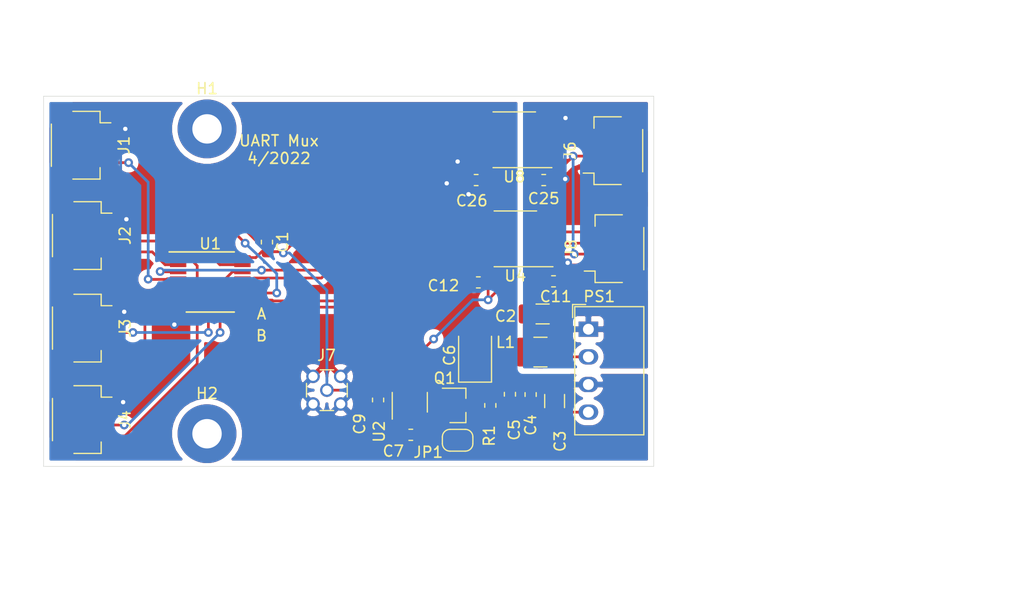
<source format=kicad_pcb>
(kicad_pcb (version 20171130) (host pcbnew "(5.1.5-0)")

  (general
    (thickness 1.6)
    (drawings 9)
    (tracks 252)
    (zones 0)
    (modules 30)
    (nets 26)
  )

  (page A4)
  (layers
    (0 F.Cu signal)
    (31 B.Cu signal)
    (32 B.Adhes user)
    (33 F.Adhes user)
    (34 B.Paste user)
    (35 F.Paste user)
    (36 B.SilkS user)
    (37 F.SilkS user)
    (38 B.Mask user)
    (39 F.Mask user)
    (40 Dwgs.User user)
    (41 Cmts.User user)
    (42 Eco1.User user)
    (43 Eco2.User user)
    (44 Edge.Cuts user)
    (45 Margin user)
    (46 B.CrtYd user)
    (47 F.CrtYd user)
    (48 B.Fab user)
    (49 F.Fab user)
  )

  (setup
    (last_trace_width 0.25)
    (trace_clearance 0.2)
    (zone_clearance 0.508)
    (zone_45_only no)
    (trace_min 0.2)
    (via_size 0.8)
    (via_drill 0.4)
    (via_min_size 0.4)
    (via_min_drill 0.3)
    (uvia_size 0.3)
    (uvia_drill 0.1)
    (uvias_allowed no)
    (uvia_min_size 0.2)
    (uvia_min_drill 0.1)
    (edge_width 0.05)
    (segment_width 0.2)
    (pcb_text_width 0.3)
    (pcb_text_size 1.5 1.5)
    (mod_edge_width 0.12)
    (mod_text_size 1 1)
    (mod_text_width 0.15)
    (pad_size 1.524 1.524)
    (pad_drill 0.762)
    (pad_to_mask_clearance 0.051)
    (solder_mask_min_width 0.25)
    (aux_axis_origin 0 0)
    (visible_elements FFFDFF7F)
    (pcbplotparams
      (layerselection 0x010fc_ffffffff)
      (usegerberextensions true)
      (usegerberattributes false)
      (usegerberadvancedattributes false)
      (creategerberjobfile false)
      (excludeedgelayer true)
      (linewidth 0.100000)
      (plotframeref false)
      (viasonmask false)
      (mode 1)
      (useauxorigin false)
      (hpglpennumber 1)
      (hpglpenspeed 20)
      (hpglpendiameter 15.000000)
      (psnegative false)
      (psa4output false)
      (plotreference true)
      (plotvalue false)
      (plotinvisibletext false)
      (padsonsilk false)
      (subtractmaskfromsilk true)
      (outputformat 1)
      (mirror false)
      (drillshape 0)
      (scaleselection 1)
      (outputdirectory "gerbers/"))
  )

  (net 0 "")
  (net 1 VCC)
  (net 2 GND)
  (net 3 "Net-(J1-Pad4)")
  (net 4 "Net-(J1-Pad3)")
  (net 5 "Net-(J2-Pad4)")
  (net 6 "Net-(J2-Pad3)")
  (net 7 "Net-(J3-Pad4)")
  (net 8 "Net-(J3-Pad3)")
  (net 9 "Net-(J4-Pad4)")
  (net 10 "Net-(J4-Pad3)")
  (net 11 GNDPWR)
  (net 12 "Net-(C3-Pad1)")
  (net 13 "Net-(C6-Pad1)")
  (net 14 "Net-(C7-Pad1)")
  (net 15 "Net-(L1-Pad1)")
  (net 16 "Net-(U2-Pad4)")
  (net 17 VD)
  (net 18 /Sheet626DA5AD/scl_in)
  (net 19 /Sheet626DA5AD/sda_in)
  (net 20 /Sheet626DA5AD/sda)
  (net 21 /Sheet626DA5AD/scl)
  (net 22 /A)
  (net 23 /B)
  (net 24 /Sheet626DA5AD/A_in)
  (net 25 /Sheet626DA5AD/B_in)

  (net_class Default "This is the default net class."
    (clearance 0.2)
    (trace_width 0.25)
    (via_dia 0.8)
    (via_drill 0.4)
    (uvia_dia 0.3)
    (uvia_drill 0.1)
    (add_net /A)
    (add_net /B)
    (add_net /Sheet626DA5AD/A_in)
    (add_net /Sheet626DA5AD/B_in)
    (add_net /Sheet626DA5AD/scl)
    (add_net /Sheet626DA5AD/scl_in)
    (add_net /Sheet626DA5AD/sda)
    (add_net /Sheet626DA5AD/sda_in)
    (add_net GND)
    (add_net GNDPWR)
    (add_net "Net-(C3-Pad1)")
    (add_net "Net-(C6-Pad1)")
    (add_net "Net-(C7-Pad1)")
    (add_net "Net-(J1-Pad3)")
    (add_net "Net-(J1-Pad4)")
    (add_net "Net-(J2-Pad3)")
    (add_net "Net-(J2-Pad4)")
    (add_net "Net-(J3-Pad3)")
    (add_net "Net-(J3-Pad4)")
    (add_net "Net-(J4-Pad3)")
    (add_net "Net-(J4-Pad4)")
    (add_net "Net-(L1-Pad1)")
    (add_net "Net-(U2-Pad4)")
    (add_net VCC)
    (add_net VD)
  )

  (module Package_SO:SOIC-8_3.9x4.9mm_P1.27mm (layer F.Cu) (tedit 5D9F72B1) (tstamp 627D9234)
    (at 131.2 64 180)
    (descr "SOIC, 8 Pin (JEDEC MS-012AA, https://www.analog.com/media/en/package-pcb-resources/package/pkg_pdf/soic_narrow-r/r_8.pdf), generated with kicad-footprint-generator ipc_gullwing_generator.py")
    (tags "SOIC SO")
    (path /626DA5AE/62CEFE8F)
    (attr smd)
    (fp_text reference U8 (at 0 -3.4) (layer F.SilkS)
      (effects (font (size 1 1) (thickness 0.15)))
    )
    (fp_text value PI122 (at 0 3.4) (layer F.Fab)
      (effects (font (size 1 1) (thickness 0.15)))
    )
    (fp_text user %R (at 0 0) (layer F.Fab)
      (effects (font (size 0.98 0.98) (thickness 0.15)))
    )
    (fp_line (start 3.7 -2.7) (end -3.7 -2.7) (layer F.CrtYd) (width 0.05))
    (fp_line (start 3.7 2.7) (end 3.7 -2.7) (layer F.CrtYd) (width 0.05))
    (fp_line (start -3.7 2.7) (end 3.7 2.7) (layer F.CrtYd) (width 0.05))
    (fp_line (start -3.7 -2.7) (end -3.7 2.7) (layer F.CrtYd) (width 0.05))
    (fp_line (start -1.95 -1.475) (end -0.975 -2.45) (layer F.Fab) (width 0.1))
    (fp_line (start -1.95 2.45) (end -1.95 -1.475) (layer F.Fab) (width 0.1))
    (fp_line (start 1.95 2.45) (end -1.95 2.45) (layer F.Fab) (width 0.1))
    (fp_line (start 1.95 -2.45) (end 1.95 2.45) (layer F.Fab) (width 0.1))
    (fp_line (start -0.975 -2.45) (end 1.95 -2.45) (layer F.Fab) (width 0.1))
    (fp_line (start 0 -2.56) (end -3.45 -2.56) (layer F.SilkS) (width 0.12))
    (fp_line (start 0 -2.56) (end 1.95 -2.56) (layer F.SilkS) (width 0.12))
    (fp_line (start 0 2.56) (end -1.95 2.56) (layer F.SilkS) (width 0.12))
    (fp_line (start 0 2.56) (end 1.95 2.56) (layer F.SilkS) (width 0.12))
    (pad 8 smd roundrect (at 2.475 -1.905 180) (size 1.95 0.6) (layers F.Cu F.Paste F.Mask) (roundrect_rratio 0.25)
      (net 1 VCC))
    (pad 7 smd roundrect (at 2.475 -0.635 180) (size 1.95 0.6) (layers F.Cu F.Paste F.Mask) (roundrect_rratio 0.25)
      (net 20 /Sheet626DA5AD/sda))
    (pad 6 smd roundrect (at 2.475 0.635 180) (size 1.95 0.6) (layers F.Cu F.Paste F.Mask) (roundrect_rratio 0.25)
      (net 21 /Sheet626DA5AD/scl))
    (pad 5 smd roundrect (at 2.475 1.905 180) (size 1.95 0.6) (layers F.Cu F.Paste F.Mask) (roundrect_rratio 0.25)
      (net 2 GND))
    (pad 4 smd roundrect (at -2.475 1.905 180) (size 1.95 0.6) (layers F.Cu F.Paste F.Mask) (roundrect_rratio 0.25)
      (net 11 GNDPWR))
    (pad 3 smd roundrect (at -2.475 0.635 180) (size 1.95 0.6) (layers F.Cu F.Paste F.Mask) (roundrect_rratio 0.25)
      (net 18 /Sheet626DA5AD/scl_in))
    (pad 2 smd roundrect (at -2.475 -0.635 180) (size 1.95 0.6) (layers F.Cu F.Paste F.Mask) (roundrect_rratio 0.25)
      (net 19 /Sheet626DA5AD/sda_in))
    (pad 1 smd roundrect (at -2.475 -1.905 180) (size 1.95 0.6) (layers F.Cu F.Paste F.Mask) (roundrect_rratio 0.25)
      (net 17 VD))
    (model ${KISYS3DMOD}/Package_SO.3dshapes/SOIC-8_3.9x4.9mm_P1.27mm.wrl
      (at (xyz 0 0 0))
      (scale (xyz 1 1 1))
      (rotate (xyz 0 0 0))
    )
  )

  (module Package_SO:SOIC-8_3.9x4.9mm_P1.27mm (layer F.Cu) (tedit 5D9F72B1) (tstamp 627D921A)
    (at 131.3 73.1 180)
    (descr "SOIC, 8 Pin (JEDEC MS-012AA, https://www.analog.com/media/en/package-pcb-resources/package/pkg_pdf/soic_narrow-r/r_8.pdf), generated with kicad-footprint-generator ipc_gullwing_generator.py")
    (tags "SOIC SO")
    (path /626DA5AE/62CF1625)
    (attr smd)
    (fp_text reference U4 (at 0 -3.4) (layer F.SilkS)
      (effects (font (size 1 1) (thickness 0.15)))
    )
    (fp_text value PI120 (at 0 3.4) (layer F.Fab)
      (effects (font (size 1 1) (thickness 0.15)))
    )
    (fp_text user %R (at 0 0) (layer F.Fab)
      (effects (font (size 0.98 0.98) (thickness 0.15)))
    )
    (fp_line (start 3.7 -2.7) (end -3.7 -2.7) (layer F.CrtYd) (width 0.05))
    (fp_line (start 3.7 2.7) (end 3.7 -2.7) (layer F.CrtYd) (width 0.05))
    (fp_line (start -3.7 2.7) (end 3.7 2.7) (layer F.CrtYd) (width 0.05))
    (fp_line (start -3.7 -2.7) (end -3.7 2.7) (layer F.CrtYd) (width 0.05))
    (fp_line (start -1.95 -1.475) (end -0.975 -2.45) (layer F.Fab) (width 0.1))
    (fp_line (start -1.95 2.45) (end -1.95 -1.475) (layer F.Fab) (width 0.1))
    (fp_line (start 1.95 2.45) (end -1.95 2.45) (layer F.Fab) (width 0.1))
    (fp_line (start 1.95 -2.45) (end 1.95 2.45) (layer F.Fab) (width 0.1))
    (fp_line (start -0.975 -2.45) (end 1.95 -2.45) (layer F.Fab) (width 0.1))
    (fp_line (start 0 -2.56) (end -3.45 -2.56) (layer F.SilkS) (width 0.12))
    (fp_line (start 0 -2.56) (end 1.95 -2.56) (layer F.SilkS) (width 0.12))
    (fp_line (start 0 2.56) (end -1.95 2.56) (layer F.SilkS) (width 0.12))
    (fp_line (start 0 2.56) (end 1.95 2.56) (layer F.SilkS) (width 0.12))
    (pad 8 smd roundrect (at 2.475 -1.905 180) (size 1.95 0.6) (layers F.Cu F.Paste F.Mask) (roundrect_rratio 0.25)
      (net 1 VCC))
    (pad 7 smd roundrect (at 2.475 -0.635 180) (size 1.95 0.6) (layers F.Cu F.Paste F.Mask) (roundrect_rratio 0.25)
      (net 23 /B))
    (pad 6 smd roundrect (at 2.475 0.635 180) (size 1.95 0.6) (layers F.Cu F.Paste F.Mask) (roundrect_rratio 0.25)
      (net 22 /A))
    (pad 5 smd roundrect (at 2.475 1.905 180) (size 1.95 0.6) (layers F.Cu F.Paste F.Mask) (roundrect_rratio 0.25)
      (net 2 GND))
    (pad 4 smd roundrect (at -2.475 1.905 180) (size 1.95 0.6) (layers F.Cu F.Paste F.Mask) (roundrect_rratio 0.25)
      (net 11 GNDPWR))
    (pad 3 smd roundrect (at -2.475 0.635 180) (size 1.95 0.6) (layers F.Cu F.Paste F.Mask) (roundrect_rratio 0.25)
      (net 24 /Sheet626DA5AD/A_in))
    (pad 2 smd roundrect (at -2.475 -0.635 180) (size 1.95 0.6) (layers F.Cu F.Paste F.Mask) (roundrect_rratio 0.25)
      (net 25 /Sheet626DA5AD/B_in))
    (pad 1 smd roundrect (at -2.475 -1.905 180) (size 1.95 0.6) (layers F.Cu F.Paste F.Mask) (roundrect_rratio 0.25)
      (net 17 VD))
    (model ${KISYS3DMOD}/Package_SO.3dshapes/SOIC-8_3.9x4.9mm_P1.27mm.wrl
      (at (xyz 0 0 0))
      (scale (xyz 1 1 1))
      (rotate (xyz 0 0 0))
    )
  )

  (module MountingHole:MountingHole_2.7mm_M2.5_Pad (layer F.Cu) (tedit 56D1B4CB) (tstamp 62620F64)
    (at 103 91)
    (descr "Mounting Hole 2.7mm, M2.5")
    (tags "mounting hole 2.7mm m2.5")
    (path /6272BB0E)
    (attr virtual)
    (fp_text reference H2 (at 0 -3.7) (layer F.SilkS)
      (effects (font (size 1 1) (thickness 0.15)))
    )
    (fp_text value MountingHole (at 0 3.7) (layer F.Fab)
      (effects (font (size 1 1) (thickness 0.15)))
    )
    (fp_circle (center 0 0) (end 2.95 0) (layer F.CrtYd) (width 0.05))
    (fp_circle (center 0 0) (end 2.7 0) (layer Cmts.User) (width 0.15))
    (fp_text user %R (at 0.3 0) (layer F.Fab)
      (effects (font (size 1 1) (thickness 0.15)))
    )
    (pad 1 thru_hole circle (at 0 0) (size 5.4 5.4) (drill 2.7) (layers *.Cu *.Mask))
  )

  (module MountingHole:MountingHole_2.7mm_M2.5_Pad (layer F.Cu) (tedit 56D1B4CB) (tstamp 62620F5C)
    (at 103 63)
    (descr "Mounting Hole 2.7mm, M2.5")
    (tags "mounting hole 2.7mm m2.5")
    (path /6272BFAA)
    (attr virtual)
    (fp_text reference H1 (at 0 -3.7) (layer F.SilkS)
      (effects (font (size 1 1) (thickness 0.15)))
    )
    (fp_text value MountingHole (at 0 3.7) (layer F.Fab)
      (effects (font (size 1 1) (thickness 0.15)))
    )
    (fp_circle (center 0 0) (end 2.95 0) (layer F.CrtYd) (width 0.05))
    (fp_circle (center 0 0) (end 2.7 0) (layer Cmts.User) (width 0.15))
    (fp_text user %R (at 0.3 0) (layer F.Fab)
      (effects (font (size 1 1) (thickness 0.15)))
    )
    (pad 1 thru_hole circle (at 0 0) (size 5.4 5.4) (drill 2.7) (layers *.Cu *.Mask))
  )

  (module Connector_JST:JST_SH_SM04B-SRSS-TB_1x04-1MP_P1.00mm_Horizontal (layer F.Cu) (tedit 5B78AD87) (tstamp 6261C83A)
    (at 140.4 74 90)
    (descr "JST SH series connector, SM04B-SRSS-TB (http://www.jst-mfg.com/product/pdf/eng/eSH.pdf), generated with kicad-footprint-generator")
    (tags "connector JST SH top entry")
    (path /62714C27)
    (attr smd)
    (fp_text reference J8 (at 0 -3.98 90) (layer F.SilkS)
      (effects (font (size 1 1) (thickness 0.15)))
    )
    (fp_text value JST_SH_Conn_01x04_i2c_horizontal (at 0 3.98 90) (layer F.Fab)
      (effects (font (size 1 1) (thickness 0.15)))
    )
    (fp_text user %R (at 0 0 90) (layer F.Fab)
      (effects (font (size 1 1) (thickness 0.15)))
    )
    (fp_line (start -1.5 -0.967893) (end -1 -1.675) (layer F.Fab) (width 0.1))
    (fp_line (start -2 -1.675) (end -1.5 -0.967893) (layer F.Fab) (width 0.1))
    (fp_line (start 3.9 -3.28) (end -3.9 -3.28) (layer F.CrtYd) (width 0.05))
    (fp_line (start 3.9 3.28) (end 3.9 -3.28) (layer F.CrtYd) (width 0.05))
    (fp_line (start -3.9 3.28) (end 3.9 3.28) (layer F.CrtYd) (width 0.05))
    (fp_line (start -3.9 -3.28) (end -3.9 3.28) (layer F.CrtYd) (width 0.05))
    (fp_line (start 3 -1.675) (end 3 2.575) (layer F.Fab) (width 0.1))
    (fp_line (start -3 -1.675) (end -3 2.575) (layer F.Fab) (width 0.1))
    (fp_line (start -3 2.575) (end 3 2.575) (layer F.Fab) (width 0.1))
    (fp_line (start -1.94 2.685) (end 1.94 2.685) (layer F.SilkS) (width 0.12))
    (fp_line (start 3.11 -1.785) (end 2.06 -1.785) (layer F.SilkS) (width 0.12))
    (fp_line (start 3.11 0.715) (end 3.11 -1.785) (layer F.SilkS) (width 0.12))
    (fp_line (start -2.06 -1.785) (end -2.06 -2.775) (layer F.SilkS) (width 0.12))
    (fp_line (start -3.11 -1.785) (end -2.06 -1.785) (layer F.SilkS) (width 0.12))
    (fp_line (start -3.11 0.715) (end -3.11 -1.785) (layer F.SilkS) (width 0.12))
    (fp_line (start -3 -1.675) (end 3 -1.675) (layer F.Fab) (width 0.1))
    (pad MP smd roundrect (at 2.8 1.875 90) (size 1.2 1.8) (layers F.Cu F.Paste F.Mask) (roundrect_rratio 0.208333))
    (pad MP smd roundrect (at -2.8 1.875 90) (size 1.2 1.8) (layers F.Cu F.Paste F.Mask) (roundrect_rratio 0.208333))
    (pad 4 smd roundrect (at 1.5 -2 90) (size 0.6 1.55) (layers F.Cu F.Paste F.Mask) (roundrect_rratio 0.25)
      (net 24 /Sheet626DA5AD/A_in))
    (pad 3 smd roundrect (at 0.5 -2 90) (size 0.6 1.55) (layers F.Cu F.Paste F.Mask) (roundrect_rratio 0.25)
      (net 25 /Sheet626DA5AD/B_in))
    (pad 2 smd roundrect (at -0.5 -2 90) (size 0.6 1.55) (layers F.Cu F.Paste F.Mask) (roundrect_rratio 0.25)
      (net 17 VD))
    (pad 1 smd roundrect (at -1.5 -2 90) (size 0.6 1.55) (layers F.Cu F.Paste F.Mask) (roundrect_rratio 0.25)
      (net 11 GNDPWR))
    (model ${KISYS3DMOD}/Connector_JST.3dshapes/JST_SH_SM04B-SRSS-TB_1x04-1MP_P1.00mm_Horizontal.wrl
      (at (xyz 0 0 0))
      (scale (xyz 1 1 1))
      (rotate (xyz 0 0 0))
    )
  )

  (module Capacitor_SMD:C_0603_1608Metric_Pad1.05x0.95mm_HandSolder (layer F.Cu) (tedit 5B301BBE) (tstamp 6261B0BE)
    (at 127.9 77.1)
    (descr "Capacitor SMD 0603 (1608 Metric), square (rectangular) end terminal, IPC_7351 nominal with elongated pad for handsoldering. (Body size source: http://www.tortai-tech.com/upload/download/2011102023233369053.pdf), generated with kicad-footprint-generator")
    (tags "capacitor handsolder")
    (path /626DA5AE/6270321A)
    (attr smd)
    (fp_text reference C12 (at -3.2 0.3) (layer F.SilkS)
      (effects (font (size 1 1) (thickness 0.15)))
    )
    (fp_text value 100nF (at 0 1.43) (layer F.Fab)
      (effects (font (size 1 1) (thickness 0.15)))
    )
    (fp_text user %R (at 0 0) (layer F.Fab)
      (effects (font (size 0.4 0.4) (thickness 0.06)))
    )
    (fp_line (start 1.65 0.73) (end -1.65 0.73) (layer F.CrtYd) (width 0.05))
    (fp_line (start 1.65 -0.73) (end 1.65 0.73) (layer F.CrtYd) (width 0.05))
    (fp_line (start -1.65 -0.73) (end 1.65 -0.73) (layer F.CrtYd) (width 0.05))
    (fp_line (start -1.65 0.73) (end -1.65 -0.73) (layer F.CrtYd) (width 0.05))
    (fp_line (start -0.171267 0.51) (end 0.171267 0.51) (layer F.SilkS) (width 0.12))
    (fp_line (start -0.171267 -0.51) (end 0.171267 -0.51) (layer F.SilkS) (width 0.12))
    (fp_line (start 0.8 0.4) (end -0.8 0.4) (layer F.Fab) (width 0.1))
    (fp_line (start 0.8 -0.4) (end 0.8 0.4) (layer F.Fab) (width 0.1))
    (fp_line (start -0.8 -0.4) (end 0.8 -0.4) (layer F.Fab) (width 0.1))
    (fp_line (start -0.8 0.4) (end -0.8 -0.4) (layer F.Fab) (width 0.1))
    (pad 2 smd roundrect (at 0.875 0) (size 1.05 0.95) (layers F.Cu F.Paste F.Mask) (roundrect_rratio 0.25)
      (net 1 VCC))
    (pad 1 smd roundrect (at -0.875 0) (size 1.05 0.95) (layers F.Cu F.Paste F.Mask) (roundrect_rratio 0.25)
      (net 2 GND))
    (model ${KISYS3DMOD}/Capacitor_SMD.3dshapes/C_0603_1608Metric.wrl
      (at (xyz 0 0 0))
      (scale (xyz 1 1 1))
      (rotate (xyz 0 0 0))
    )
  )

  (module Capacitor_SMD:C_0603_1608Metric_Pad1.05x0.95mm_HandSolder (layer F.Cu) (tedit 5B301BBE) (tstamp 6261BF7A)
    (at 134.8 77)
    (descr "Capacitor SMD 0603 (1608 Metric), square (rectangular) end terminal, IPC_7351 nominal with elongated pad for handsoldering. (Body size source: http://www.tortai-tech.com/upload/download/2011102023233369053.pdf), generated with kicad-footprint-generator")
    (tags "capacitor handsolder")
    (path /626DA5AE/62703227)
    (attr smd)
    (fp_text reference C11 (at 0.2 1.4) (layer F.SilkS)
      (effects (font (size 1 1) (thickness 0.15)))
    )
    (fp_text value 100nF (at 0 1.43) (layer F.Fab)
      (effects (font (size 1 1) (thickness 0.15)))
    )
    (fp_text user %R (at 0 0) (layer F.Fab)
      (effects (font (size 0.4 0.4) (thickness 0.06)))
    )
    (fp_line (start 1.65 0.73) (end -1.65 0.73) (layer F.CrtYd) (width 0.05))
    (fp_line (start 1.65 -0.73) (end 1.65 0.73) (layer F.CrtYd) (width 0.05))
    (fp_line (start -1.65 -0.73) (end 1.65 -0.73) (layer F.CrtYd) (width 0.05))
    (fp_line (start -1.65 0.73) (end -1.65 -0.73) (layer F.CrtYd) (width 0.05))
    (fp_line (start -0.171267 0.51) (end 0.171267 0.51) (layer F.SilkS) (width 0.12))
    (fp_line (start -0.171267 -0.51) (end 0.171267 -0.51) (layer F.SilkS) (width 0.12))
    (fp_line (start 0.8 0.4) (end -0.8 0.4) (layer F.Fab) (width 0.1))
    (fp_line (start 0.8 -0.4) (end 0.8 0.4) (layer F.Fab) (width 0.1))
    (fp_line (start -0.8 -0.4) (end 0.8 -0.4) (layer F.Fab) (width 0.1))
    (fp_line (start -0.8 0.4) (end -0.8 -0.4) (layer F.Fab) (width 0.1))
    (pad 2 smd roundrect (at 0.875 0) (size 1.05 0.95) (layers F.Cu F.Paste F.Mask) (roundrect_rratio 0.25)
      (net 11 GNDPWR))
    (pad 1 smd roundrect (at -0.875 0) (size 1.05 0.95) (layers F.Cu F.Paste F.Mask) (roundrect_rratio 0.25)
      (net 17 VD))
    (model ${KISYS3DMOD}/Capacitor_SMD.3dshapes/C_0603_1608Metric.wrl
      (at (xyz 0 0 0))
      (scale (xyz 1 1 1))
      (rotate (xyz 0 0 0))
    )
  )

  (module Capacitor_SMD:C_0603_1608Metric_Pad1.05x0.95mm_HandSolder (layer F.Cu) (tedit 5B301BBE) (tstamp 62619AF9)
    (at 127.7 67.7)
    (descr "Capacitor SMD 0603 (1608 Metric), square (rectangular) end terminal, IPC_7351 nominal with elongated pad for handsoldering. (Body size source: http://www.tortai-tech.com/upload/download/2011102023233369053.pdf), generated with kicad-footprint-generator")
    (tags "capacitor handsolder")
    (path /626DA5AE/60EE8FE5)
    (attr smd)
    (fp_text reference C26 (at -0.4 1.9) (layer F.SilkS)
      (effects (font (size 1 1) (thickness 0.15)))
    )
    (fp_text value 100nF (at 0 1.43) (layer F.Fab)
      (effects (font (size 1 1) (thickness 0.15)))
    )
    (fp_text user %R (at 0 0) (layer F.Fab)
      (effects (font (size 0.4 0.4) (thickness 0.06)))
    )
    (fp_line (start 1.65 0.73) (end -1.65 0.73) (layer F.CrtYd) (width 0.05))
    (fp_line (start 1.65 -0.73) (end 1.65 0.73) (layer F.CrtYd) (width 0.05))
    (fp_line (start -1.65 -0.73) (end 1.65 -0.73) (layer F.CrtYd) (width 0.05))
    (fp_line (start -1.65 0.73) (end -1.65 -0.73) (layer F.CrtYd) (width 0.05))
    (fp_line (start -0.171267 0.51) (end 0.171267 0.51) (layer F.SilkS) (width 0.12))
    (fp_line (start -0.171267 -0.51) (end 0.171267 -0.51) (layer F.SilkS) (width 0.12))
    (fp_line (start 0.8 0.4) (end -0.8 0.4) (layer F.Fab) (width 0.1))
    (fp_line (start 0.8 -0.4) (end 0.8 0.4) (layer F.Fab) (width 0.1))
    (fp_line (start -0.8 -0.4) (end 0.8 -0.4) (layer F.Fab) (width 0.1))
    (fp_line (start -0.8 0.4) (end -0.8 -0.4) (layer F.Fab) (width 0.1))
    (pad 2 smd roundrect (at 0.875 0) (size 1.05 0.95) (layers F.Cu F.Paste F.Mask) (roundrect_rratio 0.25)
      (net 1 VCC))
    (pad 1 smd roundrect (at -0.875 0) (size 1.05 0.95) (layers F.Cu F.Paste F.Mask) (roundrect_rratio 0.25)
      (net 2 GND))
    (model ${KISYS3DMOD}/Capacitor_SMD.3dshapes/C_0603_1608Metric.wrl
      (at (xyz 0 0 0))
      (scale (xyz 1 1 1))
      (rotate (xyz 0 0 0))
    )
  )

  (module Capacitor_SMD:C_0603_1608Metric_Pad1.05x0.95mm_HandSolder (layer F.Cu) (tedit 5B301BBE) (tstamp 62619AE8)
    (at 133.9 67.7)
    (descr "Capacitor SMD 0603 (1608 Metric), square (rectangular) end terminal, IPC_7351 nominal with elongated pad for handsoldering. (Body size source: http://www.tortai-tech.com/upload/download/2011102023233369053.pdf), generated with kicad-footprint-generator")
    (tags "capacitor handsolder")
    (path /626DA5AE/60EE9E5E)
    (attr smd)
    (fp_text reference C25 (at 0 1.7) (layer F.SilkS)
      (effects (font (size 1 1) (thickness 0.15)))
    )
    (fp_text value 100nF (at 0 1.43) (layer F.Fab)
      (effects (font (size 1 1) (thickness 0.15)))
    )
    (fp_text user %R (at 0 0) (layer F.Fab)
      (effects (font (size 0.4 0.4) (thickness 0.06)))
    )
    (fp_line (start 1.65 0.73) (end -1.65 0.73) (layer F.CrtYd) (width 0.05))
    (fp_line (start 1.65 -0.73) (end 1.65 0.73) (layer F.CrtYd) (width 0.05))
    (fp_line (start -1.65 -0.73) (end 1.65 -0.73) (layer F.CrtYd) (width 0.05))
    (fp_line (start -1.65 0.73) (end -1.65 -0.73) (layer F.CrtYd) (width 0.05))
    (fp_line (start -0.171267 0.51) (end 0.171267 0.51) (layer F.SilkS) (width 0.12))
    (fp_line (start -0.171267 -0.51) (end 0.171267 -0.51) (layer F.SilkS) (width 0.12))
    (fp_line (start 0.8 0.4) (end -0.8 0.4) (layer F.Fab) (width 0.1))
    (fp_line (start 0.8 -0.4) (end 0.8 0.4) (layer F.Fab) (width 0.1))
    (fp_line (start -0.8 -0.4) (end 0.8 -0.4) (layer F.Fab) (width 0.1))
    (fp_line (start -0.8 0.4) (end -0.8 -0.4) (layer F.Fab) (width 0.1))
    (pad 2 smd roundrect (at 0.875 0) (size 1.05 0.95) (layers F.Cu F.Paste F.Mask) (roundrect_rratio 0.25)
      (net 11 GNDPWR))
    (pad 1 smd roundrect (at -0.875 0) (size 1.05 0.95) (layers F.Cu F.Paste F.Mask) (roundrect_rratio 0.25)
      (net 17 VD))
    (model ${KISYS3DMOD}/Capacitor_SMD.3dshapes/C_0603_1608Metric.wrl
      (at (xyz 0 0 0))
      (scale (xyz 1 1 1))
      (rotate (xyz 0 0 0))
    )
  )

  (module Package_TO_SOT_SMD:SOT-23-5 (layer F.Cu) (tedit 5A02FF57) (tstamp 62618724)
    (at 121.61 88.11 90)
    (descr "5-pin SOT23 package")
    (tags SOT-23-5)
    (path /626C8DE3/60EC7284)
    (attr smd)
    (fp_text reference U2 (at -2.69 -2.81 90) (layer F.SilkS)
      (effects (font (size 1 1) (thickness 0.15)))
    )
    (fp_text value LP5907MFX-3.3 (at 0 2.9 90) (layer F.Fab)
      (effects (font (size 1 1) (thickness 0.15)))
    )
    (fp_line (start 0.9 -1.55) (end 0.9 1.55) (layer F.Fab) (width 0.1))
    (fp_line (start 0.9 1.55) (end -0.9 1.55) (layer F.Fab) (width 0.1))
    (fp_line (start -0.9 -0.9) (end -0.9 1.55) (layer F.Fab) (width 0.1))
    (fp_line (start 0.9 -1.55) (end -0.25 -1.55) (layer F.Fab) (width 0.1))
    (fp_line (start -0.9 -0.9) (end -0.25 -1.55) (layer F.Fab) (width 0.1))
    (fp_line (start -1.9 1.8) (end -1.9 -1.8) (layer F.CrtYd) (width 0.05))
    (fp_line (start 1.9 1.8) (end -1.9 1.8) (layer F.CrtYd) (width 0.05))
    (fp_line (start 1.9 -1.8) (end 1.9 1.8) (layer F.CrtYd) (width 0.05))
    (fp_line (start -1.9 -1.8) (end 1.9 -1.8) (layer F.CrtYd) (width 0.05))
    (fp_line (start 0.9 -1.61) (end -1.55 -1.61) (layer F.SilkS) (width 0.12))
    (fp_line (start -0.9 1.61) (end 0.9 1.61) (layer F.SilkS) (width 0.12))
    (fp_text user %R (at 0 0) (layer F.Fab)
      (effects (font (size 0.5 0.5) (thickness 0.075)))
    )
    (pad 5 smd rect (at 1.1 -0.95 90) (size 1.06 0.65) (layers F.Cu F.Paste F.Mask)
      (net 1 VCC))
    (pad 4 smd rect (at 1.1 0.95 90) (size 1.06 0.65) (layers F.Cu F.Paste F.Mask)
      (net 16 "Net-(U2-Pad4)"))
    (pad 3 smd rect (at -1.1 0.95 90) (size 1.06 0.65) (layers F.Cu F.Paste F.Mask)
      (net 14 "Net-(C7-Pad1)"))
    (pad 2 smd rect (at -1.1 0 90) (size 1.06 0.65) (layers F.Cu F.Paste F.Mask)
      (net 2 GND))
    (pad 1 smd rect (at -1.1 -0.95 90) (size 1.06 0.65) (layers F.Cu F.Paste F.Mask)
      (net 14 "Net-(C7-Pad1)"))
    (model ${KISYS3DMOD}/Package_TO_SOT_SMD.3dshapes/SOT-23-5.wrl
      (at (xyz 0 0 0))
      (scale (xyz 1 1 1))
      (rotate (xyz 0 0 0))
    )
  )

  (module Resistor_SMD:R_0603_1608Metric_Pad1.05x0.95mm_HandSolder (layer F.Cu) (tedit 5B301BBD) (tstamp 626186D1)
    (at 129 88.4 90)
    (descr "Resistor SMD 0603 (1608 Metric), square (rectangular) end terminal, IPC_7351 nominal with elongated pad for handsoldering. (Body size source: http://www.tortai-tech.com/upload/download/2011102023233369053.pdf), generated with kicad-footprint-generator")
    (tags "resistor handsolder")
    (path /626C8DE3/60EC2E4F)
    (attr smd)
    (fp_text reference R1 (at -2.8 -0.1 90) (layer F.SilkS)
      (effects (font (size 1 1) (thickness 0.15)))
    )
    (fp_text value 1K (at 0 1.43 90) (layer F.Fab)
      (effects (font (size 1 1) (thickness 0.15)))
    )
    (fp_text user %R (at 0 0 90) (layer F.Fab)
      (effects (font (size 0.4 0.4) (thickness 0.06)))
    )
    (fp_line (start 1.65 0.73) (end -1.65 0.73) (layer F.CrtYd) (width 0.05))
    (fp_line (start 1.65 -0.73) (end 1.65 0.73) (layer F.CrtYd) (width 0.05))
    (fp_line (start -1.65 -0.73) (end 1.65 -0.73) (layer F.CrtYd) (width 0.05))
    (fp_line (start -1.65 0.73) (end -1.65 -0.73) (layer F.CrtYd) (width 0.05))
    (fp_line (start -0.171267 0.51) (end 0.171267 0.51) (layer F.SilkS) (width 0.12))
    (fp_line (start -0.171267 -0.51) (end 0.171267 -0.51) (layer F.SilkS) (width 0.12))
    (fp_line (start 0.8 0.4) (end -0.8 0.4) (layer F.Fab) (width 0.1))
    (fp_line (start 0.8 -0.4) (end 0.8 0.4) (layer F.Fab) (width 0.1))
    (fp_line (start -0.8 -0.4) (end 0.8 -0.4) (layer F.Fab) (width 0.1))
    (fp_line (start -0.8 0.4) (end -0.8 -0.4) (layer F.Fab) (width 0.1))
    (pad 2 smd roundrect (at 0.875 0 90) (size 1.05 0.95) (layers F.Cu F.Paste F.Mask) (roundrect_rratio 0.25)
      (net 13 "Net-(C6-Pad1)"))
    (pad 1 smd roundrect (at -0.875 0 90) (size 1.05 0.95) (layers F.Cu F.Paste F.Mask) (roundrect_rratio 0.25)
      (net 12 "Net-(C3-Pad1)"))
    (model ${KISYS3DMOD}/Resistor_SMD.3dshapes/R_0603_1608Metric.wrl
      (at (xyz 0 0 0))
      (scale (xyz 1 1 1))
      (rotate (xyz 0 0 0))
    )
  )

  (module Package_TO_SOT_SMD:SOT-23 (layer F.Cu) (tedit 5A02FF57) (tstamp 626186C0)
    (at 126 88.4)
    (descr "SOT-23, Standard")
    (tags SOT-23)
    (path /626C8DE3/60581ADF)
    (attr smd)
    (fp_text reference Q1 (at -1.2 -2.5) (layer F.SilkS)
      (effects (font (size 1 1) (thickness 0.15)))
    )
    (fp_text value BC847C (at 0 2.5) (layer F.Fab)
      (effects (font (size 1 1) (thickness 0.15)))
    )
    (fp_line (start 0.76 1.58) (end -0.7 1.58) (layer F.SilkS) (width 0.12))
    (fp_line (start 0.76 -1.58) (end -1.4 -1.58) (layer F.SilkS) (width 0.12))
    (fp_line (start -1.7 1.75) (end -1.7 -1.75) (layer F.CrtYd) (width 0.05))
    (fp_line (start 1.7 1.75) (end -1.7 1.75) (layer F.CrtYd) (width 0.05))
    (fp_line (start 1.7 -1.75) (end 1.7 1.75) (layer F.CrtYd) (width 0.05))
    (fp_line (start -1.7 -1.75) (end 1.7 -1.75) (layer F.CrtYd) (width 0.05))
    (fp_line (start 0.76 -1.58) (end 0.76 -0.65) (layer F.SilkS) (width 0.12))
    (fp_line (start 0.76 1.58) (end 0.76 0.65) (layer F.SilkS) (width 0.12))
    (fp_line (start -0.7 1.52) (end 0.7 1.52) (layer F.Fab) (width 0.1))
    (fp_line (start 0.7 -1.52) (end 0.7 1.52) (layer F.Fab) (width 0.1))
    (fp_line (start -0.7 -0.95) (end -0.15 -1.52) (layer F.Fab) (width 0.1))
    (fp_line (start -0.15 -1.52) (end 0.7 -1.52) (layer F.Fab) (width 0.1))
    (fp_line (start -0.7 -0.95) (end -0.7 1.5) (layer F.Fab) (width 0.1))
    (fp_text user %R (at 0 0 90) (layer F.Fab)
      (effects (font (size 0.5 0.5) (thickness 0.075)))
    )
    (pad 3 smd rect (at 1 0) (size 0.9 0.8) (layers F.Cu F.Paste F.Mask)
      (net 12 "Net-(C3-Pad1)"))
    (pad 2 smd rect (at -1 0.95) (size 0.9 0.8) (layers F.Cu F.Paste F.Mask)
      (net 14 "Net-(C7-Pad1)"))
    (pad 1 smd rect (at -1 -0.95) (size 0.9 0.8) (layers F.Cu F.Paste F.Mask)
      (net 13 "Net-(C6-Pad1)"))
    (model ${KISYS3DMOD}/Package_TO_SOT_SMD.3dshapes/SOT-23.wrl
      (at (xyz 0 0 0))
      (scale (xyz 1 1 1))
      (rotate (xyz 0 0 0))
    )
  )

  (module Converter_DCDC:Converter_DCDC_muRata_CRE1xxxxxx3C_THT (layer F.Cu) (tedit 59F5F4E9) (tstamp 626186AB)
    (at 138 81.4)
    (descr "Isolated 1W single output DC/DC, http://power.murata.com/data/power/ncl/kdc_cre1.pdf")
    (tags "Isolated 1W single output DC/DC")
    (path /626C8DE3/60E88800)
    (attr smd)
    (fp_text reference PS1 (at 1 -3) (layer F.SilkS)
      (effects (font (size 1 1) (thickness 0.15)))
    )
    (fp_text value B0305S-1WR2 (at 2 11 180) (layer F.Fab)
      (effects (font (size 1 1) (thickness 0.15)))
    )
    (fp_line (start -1.45 -2.27) (end -1.45 -1.07) (layer F.SilkS) (width 0.12))
    (fp_line (start -0.25 -2.27) (end -1.45 -2.27) (layer F.SilkS) (width 0.12))
    (fp_line (start 5.22 9.83) (end -1.38 9.83) (layer F.CrtYd) (width 0.05))
    (fp_line (start -1.38 -2.2) (end -1.38 9.83) (layer F.CrtYd) (width 0.05))
    (fp_line (start 5.22 -2.2) (end -1.38 -2.2) (layer F.CrtYd) (width 0.05))
    (fp_line (start 5.22 -2.2) (end 5.22 9.83) (layer F.CrtYd) (width 0.05))
    (fp_text user %R (at 3 4 90) (layer F.Fab)
      (effects (font (size 1 1) (thickness 0.15)))
    )
    (fp_line (start -1.13 9.58) (end 4.97 9.58) (layer F.Fab) (width 0.1))
    (fp_line (start -1.13 -0.95) (end -1.13 9.58) (layer F.Fab) (width 0.1))
    (fp_line (start -0.13 -1.95) (end 4.97 -1.95) (layer F.Fab) (width 0.1))
    (fp_line (start -0.13 -1.95) (end -1.13 -0.95) (layer F.Fab) (width 0.1))
    (fp_line (start 4.97 -1.95) (end 4.97 9.58) (layer F.Fab) (width 0.1))
    (fp_line (start 5.09 9.7) (end -1.25 9.7) (layer F.SilkS) (width 0.12))
    (fp_line (start -1.25 -2.07) (end -1.25 9.7) (layer F.SilkS) (width 0.12))
    (fp_line (start 5.09 -2.07) (end -1.25 -2.07) (layer F.SilkS) (width 0.12))
    (fp_line (start 5.09 -2.07) (end 5.09 9.7) (layer F.SilkS) (width 0.12))
    (pad 1 thru_hole rect (at 0 0 270) (size 1.4 1.8) (drill 1) (layers *.Cu *.Mask)
      (net 11 GNDPWR))
    (pad 2 thru_hole oval (at 0 2.54 270) (size 1.4 1.8) (drill 1) (layers *.Cu *.Mask)
      (net 15 "Net-(L1-Pad1)"))
    (pad 3 thru_hole oval (at 0 5.08 270) (size 1.4 1.8) (drill 1) (layers *.Cu *.Mask)
      (net 2 GND))
    (pad 4 thru_hole oval (at 0 7.62 270) (size 1.4 1.8) (drill 1) (layers *.Cu *.Mask)
      (net 12 "Net-(C3-Pad1)"))
    (model ${KISYS3DMOD}/Converter_DCDC.3dshapes/Converter_DCDC_muRata_CRE1xxxxxx3C_THT.wrl
      (at (xyz 0 0 0))
      (scale (xyz 1 1 1))
      (rotate (xyz 0 0 0))
    )
  )

  (module Inductor_SMD:L_1210_3225Metric_Pad1.42x2.65mm_HandSolder (layer F.Cu) (tedit 5B301BBE) (tstamp 62618693)
    (at 133.6 83.5 180)
    (descr "Capacitor SMD 1210 (3225 Metric), square (rectangular) end terminal, IPC_7351 nominal with elongated pad for handsoldering. (Body size source: http://www.tortai-tech.com/upload/download/2011102023233369053.pdf), generated with kicad-footprint-generator")
    (tags "inductor handsolder")
    (path /626C8DE3/60EB3D21)
    (attr smd)
    (fp_text reference L1 (at 3.2 0.9) (layer F.SilkS)
      (effects (font (size 1 1) (thickness 0.15)))
    )
    (fp_text value 6.8uH (at 0 2.28) (layer F.Fab)
      (effects (font (size 1 1) (thickness 0.15)))
    )
    (fp_text user %R (at 0 0) (layer F.Fab)
      (effects (font (size 0.8 0.8) (thickness 0.12)))
    )
    (fp_line (start 2.45 1.58) (end -2.45 1.58) (layer F.CrtYd) (width 0.05))
    (fp_line (start 2.45 -1.58) (end 2.45 1.58) (layer F.CrtYd) (width 0.05))
    (fp_line (start -2.45 -1.58) (end 2.45 -1.58) (layer F.CrtYd) (width 0.05))
    (fp_line (start -2.45 1.58) (end -2.45 -1.58) (layer F.CrtYd) (width 0.05))
    (fp_line (start -0.602064 1.36) (end 0.602064 1.36) (layer F.SilkS) (width 0.12))
    (fp_line (start -0.602064 -1.36) (end 0.602064 -1.36) (layer F.SilkS) (width 0.12))
    (fp_line (start 1.6 1.25) (end -1.6 1.25) (layer F.Fab) (width 0.1))
    (fp_line (start 1.6 -1.25) (end 1.6 1.25) (layer F.Fab) (width 0.1))
    (fp_line (start -1.6 -1.25) (end 1.6 -1.25) (layer F.Fab) (width 0.1))
    (fp_line (start -1.6 1.25) (end -1.6 -1.25) (layer F.Fab) (width 0.1))
    (pad 2 smd roundrect (at 1.4875 0 180) (size 1.425 2.65) (layers F.Cu F.Paste F.Mask) (roundrect_rratio 0.175439)
      (net 17 VD))
    (pad 1 smd roundrect (at -1.4875 0 180) (size 1.425 2.65) (layers F.Cu F.Paste F.Mask) (roundrect_rratio 0.175439)
      (net 15 "Net-(L1-Pad1)"))
    (model ${KISYS3DMOD}/Inductor_SMD.3dshapes/L_1210_3225Metric.wrl
      (at (xyz 0 0 0))
      (scale (xyz 1 1 1))
      (rotate (xyz 0 0 0))
    )
  )

  (module Jumper:SolderJumper-2_P1.3mm_Open_RoundedPad1.0x1.5mm (layer F.Cu) (tedit 5B391E66) (tstamp 62618666)
    (at 126 91.6 180)
    (descr "SMD Solder Jumper, 1x1.5mm, rounded Pads, 0.3mm gap, open")
    (tags "solder jumper open")
    (path /626C8DE3/60588C97)
    (attr virtual)
    (fp_text reference JP1 (at 2.7 -1.1) (layer F.SilkS)
      (effects (font (size 1 1) (thickness 0.15)))
    )
    (fp_text value Jumper_2_Open (at 0 1.9) (layer F.Fab)
      (effects (font (size 1 1) (thickness 0.15)))
    )
    (fp_line (start 1.65 1.25) (end -1.65 1.25) (layer F.CrtYd) (width 0.05))
    (fp_line (start 1.65 1.25) (end 1.65 -1.25) (layer F.CrtYd) (width 0.05))
    (fp_line (start -1.65 -1.25) (end -1.65 1.25) (layer F.CrtYd) (width 0.05))
    (fp_line (start -1.65 -1.25) (end 1.65 -1.25) (layer F.CrtYd) (width 0.05))
    (fp_line (start -0.7 -1) (end 0.7 -1) (layer F.SilkS) (width 0.12))
    (fp_line (start 1.4 -0.3) (end 1.4 0.3) (layer F.SilkS) (width 0.12))
    (fp_line (start 0.7 1) (end -0.7 1) (layer F.SilkS) (width 0.12))
    (fp_line (start -1.4 0.3) (end -1.4 -0.3) (layer F.SilkS) (width 0.12))
    (fp_arc (start -0.7 -0.3) (end -0.7 -1) (angle -90) (layer F.SilkS) (width 0.12))
    (fp_arc (start -0.7 0.3) (end -1.4 0.3) (angle -90) (layer F.SilkS) (width 0.12))
    (fp_arc (start 0.7 0.3) (end 0.7 1) (angle -90) (layer F.SilkS) (width 0.12))
    (fp_arc (start 0.7 -0.3) (end 1.4 -0.3) (angle -90) (layer F.SilkS) (width 0.12))
    (pad 2 smd custom (at 0.65 0 180) (size 1 0.5) (layers F.Cu F.Mask)
      (net 14 "Net-(C7-Pad1)") (zone_connect 2)
      (options (clearance outline) (anchor rect))
      (primitives
        (gr_circle (center 0 0.25) (end 0.5 0.25) (width 0))
        (gr_circle (center 0 -0.25) (end 0.5 -0.25) (width 0))
        (gr_poly (pts
           (xy 0 -0.75) (xy -0.5 -0.75) (xy -0.5 0.75) (xy 0 0.75)) (width 0))
      ))
    (pad 1 smd custom (at -0.65 0 180) (size 1 0.5) (layers F.Cu F.Mask)
      (net 12 "Net-(C3-Pad1)") (zone_connect 2)
      (options (clearance outline) (anchor rect))
      (primitives
        (gr_circle (center 0 0.25) (end 0.5 0.25) (width 0))
        (gr_circle (center 0 -0.25) (end 0.5 -0.25) (width 0))
        (gr_poly (pts
           (xy 0 -0.75) (xy 0.5 -0.75) (xy 0.5 0.75) (xy 0 0.75)) (width 0))
      ))
  )

  (module 0my_footprints:MMCX_JLC (layer F.Cu) (tedit 6077148C) (tstamp 62618654)
    (at 114 87)
    (descr http://www.molex.com/pdm_docs/sd/734151471_sd.pdf)
    (tags "Molex MMCX Coaxial Connector 50 ohms Female Jack Vertical THT")
    (path /626C8DE3/6111E01B)
    (attr smd)
    (fp_text reference J7 (at -0.04 -3.2) (layer F.SilkS)
      (effects (font (size 1 1) (thickness 0.15)))
    )
    (fp_text value MMCX (at 0 3.2) (layer F.Fab)
      (effects (font (size 1 1) (thickness 0.15)))
    )
    (fp_line (start 0.62 1.87) (end -0.62 1.87) (layer F.SilkS) (width 0.12))
    (fp_line (start 0.62 -1.87) (end -0.62 -1.87) (layer F.SilkS) (width 0.12))
    (fp_line (start -1.87 0.62) (end -1.87 -0.62) (layer F.SilkS) (width 0.12))
    (fp_line (start -2.39 2.39) (end -2.39 -2.39) (layer F.CrtYd) (width 0.05))
    (fp_line (start 1.87 0.62) (end 1.87 -0.62) (layer F.SilkS) (width 0.12))
    (fp_line (start -1.755 1.755) (end 1.755 1.755) (layer F.Fab) (width 0.1))
    (fp_line (start -1.755 -1.755) (end 1.755 -1.755) (layer F.Fab) (width 0.1))
    (fp_line (start 1.755 -1.755) (end 1.755 1.755) (layer F.Fab) (width 0.1))
    (fp_line (start -1.755 -1.755) (end -1.755 1.755) (layer F.Fab) (width 0.1))
    (fp_line (start 2.39 2.39) (end 2.39 -2.39) (layer F.CrtYd) (width 0.05))
    (fp_line (start -2.39 -2.39) (end 2.39 -2.39) (layer F.CrtYd) (width 0.05))
    (fp_line (start -2.39 2.39) (end 2.39 2.39) (layer F.CrtYd) (width 0.05))
    (fp_text user %R (at 0 0) (layer F.Fab)
      (effects (font (size 0.8 0.8) (thickness 0.12)))
    )
    (pad 2 thru_hole circle (at -1.27 1.27) (size 1.24 1.24) (drill 0.84) (layers *.Cu *.Mask)
      (net 2 GND))
    (pad 2 thru_hole circle (at 1.27 -1.27) (size 1.24 1.24) (drill 0.84) (layers *.Cu *.Mask)
      (net 2 GND))
    (pad 2 thru_hole circle (at 1.27 1.27) (size 1.24 1.24) (drill 0.84) (layers *.Cu *.Mask)
      (net 2 GND))
    (pad 2 thru_hole circle (at -1.27 -1.27) (size 1.24 1.24) (drill 0.84) (layers *.Cu *.Mask)
      (net 2 GND))
    (pad 1 thru_hole circle (at 0 0) (size 1.24 1.24) (drill 0.84) (layers *.Cu *.Mask)
      (net 1 VCC))
    (model ${KISYS3DMOD}/Connector_Coaxial.3dshapes/MMCX_Molex_73415-1471_Vertical.wrl
      (at (xyz 0 0 0))
      (scale (xyz 1 1 1))
      (rotate (xyz 0 0 0))
    )
  )

  (module Capacitor_SMD:C_0603_1608Metric_Pad1.05x0.95mm_HandSolder (layer F.Cu) (tedit 5B301BBE) (tstamp 6261852D)
    (at 118.7 87.9 270)
    (descr "Capacitor SMD 0603 (1608 Metric), square (rectangular) end terminal, IPC_7351 nominal with elongated pad for handsoldering. (Body size source: http://www.tortai-tech.com/upload/download/2011102023233369053.pdf), generated with kicad-footprint-generator")
    (tags "capacitor handsolder")
    (path /626C8DE3/60ECDE32)
    (attr smd)
    (fp_text reference C9 (at 2.2 1.7 90) (layer F.SilkS)
      (effects (font (size 1 1) (thickness 0.15)))
    )
    (fp_text value 1uF (at 0 1.43 90) (layer F.Fab)
      (effects (font (size 1 1) (thickness 0.15)))
    )
    (fp_text user %R (at 0 0 90) (layer F.Fab)
      (effects (font (size 0.4 0.4) (thickness 0.06)))
    )
    (fp_line (start 1.65 0.73) (end -1.65 0.73) (layer F.CrtYd) (width 0.05))
    (fp_line (start 1.65 -0.73) (end 1.65 0.73) (layer F.CrtYd) (width 0.05))
    (fp_line (start -1.65 -0.73) (end 1.65 -0.73) (layer F.CrtYd) (width 0.05))
    (fp_line (start -1.65 0.73) (end -1.65 -0.73) (layer F.CrtYd) (width 0.05))
    (fp_line (start -0.171267 0.51) (end 0.171267 0.51) (layer F.SilkS) (width 0.12))
    (fp_line (start -0.171267 -0.51) (end 0.171267 -0.51) (layer F.SilkS) (width 0.12))
    (fp_line (start 0.8 0.4) (end -0.8 0.4) (layer F.Fab) (width 0.1))
    (fp_line (start 0.8 -0.4) (end 0.8 0.4) (layer F.Fab) (width 0.1))
    (fp_line (start -0.8 -0.4) (end 0.8 -0.4) (layer F.Fab) (width 0.1))
    (fp_line (start -0.8 0.4) (end -0.8 -0.4) (layer F.Fab) (width 0.1))
    (pad 2 smd roundrect (at 0.875 0 270) (size 1.05 0.95) (layers F.Cu F.Paste F.Mask) (roundrect_rratio 0.25)
      (net 2 GND))
    (pad 1 smd roundrect (at -0.875 0 270) (size 1.05 0.95) (layers F.Cu F.Paste F.Mask) (roundrect_rratio 0.25)
      (net 1 VCC))
    (model ${KISYS3DMOD}/Capacitor_SMD.3dshapes/C_0603_1608Metric.wrl
      (at (xyz 0 0 0))
      (scale (xyz 1 1 1))
      (rotate (xyz 0 0 0))
    )
  )

  (module Capacitor_SMD:C_0603_1608Metric_Pad1.05x0.95mm_HandSolder (layer F.Cu) (tedit 5B301BBE) (tstamp 62618E5B)
    (at 121.7 91.1 180)
    (descr "Capacitor SMD 0603 (1608 Metric), square (rectangular) end terminal, IPC_7351 nominal with elongated pad for handsoldering. (Body size source: http://www.tortai-tech.com/upload/download/2011102023233369053.pdf), generated with kicad-footprint-generator")
    (tags "capacitor handsolder")
    (path /626C8DE3/60ECD8E2)
    (attr smd)
    (fp_text reference C7 (at 1.6 -1.5) (layer F.SilkS)
      (effects (font (size 1 1) (thickness 0.15)))
    )
    (fp_text value 1uF (at 0 1.43) (layer F.Fab)
      (effects (font (size 1 1) (thickness 0.15)))
    )
    (fp_text user %R (at 0 0) (layer F.Fab)
      (effects (font (size 0.4 0.4) (thickness 0.06)))
    )
    (fp_line (start 1.65 0.73) (end -1.65 0.73) (layer F.CrtYd) (width 0.05))
    (fp_line (start 1.65 -0.73) (end 1.65 0.73) (layer F.CrtYd) (width 0.05))
    (fp_line (start -1.65 -0.73) (end 1.65 -0.73) (layer F.CrtYd) (width 0.05))
    (fp_line (start -1.65 0.73) (end -1.65 -0.73) (layer F.CrtYd) (width 0.05))
    (fp_line (start -0.171267 0.51) (end 0.171267 0.51) (layer F.SilkS) (width 0.12))
    (fp_line (start -0.171267 -0.51) (end 0.171267 -0.51) (layer F.SilkS) (width 0.12))
    (fp_line (start 0.8 0.4) (end -0.8 0.4) (layer F.Fab) (width 0.1))
    (fp_line (start 0.8 -0.4) (end 0.8 0.4) (layer F.Fab) (width 0.1))
    (fp_line (start -0.8 -0.4) (end 0.8 -0.4) (layer F.Fab) (width 0.1))
    (fp_line (start -0.8 0.4) (end -0.8 -0.4) (layer F.Fab) (width 0.1))
    (pad 2 smd roundrect (at 0.875 0 180) (size 1.05 0.95) (layers F.Cu F.Paste F.Mask) (roundrect_rratio 0.25)
      (net 2 GND))
    (pad 1 smd roundrect (at -0.875 0 180) (size 1.05 0.95) (layers F.Cu F.Paste F.Mask) (roundrect_rratio 0.25)
      (net 14 "Net-(C7-Pad1)"))
    (model ${KISYS3DMOD}/Capacitor_SMD.3dshapes/C_0603_1608Metric.wrl
      (at (xyz 0 0 0))
      (scale (xyz 1 1 1))
      (rotate (xyz 0 0 0))
    )
  )

  (module Capacitor_Tantalum_SMD:CP_EIA-3528-12_Kemet-T (layer F.Cu) (tedit 5B342532) (tstamp 626184FA)
    (at 127.6 83.8 90)
    (descr "Tantalum Capacitor SMD Kemet-T (3528-12 Metric), IPC_7351 nominal, (Body size from: http://www.kemet.com/Lists/ProductCatalog/Attachments/253/KEM_TC101_STD.pdf), generated with kicad-footprint-generator")
    (tags "capacitor tantalum")
    (path /626C8DE3/60EC45A8)
    (attr smd)
    (fp_text reference C6 (at 0 -2.35 90) (layer F.SilkS)
      (effects (font (size 1 1) (thickness 0.15)))
    )
    (fp_text value 100uF (at 0 2.35 90) (layer F.Fab)
      (effects (font (size 1 1) (thickness 0.15)))
    )
    (fp_text user %R (at 0 0 90) (layer F.Fab)
      (effects (font (size 0.88 0.88) (thickness 0.13)))
    )
    (fp_line (start 2.45 1.65) (end -2.45 1.65) (layer F.CrtYd) (width 0.05))
    (fp_line (start 2.45 -1.65) (end 2.45 1.65) (layer F.CrtYd) (width 0.05))
    (fp_line (start -2.45 -1.65) (end 2.45 -1.65) (layer F.CrtYd) (width 0.05))
    (fp_line (start -2.45 1.65) (end -2.45 -1.65) (layer F.CrtYd) (width 0.05))
    (fp_line (start -2.46 1.51) (end 1.75 1.51) (layer F.SilkS) (width 0.12))
    (fp_line (start -2.46 -1.51) (end -2.46 1.51) (layer F.SilkS) (width 0.12))
    (fp_line (start 1.75 -1.51) (end -2.46 -1.51) (layer F.SilkS) (width 0.12))
    (fp_line (start 1.75 1.4) (end 1.75 -1.4) (layer F.Fab) (width 0.1))
    (fp_line (start -1.75 1.4) (end 1.75 1.4) (layer F.Fab) (width 0.1))
    (fp_line (start -1.75 -0.7) (end -1.75 1.4) (layer F.Fab) (width 0.1))
    (fp_line (start -1.05 -1.4) (end -1.75 -0.7) (layer F.Fab) (width 0.1))
    (fp_line (start 1.75 -1.4) (end -1.05 -1.4) (layer F.Fab) (width 0.1))
    (pad 2 smd roundrect (at 1.5375 0 90) (size 1.325 2.35) (layers F.Cu F.Paste F.Mask) (roundrect_rratio 0.188679)
      (net 2 GND))
    (pad 1 smd roundrect (at -1.5375 0 90) (size 1.325 2.35) (layers F.Cu F.Paste F.Mask) (roundrect_rratio 0.188679)
      (net 13 "Net-(C6-Pad1)"))
    (model ${KISYS3DMOD}/Capacitor_Tantalum_SMD.3dshapes/CP_EIA-3528-12_Kemet-T.wrl
      (at (xyz 0 0 0))
      (scale (xyz 1 1 1))
      (rotate (xyz 0 0 0))
    )
  )

  (module Capacitor_SMD:C_0603_1608Metric_Pad1.05x0.95mm_HandSolder (layer F.Cu) (tedit 5B301BBE) (tstamp 6261ED24)
    (at 130.8 87.375 270)
    (descr "Capacitor SMD 0603 (1608 Metric), square (rectangular) end terminal, IPC_7351 nominal with elongated pad for handsoldering. (Body size source: http://www.tortai-tech.com/upload/download/2011102023233369053.pdf), generated with kicad-footprint-generator")
    (tags "capacitor handsolder")
    (path /626C8DE3/605729CF)
    (attr smd)
    (fp_text reference C5 (at 3.275 -0.4 90) (layer F.SilkS)
      (effects (font (size 1 1) (thickness 0.15)))
    )
    (fp_text value 10nF (at 0 1.43 90) (layer F.Fab)
      (effects (font (size 1 1) (thickness 0.15)))
    )
    (fp_text user %R (at 0.175 -0.5 90) (layer F.Fab)
      (effects (font (size 0.4 0.4) (thickness 0.06)))
    )
    (fp_line (start 1.65 0.73) (end -1.65 0.73) (layer F.CrtYd) (width 0.05))
    (fp_line (start 1.65 -0.73) (end 1.65 0.73) (layer F.CrtYd) (width 0.05))
    (fp_line (start -1.65 -0.73) (end 1.65 -0.73) (layer F.CrtYd) (width 0.05))
    (fp_line (start -1.65 0.73) (end -1.65 -0.73) (layer F.CrtYd) (width 0.05))
    (fp_line (start -0.171267 0.51) (end 0.171267 0.51) (layer F.SilkS) (width 0.12))
    (fp_line (start -0.171267 -0.51) (end 0.171267 -0.51) (layer F.SilkS) (width 0.12))
    (fp_line (start 0.8 0.4) (end -0.8 0.4) (layer F.Fab) (width 0.1))
    (fp_line (start 0.8 -0.4) (end 0.8 0.4) (layer F.Fab) (width 0.1))
    (fp_line (start -0.8 -0.4) (end 0.8 -0.4) (layer F.Fab) (width 0.1))
    (fp_line (start -0.8 0.4) (end -0.8 -0.4) (layer F.Fab) (width 0.1))
    (pad 2 smd roundrect (at 0.875 0 270) (size 1.05 0.95) (layers F.Cu F.Paste F.Mask) (roundrect_rratio 0.25)
      (net 12 "Net-(C3-Pad1)"))
    (pad 1 smd roundrect (at -0.875 0 270) (size 1.05 0.95) (layers F.Cu F.Paste F.Mask) (roundrect_rratio 0.25)
      (net 2 GND))
    (model ${KISYS3DMOD}/Capacitor_SMD.3dshapes/C_0603_1608Metric.wrl
      (at (xyz 0 0 0))
      (scale (xyz 1 1 1))
      (rotate (xyz 0 0 0))
    )
  )

  (module Capacitor_SMD:C_0603_1608Metric_Pad1.05x0.95mm_HandSolder (layer F.Cu) (tedit 5B301BBE) (tstamp 626184D6)
    (at 132.7 87.4 270)
    (descr "Capacitor SMD 0603 (1608 Metric), square (rectangular) end terminal, IPC_7351 nominal with elongated pad for handsoldering. (Body size source: http://www.tortai-tech.com/upload/download/2011102023233369053.pdf), generated with kicad-footprint-generator")
    (tags "capacitor handsolder")
    (path /626C8DE3/605729C4)
    (attr smd)
    (fp_text reference C4 (at 2.8 0 90) (layer F.SilkS)
      (effects (font (size 1 1) (thickness 0.15)))
    )
    (fp_text value 100nF (at 0 1.43 90) (layer F.Fab)
      (effects (font (size 1 1) (thickness 0.15)))
    )
    (fp_text user %R (at 0 0 90) (layer F.Fab)
      (effects (font (size 0.4 0.4) (thickness 0.06)))
    )
    (fp_line (start 1.65 0.73) (end -1.65 0.73) (layer F.CrtYd) (width 0.05))
    (fp_line (start 1.65 -0.73) (end 1.65 0.73) (layer F.CrtYd) (width 0.05))
    (fp_line (start -1.65 -0.73) (end 1.65 -0.73) (layer F.CrtYd) (width 0.05))
    (fp_line (start -1.65 0.73) (end -1.65 -0.73) (layer F.CrtYd) (width 0.05))
    (fp_line (start -0.171267 0.51) (end 0.171267 0.51) (layer F.SilkS) (width 0.12))
    (fp_line (start -0.171267 -0.51) (end 0.171267 -0.51) (layer F.SilkS) (width 0.12))
    (fp_line (start 0.8 0.4) (end -0.8 0.4) (layer F.Fab) (width 0.1))
    (fp_line (start 0.8 -0.4) (end 0.8 0.4) (layer F.Fab) (width 0.1))
    (fp_line (start -0.8 -0.4) (end 0.8 -0.4) (layer F.Fab) (width 0.1))
    (fp_line (start -0.8 0.4) (end -0.8 -0.4) (layer F.Fab) (width 0.1))
    (pad 2 smd roundrect (at 0.875 0 270) (size 1.05 0.95) (layers F.Cu F.Paste F.Mask) (roundrect_rratio 0.25)
      (net 12 "Net-(C3-Pad1)"))
    (pad 1 smd roundrect (at -0.875 0 270) (size 1.05 0.95) (layers F.Cu F.Paste F.Mask) (roundrect_rratio 0.25)
      (net 2 GND))
    (model ${KISYS3DMOD}/Capacitor_SMD.3dshapes/C_0603_1608Metric.wrl
      (at (xyz 0 0 0))
      (scale (xyz 1 1 1))
      (rotate (xyz 0 0 0))
    )
  )

  (module Capacitor_SMD:C_1206_3216Metric_Pad1.42x1.75mm_HandSolder (layer F.Cu) (tedit 5B301BBE) (tstamp 626184C5)
    (at 134.9 88 90)
    (descr "Capacitor SMD 1206 (3216 Metric), square (rectangular) end terminal, IPC_7351 nominal with elongated pad for handsoldering. (Body size source: http://www.tortai-tech.com/upload/download/2011102023233369053.pdf), generated with kicad-footprint-generator")
    (tags "capacitor handsolder")
    (path /626C8DE3/60EBDADE)
    (attr smd)
    (fp_text reference C3 (at -3.7 0.5 90) (layer F.SilkS)
      (effects (font (size 1 1) (thickness 0.15)))
    )
    (fp_text value 10uF_1206_50V (at 0 1.82 90) (layer F.Fab)
      (effects (font (size 1 1) (thickness 0.15)))
    )
    (fp_text user %R (at 0 0 90) (layer F.Fab)
      (effects (font (size 0.8 0.8) (thickness 0.12)))
    )
    (fp_line (start 2.45 1.12) (end -2.45 1.12) (layer F.CrtYd) (width 0.05))
    (fp_line (start 2.45 -1.12) (end 2.45 1.12) (layer F.CrtYd) (width 0.05))
    (fp_line (start -2.45 -1.12) (end 2.45 -1.12) (layer F.CrtYd) (width 0.05))
    (fp_line (start -2.45 1.12) (end -2.45 -1.12) (layer F.CrtYd) (width 0.05))
    (fp_line (start -0.602064 0.91) (end 0.602064 0.91) (layer F.SilkS) (width 0.12))
    (fp_line (start -0.602064 -0.91) (end 0.602064 -0.91) (layer F.SilkS) (width 0.12))
    (fp_line (start 1.6 0.8) (end -1.6 0.8) (layer F.Fab) (width 0.1))
    (fp_line (start 1.6 -0.8) (end 1.6 0.8) (layer F.Fab) (width 0.1))
    (fp_line (start -1.6 -0.8) (end 1.6 -0.8) (layer F.Fab) (width 0.1))
    (fp_line (start -1.6 0.8) (end -1.6 -0.8) (layer F.Fab) (width 0.1))
    (pad 2 smd roundrect (at 1.4875 0 90) (size 1.425 1.75) (layers F.Cu F.Paste F.Mask) (roundrect_rratio 0.175439)
      (net 2 GND))
    (pad 1 smd roundrect (at -1.4875 0 90) (size 1.425 1.75) (layers F.Cu F.Paste F.Mask) (roundrect_rratio 0.175439)
      (net 12 "Net-(C3-Pad1)"))
    (model ${KISYS3DMOD}/Capacitor_SMD.3dshapes/C_1206_3216Metric.wrl
      (at (xyz 0 0 0))
      (scale (xyz 1 1 1))
      (rotate (xyz 0 0 0))
    )
  )

  (module Capacitor_SMD:C_1206_3216Metric_Pad1.42x1.75mm_HandSolder (layer F.Cu) (tedit 5B301BBE) (tstamp 626184B4)
    (at 133.8 80)
    (descr "Capacitor SMD 1206 (3216 Metric), square (rectangular) end terminal, IPC_7351 nominal with elongated pad for handsoldering. (Body size source: http://www.tortai-tech.com/upload/download/2011102023233369053.pdf), generated with kicad-footprint-generator")
    (tags "capacitor handsolder")
    (path /626C8DE3/60EBE33B)
    (attr smd)
    (fp_text reference C2 (at -3.4 0.2) (layer F.SilkS)
      (effects (font (size 1 1) (thickness 0.15)))
    )
    (fp_text value 4.7uF_1206_50V (at 0 1.82) (layer F.Fab)
      (effects (font (size 1 1) (thickness 0.15)))
    )
    (fp_text user %R (at 0 0) (layer F.Fab)
      (effects (font (size 0.8 0.8) (thickness 0.12)))
    )
    (fp_line (start 2.45 1.12) (end -2.45 1.12) (layer F.CrtYd) (width 0.05))
    (fp_line (start 2.45 -1.12) (end 2.45 1.12) (layer F.CrtYd) (width 0.05))
    (fp_line (start -2.45 -1.12) (end 2.45 -1.12) (layer F.CrtYd) (width 0.05))
    (fp_line (start -2.45 1.12) (end -2.45 -1.12) (layer F.CrtYd) (width 0.05))
    (fp_line (start -0.602064 0.91) (end 0.602064 0.91) (layer F.SilkS) (width 0.12))
    (fp_line (start -0.602064 -0.91) (end 0.602064 -0.91) (layer F.SilkS) (width 0.12))
    (fp_line (start 1.6 0.8) (end -1.6 0.8) (layer F.Fab) (width 0.1))
    (fp_line (start 1.6 -0.8) (end 1.6 0.8) (layer F.Fab) (width 0.1))
    (fp_line (start -1.6 -0.8) (end 1.6 -0.8) (layer F.Fab) (width 0.1))
    (fp_line (start -1.6 0.8) (end -1.6 -0.8) (layer F.Fab) (width 0.1))
    (pad 2 smd roundrect (at 1.4875 0) (size 1.425 1.75) (layers F.Cu F.Paste F.Mask) (roundrect_rratio 0.175439)
      (net 11 GNDPWR))
    (pad 1 smd roundrect (at -1.4875 0) (size 1.425 1.75) (layers F.Cu F.Paste F.Mask) (roundrect_rratio 0.175439)
      (net 17 VD))
    (model ${KISYS3DMOD}/Capacitor_SMD.3dshapes/C_1206_3216Metric.wrl
      (at (xyz 0 0 0))
      (scale (xyz 1 1 1))
      (rotate (xyz 0 0 0))
    )
  )

  (module Connector_JST:JST_SH_SM04B-SRSS-TB_1x04-1MP_P1.00mm_Horizontal (layer F.Cu) (tedit 5B78AD87) (tstamp 6260C088)
    (at 140.3 65 90)
    (descr "JST SH series connector, SM04B-SRSS-TB (http://www.jst-mfg.com/product/pdf/eng/eSH.pdf), generated with kicad-footprint-generator")
    (tags "connector JST SH top entry")
    (path /626A47BA)
    (attr smd)
    (fp_text reference J6 (at 0 -3.98 90) (layer F.SilkS)
      (effects (font (size 1 1) (thickness 0.15)))
    )
    (fp_text value JST_SH_Conn_01x04_i2c_horizontal (at 0 3.98 90) (layer F.Fab)
      (effects (font (size 1 1) (thickness 0.15)))
    )
    (fp_text user %R (at 0 0 90) (layer F.Fab)
      (effects (font (size 1 1) (thickness 0.15)))
    )
    (fp_line (start -1.5 -0.967893) (end -1 -1.675) (layer F.Fab) (width 0.1))
    (fp_line (start -2 -1.675) (end -1.5 -0.967893) (layer F.Fab) (width 0.1))
    (fp_line (start 3.9 -3.28) (end -3.9 -3.28) (layer F.CrtYd) (width 0.05))
    (fp_line (start 3.9 3.28) (end 3.9 -3.28) (layer F.CrtYd) (width 0.05))
    (fp_line (start -3.9 3.28) (end 3.9 3.28) (layer F.CrtYd) (width 0.05))
    (fp_line (start -3.9 -3.28) (end -3.9 3.28) (layer F.CrtYd) (width 0.05))
    (fp_line (start 3 -1.675) (end 3 2.575) (layer F.Fab) (width 0.1))
    (fp_line (start -3 -1.675) (end -3 2.575) (layer F.Fab) (width 0.1))
    (fp_line (start -3 2.575) (end 3 2.575) (layer F.Fab) (width 0.1))
    (fp_line (start -1.94 2.685) (end 1.94 2.685) (layer F.SilkS) (width 0.12))
    (fp_line (start 3.11 -1.785) (end 2.06 -1.785) (layer F.SilkS) (width 0.12))
    (fp_line (start 3.11 0.715) (end 3.11 -1.785) (layer F.SilkS) (width 0.12))
    (fp_line (start -2.06 -1.785) (end -2.06 -2.775) (layer F.SilkS) (width 0.12))
    (fp_line (start -3.11 -1.785) (end -2.06 -1.785) (layer F.SilkS) (width 0.12))
    (fp_line (start -3.11 0.715) (end -3.11 -1.785) (layer F.SilkS) (width 0.12))
    (fp_line (start -3 -1.675) (end 3 -1.675) (layer F.Fab) (width 0.1))
    (pad MP smd roundrect (at 2.8 1.875 90) (size 1.2 1.8) (layers F.Cu F.Paste F.Mask) (roundrect_rratio 0.208333))
    (pad MP smd roundrect (at -2.8 1.875 90) (size 1.2 1.8) (layers F.Cu F.Paste F.Mask) (roundrect_rratio 0.208333))
    (pad 4 smd roundrect (at 1.5 -2 90) (size 0.6 1.55) (layers F.Cu F.Paste F.Mask) (roundrect_rratio 0.25)
      (net 18 /Sheet626DA5AD/scl_in))
    (pad 3 smd roundrect (at 0.5 -2 90) (size 0.6 1.55) (layers F.Cu F.Paste F.Mask) (roundrect_rratio 0.25)
      (net 19 /Sheet626DA5AD/sda_in))
    (pad 2 smd roundrect (at -0.5 -2 90) (size 0.6 1.55) (layers F.Cu F.Paste F.Mask) (roundrect_rratio 0.25)
      (net 17 VD))
    (pad 1 smd roundrect (at -1.5 -2 90) (size 0.6 1.55) (layers F.Cu F.Paste F.Mask) (roundrect_rratio 0.25)
      (net 11 GNDPWR))
    (model ${KISYS3DMOD}/Connector_JST.3dshapes/JST_SH_SM04B-SRSS-TB_1x04-1MP_P1.00mm_Horizontal.wrl
      (at (xyz 0 0 0))
      (scale (xyz 1 1 1))
      (rotate (xyz 0 0 0))
    )
  )

  (module Connector_JST:JST_SH_SM04B-SRSS-TB_1x04-1MP_P1.00mm_Horizontal (layer F.Cu) (tedit 5B78AD87) (tstamp 6260C05D)
    (at 91.5 89.7 270)
    (descr "JST SH series connector, SM04B-SRSS-TB (http://www.jst-mfg.com/product/pdf/eng/eSH.pdf), generated with kicad-footprint-generator")
    (tags "connector JST SH top entry")
    (path /626A9678)
    (attr smd)
    (fp_text reference J4 (at 0 -3.98 90) (layer F.SilkS)
      (effects (font (size 1 1) (thickness 0.15)))
    )
    (fp_text value JST_SH_Conn_01x04_i2c_horizontal (at 0 3.98 90) (layer F.Fab)
      (effects (font (size 1 1) (thickness 0.15)))
    )
    (fp_text user %R (at 0 0 90) (layer F.Fab)
      (effects (font (size 1 1) (thickness 0.15)))
    )
    (fp_line (start -1.5 -0.967893) (end -1 -1.675) (layer F.Fab) (width 0.1))
    (fp_line (start -2 -1.675) (end -1.5 -0.967893) (layer F.Fab) (width 0.1))
    (fp_line (start 3.9 -3.28) (end -3.9 -3.28) (layer F.CrtYd) (width 0.05))
    (fp_line (start 3.9 3.28) (end 3.9 -3.28) (layer F.CrtYd) (width 0.05))
    (fp_line (start -3.9 3.28) (end 3.9 3.28) (layer F.CrtYd) (width 0.05))
    (fp_line (start -3.9 -3.28) (end -3.9 3.28) (layer F.CrtYd) (width 0.05))
    (fp_line (start 3 -1.675) (end 3 2.575) (layer F.Fab) (width 0.1))
    (fp_line (start -3 -1.675) (end -3 2.575) (layer F.Fab) (width 0.1))
    (fp_line (start -3 2.575) (end 3 2.575) (layer F.Fab) (width 0.1))
    (fp_line (start -1.94 2.685) (end 1.94 2.685) (layer F.SilkS) (width 0.12))
    (fp_line (start 3.11 -1.785) (end 2.06 -1.785) (layer F.SilkS) (width 0.12))
    (fp_line (start 3.11 0.715) (end 3.11 -1.785) (layer F.SilkS) (width 0.12))
    (fp_line (start -2.06 -1.785) (end -2.06 -2.775) (layer F.SilkS) (width 0.12))
    (fp_line (start -3.11 -1.785) (end -2.06 -1.785) (layer F.SilkS) (width 0.12))
    (fp_line (start -3.11 0.715) (end -3.11 -1.785) (layer F.SilkS) (width 0.12))
    (fp_line (start -3 -1.675) (end 3 -1.675) (layer F.Fab) (width 0.1))
    (pad MP smd roundrect (at 2.8 1.875 270) (size 1.2 1.8) (layers F.Cu F.Paste F.Mask) (roundrect_rratio 0.208333))
    (pad MP smd roundrect (at -2.8 1.875 270) (size 1.2 1.8) (layers F.Cu F.Paste F.Mask) (roundrect_rratio 0.208333))
    (pad 4 smd roundrect (at 1.5 -2 270) (size 0.6 1.55) (layers F.Cu F.Paste F.Mask) (roundrect_rratio 0.25)
      (net 9 "Net-(J4-Pad4)"))
    (pad 3 smd roundrect (at 0.5 -2 270) (size 0.6 1.55) (layers F.Cu F.Paste F.Mask) (roundrect_rratio 0.25)
      (net 10 "Net-(J4-Pad3)"))
    (pad 2 smd roundrect (at -0.5 -2 270) (size 0.6 1.55) (layers F.Cu F.Paste F.Mask) (roundrect_rratio 0.25)
      (net 1 VCC))
    (pad 1 smd roundrect (at -1.5 -2 270) (size 0.6 1.55) (layers F.Cu F.Paste F.Mask) (roundrect_rratio 0.25)
      (net 2 GND))
    (model ${KISYS3DMOD}/Connector_JST.3dshapes/JST_SH_SM04B-SRSS-TB_1x04-1MP_P1.00mm_Horizontal.wrl
      (at (xyz 0 0 0))
      (scale (xyz 1 1 1))
      (rotate (xyz 0 0 0))
    )
  )

  (module Connector_JST:JST_SH_SM04B-SRSS-TB_1x04-1MP_P1.00mm_Horizontal (layer F.Cu) (tedit 5B78AD87) (tstamp 6260C032)
    (at 91.5 81.3 270)
    (descr "JST SH series connector, SM04B-SRSS-TB (http://www.jst-mfg.com/product/pdf/eng/eSH.pdf), generated with kicad-footprint-generator")
    (tags "connector JST SH top entry")
    (path /626AD36A)
    (attr smd)
    (fp_text reference J3 (at 0 -3.98 90) (layer F.SilkS)
      (effects (font (size 1 1) (thickness 0.15)))
    )
    (fp_text value JST_SH_Conn_01x04_i2c_horizontal (at 0 3.98 90) (layer F.Fab)
      (effects (font (size 1 1) (thickness 0.15)))
    )
    (fp_text user %R (at 0 0 90) (layer F.Fab)
      (effects (font (size 1 1) (thickness 0.15)))
    )
    (fp_line (start -1.5 -0.967893) (end -1 -1.675) (layer F.Fab) (width 0.1))
    (fp_line (start -2 -1.675) (end -1.5 -0.967893) (layer F.Fab) (width 0.1))
    (fp_line (start 3.9 -3.28) (end -3.9 -3.28) (layer F.CrtYd) (width 0.05))
    (fp_line (start 3.9 3.28) (end 3.9 -3.28) (layer F.CrtYd) (width 0.05))
    (fp_line (start -3.9 3.28) (end 3.9 3.28) (layer F.CrtYd) (width 0.05))
    (fp_line (start -3.9 -3.28) (end -3.9 3.28) (layer F.CrtYd) (width 0.05))
    (fp_line (start 3 -1.675) (end 3 2.575) (layer F.Fab) (width 0.1))
    (fp_line (start -3 -1.675) (end -3 2.575) (layer F.Fab) (width 0.1))
    (fp_line (start -3 2.575) (end 3 2.575) (layer F.Fab) (width 0.1))
    (fp_line (start -1.94 2.685) (end 1.94 2.685) (layer F.SilkS) (width 0.12))
    (fp_line (start 3.11 -1.785) (end 2.06 -1.785) (layer F.SilkS) (width 0.12))
    (fp_line (start 3.11 0.715) (end 3.11 -1.785) (layer F.SilkS) (width 0.12))
    (fp_line (start -2.06 -1.785) (end -2.06 -2.775) (layer F.SilkS) (width 0.12))
    (fp_line (start -3.11 -1.785) (end -2.06 -1.785) (layer F.SilkS) (width 0.12))
    (fp_line (start -3.11 0.715) (end -3.11 -1.785) (layer F.SilkS) (width 0.12))
    (fp_line (start -3 -1.675) (end 3 -1.675) (layer F.Fab) (width 0.1))
    (pad MP smd roundrect (at 2.8 1.875 270) (size 1.2 1.8) (layers F.Cu F.Paste F.Mask) (roundrect_rratio 0.208333))
    (pad MP smd roundrect (at -2.8 1.875 270) (size 1.2 1.8) (layers F.Cu F.Paste F.Mask) (roundrect_rratio 0.208333))
    (pad 4 smd roundrect (at 1.5 -2 270) (size 0.6 1.55) (layers F.Cu F.Paste F.Mask) (roundrect_rratio 0.25)
      (net 7 "Net-(J3-Pad4)"))
    (pad 3 smd roundrect (at 0.5 -2 270) (size 0.6 1.55) (layers F.Cu F.Paste F.Mask) (roundrect_rratio 0.25)
      (net 8 "Net-(J3-Pad3)"))
    (pad 2 smd roundrect (at -0.5 -2 270) (size 0.6 1.55) (layers F.Cu F.Paste F.Mask) (roundrect_rratio 0.25)
      (net 1 VCC))
    (pad 1 smd roundrect (at -1.5 -2 270) (size 0.6 1.55) (layers F.Cu F.Paste F.Mask) (roundrect_rratio 0.25)
      (net 2 GND))
    (model ${KISYS3DMOD}/Connector_JST.3dshapes/JST_SH_SM04B-SRSS-TB_1x04-1MP_P1.00mm_Horizontal.wrl
      (at (xyz 0 0 0))
      (scale (xyz 1 1 1))
      (rotate (xyz 0 0 0))
    )
  )

  (module Connector_JST:JST_SH_SM04B-SRSS-TB_1x04-1MP_P1.00mm_Horizontal (layer F.Cu) (tedit 5B78AD87) (tstamp 6260C007)
    (at 91.5 72.8 270)
    (descr "JST SH series connector, SM04B-SRSS-TB (http://www.jst-mfg.com/product/pdf/eng/eSH.pdf), generated with kicad-footprint-generator")
    (tags "connector JST SH top entry")
    (path /626AE04C)
    (attr smd)
    (fp_text reference J2 (at 0 -3.98 90) (layer F.SilkS)
      (effects (font (size 1 1) (thickness 0.15)))
    )
    (fp_text value JST_SH_Conn_01x04_i2c_horizontal (at 0 3.98 90) (layer F.Fab)
      (effects (font (size 1 1) (thickness 0.15)))
    )
    (fp_text user %R (at 0 0 90) (layer F.Fab)
      (effects (font (size 1 1) (thickness 0.15)))
    )
    (fp_line (start -1.5 -0.967893) (end -1 -1.675) (layer F.Fab) (width 0.1))
    (fp_line (start -2 -1.675) (end -1.5 -0.967893) (layer F.Fab) (width 0.1))
    (fp_line (start 3.9 -3.28) (end -3.9 -3.28) (layer F.CrtYd) (width 0.05))
    (fp_line (start 3.9 3.28) (end 3.9 -3.28) (layer F.CrtYd) (width 0.05))
    (fp_line (start -3.9 3.28) (end 3.9 3.28) (layer F.CrtYd) (width 0.05))
    (fp_line (start -3.9 -3.28) (end -3.9 3.28) (layer F.CrtYd) (width 0.05))
    (fp_line (start 3 -1.675) (end 3 2.575) (layer F.Fab) (width 0.1))
    (fp_line (start -3 -1.675) (end -3 2.575) (layer F.Fab) (width 0.1))
    (fp_line (start -3 2.575) (end 3 2.575) (layer F.Fab) (width 0.1))
    (fp_line (start -1.94 2.685) (end 1.94 2.685) (layer F.SilkS) (width 0.12))
    (fp_line (start 3.11 -1.785) (end 2.06 -1.785) (layer F.SilkS) (width 0.12))
    (fp_line (start 3.11 0.715) (end 3.11 -1.785) (layer F.SilkS) (width 0.12))
    (fp_line (start -2.06 -1.785) (end -2.06 -2.775) (layer F.SilkS) (width 0.12))
    (fp_line (start -3.11 -1.785) (end -2.06 -1.785) (layer F.SilkS) (width 0.12))
    (fp_line (start -3.11 0.715) (end -3.11 -1.785) (layer F.SilkS) (width 0.12))
    (fp_line (start -3 -1.675) (end 3 -1.675) (layer F.Fab) (width 0.1))
    (pad MP smd roundrect (at 2.8 1.875 270) (size 1.2 1.8) (layers F.Cu F.Paste F.Mask) (roundrect_rratio 0.208333))
    (pad MP smd roundrect (at -2.8 1.875 270) (size 1.2 1.8) (layers F.Cu F.Paste F.Mask) (roundrect_rratio 0.208333))
    (pad 4 smd roundrect (at 1.5 -2 270) (size 0.6 1.55) (layers F.Cu F.Paste F.Mask) (roundrect_rratio 0.25)
      (net 5 "Net-(J2-Pad4)"))
    (pad 3 smd roundrect (at 0.5 -2 270) (size 0.6 1.55) (layers F.Cu F.Paste F.Mask) (roundrect_rratio 0.25)
      (net 6 "Net-(J2-Pad3)"))
    (pad 2 smd roundrect (at -0.5 -2 270) (size 0.6 1.55) (layers F.Cu F.Paste F.Mask) (roundrect_rratio 0.25)
      (net 1 VCC))
    (pad 1 smd roundrect (at -1.5 -2 270) (size 0.6 1.55) (layers F.Cu F.Paste F.Mask) (roundrect_rratio 0.25)
      (net 2 GND))
    (model ${KISYS3DMOD}/Connector_JST.3dshapes/JST_SH_SM04B-SRSS-TB_1x04-1MP_P1.00mm_Horizontal.wrl
      (at (xyz 0 0 0))
      (scale (xyz 1 1 1))
      (rotate (xyz 0 0 0))
    )
  )

  (module Connector_JST:JST_SH_SM04B-SRSS-TB_1x04-1MP_P1.00mm_Horizontal (layer F.Cu) (tedit 5B78AD87) (tstamp 6260BFDC)
    (at 91.4 64.5 270)
    (descr "JST SH series connector, SM04B-SRSS-TB (http://www.jst-mfg.com/product/pdf/eng/eSH.pdf), generated with kicad-footprint-generator")
    (tags "connector JST SH top entry")
    (path /626AEB8A)
    (attr smd)
    (fp_text reference J1 (at 0 -3.98 90) (layer F.SilkS)
      (effects (font (size 1 1) (thickness 0.15)))
    )
    (fp_text value JST_SH_Conn_01x04_i2c_horizontal (at 0 3.98 90) (layer F.Fab)
      (effects (font (size 1 1) (thickness 0.15)))
    )
    (fp_text user %R (at 0 0 90) (layer F.Fab)
      (effects (font (size 1 1) (thickness 0.15)))
    )
    (fp_line (start -1.5 -0.967893) (end -1 -1.675) (layer F.Fab) (width 0.1))
    (fp_line (start -2 -1.675) (end -1.5 -0.967893) (layer F.Fab) (width 0.1))
    (fp_line (start 3.9 -3.28) (end -3.9 -3.28) (layer F.CrtYd) (width 0.05))
    (fp_line (start 3.9 3.28) (end 3.9 -3.28) (layer F.CrtYd) (width 0.05))
    (fp_line (start -3.9 3.28) (end 3.9 3.28) (layer F.CrtYd) (width 0.05))
    (fp_line (start -3.9 -3.28) (end -3.9 3.28) (layer F.CrtYd) (width 0.05))
    (fp_line (start 3 -1.675) (end 3 2.575) (layer F.Fab) (width 0.1))
    (fp_line (start -3 -1.675) (end -3 2.575) (layer F.Fab) (width 0.1))
    (fp_line (start -3 2.575) (end 3 2.575) (layer F.Fab) (width 0.1))
    (fp_line (start -1.94 2.685) (end 1.94 2.685) (layer F.SilkS) (width 0.12))
    (fp_line (start 3.11 -1.785) (end 2.06 -1.785) (layer F.SilkS) (width 0.12))
    (fp_line (start 3.11 0.715) (end 3.11 -1.785) (layer F.SilkS) (width 0.12))
    (fp_line (start -2.06 -1.785) (end -2.06 -2.775) (layer F.SilkS) (width 0.12))
    (fp_line (start -3.11 -1.785) (end -2.06 -1.785) (layer F.SilkS) (width 0.12))
    (fp_line (start -3.11 0.715) (end -3.11 -1.785) (layer F.SilkS) (width 0.12))
    (fp_line (start -3 -1.675) (end 3 -1.675) (layer F.Fab) (width 0.1))
    (pad MP smd roundrect (at 2.8 1.875 270) (size 1.2 1.8) (layers F.Cu F.Paste F.Mask) (roundrect_rratio 0.208333))
    (pad MP smd roundrect (at -2.8 1.875 270) (size 1.2 1.8) (layers F.Cu F.Paste F.Mask) (roundrect_rratio 0.208333))
    (pad 4 smd roundrect (at 1.5 -2 270) (size 0.6 1.55) (layers F.Cu F.Paste F.Mask) (roundrect_rratio 0.25)
      (net 3 "Net-(J1-Pad4)"))
    (pad 3 smd roundrect (at 0.5 -2 270) (size 0.6 1.55) (layers F.Cu F.Paste F.Mask) (roundrect_rratio 0.25)
      (net 4 "Net-(J1-Pad3)"))
    (pad 2 smd roundrect (at -0.5 -2 270) (size 0.6 1.55) (layers F.Cu F.Paste F.Mask) (roundrect_rratio 0.25)
      (net 1 VCC))
    (pad 1 smd roundrect (at -1.5 -2 270) (size 0.6 1.55) (layers F.Cu F.Paste F.Mask) (roundrect_rratio 0.25)
      (net 2 GND))
    (model ${KISYS3DMOD}/Connector_JST.3dshapes/JST_SH_SM04B-SRSS-TB_1x04-1MP_P1.00mm_Horizontal.wrl
      (at (xyz 0 0 0))
      (scale (xyz 1 1 1))
      (rotate (xyz 0 0 0))
    )
  )

  (module Package_SO:TSSOP-16_4.4x5mm_P0.65mm (layer F.Cu) (tedit 5A02F25C) (tstamp 6261123A)
    (at 103.3 77.1)
    (descr "16-Lead Plastic Thin Shrink Small Outline (ST)-4.4 mm Body [TSSOP] (see Microchip Packaging Specification 00000049BS.pdf)")
    (tags "SSOP 0.65")
    (path /6269EFE9)
    (attr smd)
    (fp_text reference U1 (at 0 -3.55) (layer F.SilkS)
      (effects (font (size 1 1) (thickness 0.15)))
    )
    (fp_text value 4052 (at 0 3.55) (layer F.Fab)
      (effects (font (size 1 1) (thickness 0.15)))
    )
    (fp_text user %R (at 0 0) (layer F.Fab)
      (effects (font (size 0.8 0.8) (thickness 0.15)))
    )
    (fp_line (start -3.775 -2.8) (end 2.2 -2.8) (layer F.SilkS) (width 0.15))
    (fp_line (start -2.2 2.725) (end 2.2 2.725) (layer F.SilkS) (width 0.15))
    (fp_line (start -3.95 2.8) (end 3.95 2.8) (layer F.CrtYd) (width 0.05))
    (fp_line (start -3.95 -2.9) (end 3.95 -2.9) (layer F.CrtYd) (width 0.05))
    (fp_line (start 3.95 -2.9) (end 3.95 2.8) (layer F.CrtYd) (width 0.05))
    (fp_line (start -3.95 -2.9) (end -3.95 2.8) (layer F.CrtYd) (width 0.05))
    (fp_line (start -2.2 -1.5) (end -1.2 -2.5) (layer F.Fab) (width 0.15))
    (fp_line (start -2.2 2.5) (end -2.2 -1.5) (layer F.Fab) (width 0.15))
    (fp_line (start 2.2 2.5) (end -2.2 2.5) (layer F.Fab) (width 0.15))
    (fp_line (start 2.2 -2.5) (end 2.2 2.5) (layer F.Fab) (width 0.15))
    (fp_line (start -1.2 -2.5) (end 2.2 -2.5) (layer F.Fab) (width 0.15))
    (pad 16 smd rect (at 2.95 -2.275) (size 1.5 0.45) (layers F.Cu F.Paste F.Mask)
      (net 1 VCC))
    (pad 15 smd rect (at 2.95 -1.625) (size 1.5 0.45) (layers F.Cu F.Paste F.Mask)
      (net 6 "Net-(J2-Pad3)"))
    (pad 14 smd rect (at 2.95 -0.975) (size 1.5 0.45) (layers F.Cu F.Paste F.Mask)
      (net 8 "Net-(J3-Pad3)"))
    (pad 13 smd rect (at 2.95 -0.325) (size 1.5 0.45) (layers F.Cu F.Paste F.Mask)
      (net 20 /Sheet626DA5AD/sda))
    (pad 12 smd rect (at 2.95 0.325) (size 1.5 0.45) (layers F.Cu F.Paste F.Mask)
      (net 10 "Net-(J4-Pad3)"))
    (pad 11 smd rect (at 2.95 0.975) (size 1.5 0.45) (layers F.Cu F.Paste F.Mask)
      (net 4 "Net-(J1-Pad3)"))
    (pad 10 smd rect (at 2.95 1.625) (size 1.5 0.45) (layers F.Cu F.Paste F.Mask)
      (net 22 /A))
    (pad 9 smd rect (at 2.95 2.275) (size 1.5 0.45) (layers F.Cu F.Paste F.Mask)
      (net 23 /B))
    (pad 8 smd rect (at -2.95 2.275) (size 1.5 0.45) (layers F.Cu F.Paste F.Mask)
      (net 2 GND))
    (pad 7 smd rect (at -2.95 1.625) (size 1.5 0.45) (layers F.Cu F.Paste F.Mask)
      (net 2 GND))
    (pad 6 smd rect (at -2.95 0.975) (size 1.5 0.45) (layers F.Cu F.Paste F.Mask)
      (net 2 GND))
    (pad 5 smd rect (at -2.95 0.325) (size 1.5 0.45) (layers F.Cu F.Paste F.Mask)
      (net 7 "Net-(J3-Pad4)"))
    (pad 4 smd rect (at -2.95 -0.325) (size 1.5 0.45) (layers F.Cu F.Paste F.Mask)
      (net 3 "Net-(J1-Pad4)"))
    (pad 3 smd rect (at -2.95 -0.975) (size 1.5 0.45) (layers F.Cu F.Paste F.Mask)
      (net 21 /Sheet626DA5AD/scl))
    (pad 2 smd rect (at -2.95 -1.625) (size 1.5 0.45) (layers F.Cu F.Paste F.Mask)
      (net 5 "Net-(J2-Pad4)"))
    (pad 1 smd rect (at -2.95 -2.275) (size 1.5 0.45) (layers F.Cu F.Paste F.Mask)
      (net 9 "Net-(J4-Pad4)"))
    (model ${KISYS3DMOD}/Package_SO.3dshapes/TSSOP-16_4.4x5mm_P0.65mm.wrl
      (at (xyz 0 0 0))
      (scale (xyz 1 1 1))
      (rotate (xyz 0 0 0))
    )
  )

  (module Capacitor_SMD:C_0603_1608Metric_Pad1.05x0.95mm_HandSolder (layer F.Cu) (tedit 5B301BBE) (tstamp 6260BFB1)
    (at 108.5 73.4 270)
    (descr "Capacitor SMD 0603 (1608 Metric), square (rectangular) end terminal, IPC_7351 nominal with elongated pad for handsoldering. (Body size source: http://www.tortai-tech.com/upload/download/2011102023233369053.pdf), generated with kicad-footprint-generator")
    (tags "capacitor handsolder")
    (path /6269F895)
    (attr smd)
    (fp_text reference C1 (at 0 -1.43 90) (layer F.SilkS)
      (effects (font (size 1 1) (thickness 0.15)))
    )
    (fp_text value 100nF (at 0 1.43 90) (layer F.Fab)
      (effects (font (size 1 1) (thickness 0.15)))
    )
    (fp_text user %R (at 0 0 90) (layer F.Fab)
      (effects (font (size 0.4 0.4) (thickness 0.06)))
    )
    (fp_line (start 1.65 0.73) (end -1.65 0.73) (layer F.CrtYd) (width 0.05))
    (fp_line (start 1.65 -0.73) (end 1.65 0.73) (layer F.CrtYd) (width 0.05))
    (fp_line (start -1.65 -0.73) (end 1.65 -0.73) (layer F.CrtYd) (width 0.05))
    (fp_line (start -1.65 0.73) (end -1.65 -0.73) (layer F.CrtYd) (width 0.05))
    (fp_line (start -0.171267 0.51) (end 0.171267 0.51) (layer F.SilkS) (width 0.12))
    (fp_line (start -0.171267 -0.51) (end 0.171267 -0.51) (layer F.SilkS) (width 0.12))
    (fp_line (start 0.8 0.4) (end -0.8 0.4) (layer F.Fab) (width 0.1))
    (fp_line (start 0.8 -0.4) (end 0.8 0.4) (layer F.Fab) (width 0.1))
    (fp_line (start -0.8 -0.4) (end 0.8 -0.4) (layer F.Fab) (width 0.1))
    (fp_line (start -0.8 0.4) (end -0.8 -0.4) (layer F.Fab) (width 0.1))
    (pad 2 smd roundrect (at 0.875 0 270) (size 1.05 0.95) (layers F.Cu F.Paste F.Mask) (roundrect_rratio 0.25)
      (net 1 VCC))
    (pad 1 smd roundrect (at -0.875 0 270) (size 1.05 0.95) (layers F.Cu F.Paste F.Mask) (roundrect_rratio 0.25)
      (net 2 GND))
    (model ${KISYS3DMOD}/Capacitor_SMD.3dshapes/C_0603_1608Metric.wrl
      (at (xyz 0 0 0))
      (scale (xyz 1 1 1))
      (rotate (xyz 0 0 0))
    )
  )

  (dimension 34 (width 0.15) (layer Dwgs.User)
    (gr_text "34.000 mm" (at 154.3 77 270) (layer Dwgs.User)
      (effects (font (size 1 1) (thickness 0.15)))
    )
    (feature1 (pts (xy 144 94) (xy 153.586421 94)))
    (feature2 (pts (xy 144 60) (xy 153.586421 60)))
    (crossbar (pts (xy 153 60) (xy 153 94)))
    (arrow1a (pts (xy 153 94) (xy 152.413579 92.873496)))
    (arrow1b (pts (xy 153 94) (xy 153.586421 92.873496)))
    (arrow2a (pts (xy 153 60) (xy 152.413579 61.126504)))
    (arrow2b (pts (xy 153 60) (xy 153.586421 61.126504)))
  )
  (dimension 56 (width 0.15) (layer Dwgs.User)
    (gr_text "56.000 mm" (at 116 106.3) (layer Dwgs.User)
      (effects (font (size 1 1) (thickness 0.15)))
    )
    (feature1 (pts (xy 88 94) (xy 88 105.586421)))
    (feature2 (pts (xy 144 94) (xy 144 105.586421)))
    (crossbar (pts (xy 144 105) (xy 88 105)))
    (arrow1a (pts (xy 88 105) (xy 89.126504 104.413579)))
    (arrow1b (pts (xy 88 105) (xy 89.126504 105.586421)))
    (arrow2a (pts (xy 144 105) (xy 142.873496 104.413579)))
    (arrow2b (pts (xy 144 105) (xy 142.873496 105.586421)))
  )
  (gr_text B (at 108 82) (layer F.SilkS)
    (effects (font (size 1 1) (thickness 0.15)))
  )
  (gr_text A (at 108 80) (layer F.SilkS)
    (effects (font (size 1 1) (thickness 0.15)))
  )
  (gr_text "UART Mux\n4/2022" (at 109.6 64.9) (layer F.SilkS)
    (effects (font (size 1 1) (thickness 0.15)))
  )
  (gr_line (start 144 60) (end 88 60) (layer Edge.Cuts) (width 0.05) (tstamp 626119FD))
  (gr_line (start 144 94) (end 144 60) (layer Edge.Cuts) (width 0.05))
  (gr_line (start 88 94) (end 144 94) (layer Edge.Cuts) (width 0.05))
  (gr_line (start 88 60) (end 88 94) (layer Edge.Cuts) (width 0.05))

  (segment (start 110.125 74.275) (end 108.5 74.275) (width 0.25) (layer F.Cu) (net 1))
  (segment (start 111.2 73.2) (end 110.125 74.275) (width 0.25) (layer F.Cu) (net 1))
  (segment (start 107.475 74.825) (end 106.25 74.825) (width 0.25) (layer F.Cu) (net 1))
  (segment (start 108.025 74.275) (end 107.475 74.825) (width 0.25) (layer F.Cu) (net 1))
  (segment (start 108.5 74.275) (end 108.025 74.275) (width 0.25) (layer F.Cu) (net 1))
  (segment (start 93.4 64) (end 91.4 64) (width 0.25) (layer F.Cu) (net 1))
  (segment (start 91.5 89.2) (end 93.5 89.2) (width 0.25) (layer F.Cu) (net 1))
  (segment (start 91.4 89.3) (end 91.5 89.2) (width 0.25) (layer F.Cu) (net 1))
  (segment (start 93.5 80.8) (end 91.4 80.8) (width 0.25) (layer F.Cu) (net 1))
  (segment (start 91.4 80.8) (end 91.4 89.3) (width 0.25) (layer F.Cu) (net 1))
  (segment (start 93.5 72.3) (end 91.5 72.3) (width 0.25) (layer F.Cu) (net 1))
  (segment (start 91.5 72.3) (end 91.4 80.8) (width 0.25) (layer F.Cu) (net 1))
  (segment (start 91.4 64) (end 91.5 72.3) (width 0.25) (layer F.Cu) (net 1))
  (segment (start 98.225 64) (end 93.4 64) (width 0.25) (layer F.Cu) (net 1))
  (segment (start 108.5 74.275) (end 98.225 64) (width 0.25) (layer F.Cu) (net 1))
  (segment (start 118.715 87.01) (end 118.7 87.025) (width 0.25) (layer F.Cu) (net 1))
  (segment (start 120.66 87.01) (end 118.715 87.01) (width 0.25) (layer F.Cu) (net 1))
  (segment (start 118.625 87.1) (end 118.7 87.025) (width 0.25) (layer F.Cu) (net 1))
  (segment (start 116.65 87.1) (end 118.625 87.1) (width 0.25) (layer F.Cu) (net 1))
  (segment (start 120.66 85.44) (end 123.8 82.3) (width 0.25) (layer F.Cu) (net 1))
  (via (at 123.8 82.3) (size 0.8) (drill 0.4) (layers F.Cu B.Cu) (net 1))
  (segment (start 120.66 87.01) (end 120.66 85.44) (width 0.25) (layer F.Cu) (net 1))
  (via (at 128.8 78.7) (size 0.8) (drill 0.4) (layers F.Cu B.Cu) (net 1))
  (segment (start 127.4 78.7) (end 128.8 78.7) (width 0.25) (layer B.Cu) (net 1))
  (segment (start 123.8 82.3) (end 127.4 78.7) (width 0.25) (layer B.Cu) (net 1))
  (segment (start 128.8 77.125) (end 128.775 77.1) (width 0.25) (layer F.Cu) (net 1))
  (segment (start 128.8 78.7) (end 128.8 77.125) (width 0.25) (layer F.Cu) (net 1))
  (segment (start 128.775 75.055) (end 128.825 75.005) (width 0.25) (layer F.Cu) (net 1))
  (segment (start 128.775 77.1) (end 128.775 75.055) (width 0.25) (layer F.Cu) (net 1))
  (segment (start 130.6 69.2) (end 129.1 67.7) (width 0.25) (layer F.Cu) (net 1))
  (segment (start 129.1 67.7) (end 128.575 67.7) (width 0.25) (layer F.Cu) (net 1))
  (segment (start 130.6 75) (end 130.6 69.2) (width 0.25) (layer F.Cu) (net 1))
  (segment (start 128.575 65.925) (end 128.625 65.875) (width 0.25) (layer F.Cu) (net 1))
  (segment (start 128.575 67.7) (end 128.575 65.925) (width 0.25) (layer F.Cu) (net 1))
  (segment (start 128.8 78.7) (end 130.6 76.9) (width 0.25) (layer F.Cu) (net 1))
  (segment (start 130.6 76.9) (end 130.6 75) (width 0.25) (layer F.Cu) (net 1))
  (segment (start 118.675 87) (end 118.7 87.025) (width 0.25) (layer F.Cu) (net 1))
  (segment (start 114 87) (end 118.675 87) (width 0.25) (layer F.Cu) (net 1))
  (via (at 110 74.4) (size 0.8) (drill 0.4) (layers F.Cu B.Cu) (net 1))
  (segment (start 109.875 74.275) (end 110 74.4) (width 0.25) (layer F.Cu) (net 1))
  (segment (start 108.5 74.275) (end 109.875 74.275) (width 0.25) (layer F.Cu) (net 1))
  (segment (start 114 77.834315) (end 114 86.123188) (width 0.25) (layer B.Cu) (net 1))
  (segment (start 110.565685 74.4) (end 114 77.834315) (width 0.25) (layer B.Cu) (net 1))
  (segment (start 114 86.123188) (end 114 87) (width 0.25) (layer B.Cu) (net 1))
  (segment (start 110 74.4) (end 110.565685 74.4) (width 0.25) (layer B.Cu) (net 1))
  (via (at 100 80.975) (size 0.8) (drill 0.4) (layers F.Cu B.Cu) (net 2))
  (segment (start 100.35 80.625) (end 100 80.975) (width 0.25) (layer F.Cu) (net 2))
  (segment (start 100.35 78.075) (end 100.35 80.625) (width 0.25) (layer F.Cu) (net 2))
  (via (at 95.5 63) (size 0.8) (drill 0.4) (layers F.Cu B.Cu) (net 2))
  (segment (start 93.4 63) (end 95.5 63) (width 0.25) (layer F.Cu) (net 2))
  (segment (start 95.074999 70.774999) (end 95.6 71.3) (width 0.25) (layer B.Cu) (net 2))
  (via (at 95.6 71.3) (size 0.8) (drill 0.4) (layers F.Cu B.Cu) (net 2))
  (segment (start 95.074999 63.425001) (end 95.074999 70.774999) (width 0.25) (layer B.Cu) (net 2))
  (segment (start 95.5 63) (end 95.074999 63.425001) (width 0.25) (layer B.Cu) (net 2))
  (segment (start 95.6 71.3) (end 93.5 71.3) (width 0.25) (layer F.Cu) (net 2))
  (via (at 95.4 79.8) (size 0.8) (drill 0.4) (layers F.Cu B.Cu) (net 2))
  (segment (start 93.5 79.8) (end 95.4 79.8) (width 0.25) (layer F.Cu) (net 2))
  (segment (start 95.4 88) (end 95.3 88.1) (width 0.25) (layer B.Cu) (net 2))
  (via (at 95.3 88.1) (size 0.8) (drill 0.4) (layers F.Cu B.Cu) (net 2))
  (segment (start 95.4 79.8) (end 95.4 88) (width 0.25) (layer B.Cu) (net 2))
  (segment (start 93.6 88.1) (end 93.5 88.2) (width 0.25) (layer F.Cu) (net 2))
  (segment (start 95.3 88.1) (end 93.6 88.1) (width 0.25) (layer F.Cu) (net 2))
  (segment (start 121.61 89.99) (end 121.61 89.21) (width 0.25) (layer F.Cu) (net 2))
  (segment (start 121.61 90.84) (end 121.61 89.99) (width 0.25) (layer F.Cu) (net 2))
  (segment (start 121.35 91.1) (end 121.61 90.84) (width 0.25) (layer F.Cu) (net 2))
  (segment (start 120.825 91.1) (end 121.35 91.1) (width 0.25) (layer F.Cu) (net 2))
  (segment (start 119.175 88.775) (end 118.7 88.775) (width 0.25) (layer F.Cu) (net 2))
  (segment (start 121.245001 88.354999) (end 119.595001 88.354999) (width 0.25) (layer F.Cu) (net 2))
  (segment (start 121.61 88.719998) (end 121.245001 88.354999) (width 0.25) (layer F.Cu) (net 2))
  (segment (start 119.595001 88.354999) (end 119.175 88.775) (width 0.25) (layer F.Cu) (net 2))
  (segment (start 121.61 89.21) (end 121.61 88.719998) (width 0.25) (layer F.Cu) (net 2))
  (via (at 127 69) (size 0.8) (drill 0.4) (layers F.Cu B.Cu) (net 2))
  (segment (start 126.825 68.825) (end 127 69) (width 0.25) (layer F.Cu) (net 2))
  (segment (start 126.825 67.7) (end 126.825 68.825) (width 0.25) (layer F.Cu) (net 2))
  (segment (start 126.825 67.7) (end 125.3 67.7) (width 0.25) (layer F.Cu) (net 2))
  (via (at 125 68) (size 0.8) (drill 0.4) (layers F.Cu B.Cu) (net 2))
  (segment (start 125.3 67.7) (end 125 68) (width 0.25) (layer F.Cu) (net 2))
  (segment (start 126.825 66.825) (end 126 66) (width 0.25) (layer F.Cu) (net 2))
  (via (at 126 66) (size 0.8) (drill 0.4) (layers F.Cu B.Cu) (net 2))
  (segment (start 126.825 67.7) (end 126.825 66.825) (width 0.25) (layer F.Cu) (net 2))
  (segment (start 99.299999 76.825001) (end 97.625001 76.825001) (width 0.25) (layer F.Cu) (net 3))
  (segment (start 99.35 76.775) (end 99.299999 76.825001) (width 0.25) (layer F.Cu) (net 3))
  (via (at 97.6 76.8) (size 0.8) (drill 0.4) (layers F.Cu B.Cu) (net 3))
  (segment (start 97.625001 76.825001) (end 97.6 76.8) (width 0.25) (layer F.Cu) (net 3))
  (segment (start 100.35 76.775) (end 99.35 76.775) (width 0.25) (layer F.Cu) (net 3))
  (segment (start 97.6 76.8) (end 97.6 76.234315) (width 0.25) (layer B.Cu) (net 3))
  (via (at 95.8 66.1) (size 0.8) (drill 0.4) (layers F.Cu B.Cu) (net 3))
  (segment (start 97.6 67.9) (end 95.8 66.1) (width 0.25) (layer B.Cu) (net 3))
  (segment (start 97.6 76.234315) (end 97.6 67.9) (width 0.25) (layer B.Cu) (net 3))
  (segment (start 93.5 66.1) (end 93.4 66) (width 0.25) (layer F.Cu) (net 3))
  (segment (start 95.8 66.1) (end 93.5 66.1) (width 0.25) (layer F.Cu) (net 3))
  (via (at 106.5 73.5) (size 0.8) (drill 0.4) (layers F.Cu B.Cu) (net 4))
  (segment (start 98 65) (end 106.5 73.5) (width 0.25) (layer F.Cu) (net 4))
  (segment (start 93.4 65) (end 98 65) (width 0.25) (layer F.Cu) (net 4))
  (segment (start 106.25 78.075) (end 108.275 78.075) (width 0.25) (layer F.Cu) (net 4))
  (via (at 109.4 78.075) (size 0.8) (drill 0.4) (layers F.Cu B.Cu) (net 4))
  (segment (start 108.275 78.075) (end 109.4 78.075) (width 0.25) (layer F.Cu) (net 4))
  (segment (start 109.4 78.075) (end 109.4 77.9) (width 0.25) (layer F.Cu) (net 4))
  (segment (start 109.4 76.3) (end 108.2 75.1) (width 0.25) (layer B.Cu) (net 4))
  (segment (start 109.4 78.075) (end 109.4 76.3) (width 0.25) (layer B.Cu) (net 4))
  (segment (start 108.2 75.1) (end 106.5 73.5) (width 0.25) (layer B.Cu) (net 4))
  (segment (start 108.275 75.275) (end 108.2 75.1) (width 0.25) (layer B.Cu) (net 4))
  (segment (start 97.973002 74.3) (end 94.275 74.3) (width 0.25) (layer F.Cu) (net 5))
  (segment (start 99.148002 75.475) (end 97.973002 74.3) (width 0.25) (layer F.Cu) (net 5))
  (segment (start 94.275 74.3) (end 93.5 74.3) (width 0.25) (layer F.Cu) (net 5))
  (segment (start 100.35 75.475) (end 99.148002 75.475) (width 0.25) (layer F.Cu) (net 5))
  (segment (start 102 73.3) (end 104.175 75.475) (width 0.25) (layer F.Cu) (net 6))
  (segment (start 104.175 75.475) (end 106.25 75.475) (width 0.25) (layer F.Cu) (net 6))
  (segment (start 93.5 73.3) (end 102 73.3) (width 0.25) (layer F.Cu) (net 6))
  (segment (start 99.439998 77.425) (end 97.3 79.564998) (width 0.25) (layer F.Cu) (net 7))
  (segment (start 100.35 77.425) (end 99.439998 77.425) (width 0.25) (layer F.Cu) (net 7))
  (segment (start 97.3 79.564998) (end 97.3 82.5) (width 0.25) (layer F.Cu) (net 7))
  (segment (start 97.3 82.5) (end 97 82.8) (width 0.25) (layer F.Cu) (net 7))
  (segment (start 97 82.8) (end 93.5 82.8) (width 0.25) (layer F.Cu) (net 7))
  (via (at 96.2 81.7) (size 0.8) (drill 0.4) (layers F.Cu B.Cu) (net 8))
  (segment (start 103.125 81.7) (end 96.2 81.7) (width 0.25) (layer B.Cu) (net 8))
  (segment (start 93.6 81.7) (end 93.5 81.8) (width 0.25) (layer F.Cu) (net 8))
  (segment (start 96.2 81.7) (end 93.6 81.7) (width 0.25) (layer F.Cu) (net 8))
  (segment (start 103.125 78.339998) (end 103.125 81.7) (width 0.25) (layer F.Cu) (net 8))
  (segment (start 105.339998 76.125) (end 103.125 78.339998) (width 0.25) (layer F.Cu) (net 8))
  (segment (start 106.25 76.125) (end 105.339998 76.125) (width 0.25) (layer F.Cu) (net 8))
  (via (at 103.125 81.7) (size 0.8) (drill 0.4) (layers F.Cu B.Cu) (net 8))
  (segment (start 102.1 84.573002) (end 102.1 80.975) (width 0.25) (layer F.Cu) (net 9))
  (segment (start 95.473002 91.2) (end 102.1 84.573002) (width 0.25) (layer F.Cu) (net 9))
  (segment (start 93.5 91.2) (end 95.473002 91.2) (width 0.25) (layer F.Cu) (net 9))
  (segment (start 102.1 80.409315) (end 102.1 80.975) (width 0.25) (layer F.Cu) (net 9))
  (segment (start 102.1 75.575) (end 102.1 80.409315) (width 0.25) (layer F.Cu) (net 9))
  (segment (start 101.35 74.825) (end 102.1 75.575) (width 0.25) (layer F.Cu) (net 9))
  (segment (start 100.35 74.825) (end 101.35 74.825) (width 0.25) (layer F.Cu) (net 9))
  (segment (start 105.25 77.425) (end 104.2 78.475) (width 0.25) (layer F.Cu) (net 10))
  (via (at 104.2 81.7) (size 0.8) (drill 0.4) (layers F.Cu B.Cu) (net 10))
  (segment (start 104.2 78.475) (end 104.2 81.7) (width 0.25) (layer F.Cu) (net 10))
  (segment (start 106.25 77.425) (end 105.25 77.425) (width 0.25) (layer F.Cu) (net 10))
  (via (at 95.4 90.2) (size 0.8) (drill 0.4) (layers F.Cu B.Cu) (net 10))
  (segment (start 95.7 90.2) (end 95.4 90.2) (width 0.25) (layer B.Cu) (net 10))
  (segment (start 104.2 81.7) (end 95.7 90.2) (width 0.25) (layer B.Cu) (net 10))
  (segment (start 95.4 90.2) (end 93.5 90.2) (width 0.25) (layer F.Cu) (net 10))
  (segment (start 135.2875 80.875) (end 135.2875 80) (width 0.25) (layer F.Cu) (net 11))
  (segment (start 135.8125 81.4) (end 135.2875 80.875) (width 0.25) (layer F.Cu) (net 11))
  (segment (start 138 81.4) (end 135.8125 81.4) (width 0.25) (layer F.Cu) (net 11))
  (segment (start 135.2875 77.3875) (end 135.675 77) (width 0.25) (layer F.Cu) (net 11))
  (segment (start 135.2875 80) (end 135.2875 77.3875) (width 0.25) (layer F.Cu) (net 11))
  (segment (start 136.9 77) (end 135.675 77) (width 0.25) (layer F.Cu) (net 11))
  (segment (start 138.4 75.5) (end 136.9 77) (width 0.25) (layer F.Cu) (net 11))
  (segment (start 136.3 75.5) (end 136.1 75.3) (width 0.25) (layer F.Cu) (net 11))
  (via (at 136.1 75.3) (size 0.8) (drill 0.4) (layers F.Cu B.Cu) (net 11))
  (segment (start 138.4 75.5) (end 136.3 75.5) (width 0.25) (layer F.Cu) (net 11))
  (via (at 135.875 67.6) (size 0.8) (drill 0.4) (layers F.Cu B.Cu) (net 11))
  (segment (start 135.700001 67.774999) (end 135.875 67.6) (width 0.25) (layer B.Cu) (net 11))
  (segment (start 135.700001 74.900001) (end 135.700001 67.774999) (width 0.25) (layer B.Cu) (net 11))
  (segment (start 136.1 75.3) (end 135.700001 74.900001) (width 0.25) (layer B.Cu) (net 11))
  (segment (start 136.975 66.5) (end 138.3 66.5) (width 0.25) (layer F.Cu) (net 11))
  (segment (start 135.875 67.6) (end 136.975 66.5) (width 0.25) (layer F.Cu) (net 11))
  (segment (start 134.875 67.6) (end 134.775 67.7) (width 0.25) (layer F.Cu) (net 11))
  (segment (start 135.875 67.6) (end 134.875 67.6) (width 0.25) (layer F.Cu) (net 11))
  (segment (start 133.775 69.7) (end 133.775 71.195) (width 0.25) (layer F.Cu) (net 11))
  (segment (start 135.875 67.6) (end 133.775 69.7) (width 0.25) (layer F.Cu) (net 11))
  (via (at 135.9 62) (size 0.8) (drill 0.4) (layers F.Cu B.Cu) (net 11))
  (segment (start 135.875 62.025) (end 135.9 62) (width 0.25) (layer B.Cu) (net 11))
  (segment (start 135.875 67.6) (end 135.875 62.025) (width 0.25) (layer B.Cu) (net 11))
  (segment (start 133.64 62) (end 133.575 62.065) (width 0.25) (layer F.Cu) (net 11))
  (segment (start 135.9 62) (end 133.64 62) (width 0.25) (layer F.Cu) (net 11))
  (segment (start 135.3675 89.02) (end 134.9 89.4875) (width 0.25) (layer F.Cu) (net 12))
  (segment (start 138 89.02) (end 135.3675 89.02) (width 0.25) (layer F.Cu) (net 12))
  (segment (start 133.175 88.275) (end 132.7 88.275) (width 0.25) (layer F.Cu) (net 12))
  (segment (start 134.4 88.275) (end 133.175 88.275) (width 0.25) (layer F.Cu) (net 12))
  (segment (start 134.9 88.775) (end 134.4 88.275) (width 0.25) (layer F.Cu) (net 12))
  (segment (start 134.9 89.4875) (end 134.9 88.775) (width 0.25) (layer F.Cu) (net 12))
  (segment (start 130 88.275) (end 129 89.275) (width 0.25) (layer F.Cu) (net 12))
  (segment (start 132.7 88.275) (end 130 88.275) (width 0.25) (layer F.Cu) (net 12))
  (segment (start 127.225 89.275) (end 127 89.05) (width 0.25) (layer F.Cu) (net 12))
  (segment (start 127 89.05) (end 127 88.4) (width 0.25) (layer F.Cu) (net 12))
  (segment (start 129 89.275) (end 127.225 89.275) (width 0.25) (layer F.Cu) (net 12))
  (segment (start 127 91.25) (end 126.65 91.6) (width 0.25) (layer F.Cu) (net 12))
  (segment (start 127 88.4) (end 127 91.25) (width 0.25) (layer F.Cu) (net 12))
  (segment (start 129 86.7375) (end 127.6 85.3375) (width 0.25) (layer F.Cu) (net 13))
  (segment (start 129 87.525) (end 129 86.7375) (width 0.25) (layer F.Cu) (net 13))
  (segment (start 126.4625 85.3375) (end 127.6 85.3375) (width 0.25) (layer F.Cu) (net 13))
  (segment (start 125 86.8) (end 126.4625 85.3375) (width 0.25) (layer F.Cu) (net 13))
  (segment (start 125 87.45) (end 125 86.8) (width 0.25) (layer F.Cu) (net 13))
  (segment (start 125 91.25) (end 125.35 91.6) (width 0.25) (layer F.Cu) (net 14))
  (segment (start 125 89.35) (end 125 91.25) (width 0.25) (layer F.Cu) (net 14))
  (segment (start 123.9 91.1) (end 123.1 91.1) (width 0.25) (layer F.Cu) (net 14))
  (segment (start 123.1 91.1) (end 122.575 91.1) (width 0.25) (layer F.Cu) (net 14))
  (segment (start 125 90) (end 123.9 91.1) (width 0.25) (layer F.Cu) (net 14))
  (segment (start 125 89.35) (end 125 90) (width 0.25) (layer F.Cu) (net 14))
  (segment (start 122.575 89.225) (end 122.56 89.21) (width 0.25) (layer F.Cu) (net 14))
  (segment (start 122.575 91.1) (end 122.575 89.225) (width 0.25) (layer F.Cu) (net 14))
  (segment (start 122.575 91.575) (end 122.15 92) (width 0.25) (layer F.Cu) (net 14))
  (segment (start 122.575 91.1) (end 122.575 91.575) (width 0.25) (layer F.Cu) (net 14))
  (segment (start 120.40449 92) (end 119.9 91.49551) (width 0.25) (layer F.Cu) (net 14))
  (segment (start 122.15 92) (end 120.40449 92) (width 0.25) (layer F.Cu) (net 14))
  (segment (start 119.9 89.395) (end 120.085 89.21) (width 0.25) (layer F.Cu) (net 14))
  (segment (start 120.085 89.21) (end 120.66 89.21) (width 0.25) (layer F.Cu) (net 14))
  (segment (start 119.9 91.49551) (end 119.9 89.395) (width 0.25) (layer F.Cu) (net 14))
  (segment (start 135.5275 83.94) (end 135.0875 83.5) (width 0.25) (layer F.Cu) (net 15))
  (segment (start 138 83.94) (end 135.5275 83.94) (width 0.25) (layer F.Cu) (net 15))
  (segment (start 132.1125 80.2) (end 132.3125 80) (width 0.25) (layer F.Cu) (net 17))
  (segment (start 132.1125 83.5) (end 132.1125 80.2) (width 0.25) (layer F.Cu) (net 17))
  (segment (start 133.4 77) (end 133.925 77) (width 0.25) (layer F.Cu) (net 17))
  (segment (start 132.3125 78.0875) (end 133.4 77) (width 0.25) (layer F.Cu) (net 17))
  (segment (start 132.3125 80) (end 132.3125 78.0875) (width 0.25) (layer F.Cu) (net 17))
  (segment (start 133.775 75.005) (end 135.295 75.005) (width 0.25) (layer F.Cu) (net 17))
  (segment (start 135.295 75.005) (end 135.8 74.5) (width 0.25) (layer F.Cu) (net 17))
  (segment (start 135.295 75.155) (end 135.295 75.005) (width 0.25) (layer F.Cu) (net 17))
  (segment (start 133.925 76.525) (end 135.295 75.155) (width 0.25) (layer F.Cu) (net 17))
  (segment (start 133.925 77) (end 133.925 76.525) (width 0.25) (layer F.Cu) (net 17))
  (via (at 136.7 74.5) (size 0.8) (drill 0.4) (layers F.Cu B.Cu) (net 17))
  (segment (start 138.4 74.5) (end 136.7 74.5) (width 0.25) (layer F.Cu) (net 17))
  (segment (start 135.8 74.5) (end 136.7 74.5) (width 0.25) (layer F.Cu) (net 17))
  (via (at 136.6 65.5) (size 0.8) (drill 0.4) (layers F.Cu B.Cu) (net 17))
  (segment (start 138.3 65.5) (end 136.6 65.5) (width 0.25) (layer F.Cu) (net 17))
  (segment (start 136.6 74.4) (end 136.7 74.5) (width 0.25) (layer B.Cu) (net 17))
  (segment (start 136.6 65.5) (end 136.6 74.4) (width 0.25) (layer B.Cu) (net 17))
  (segment (start 136.225 65.875) (end 136.6 65.5) (width 0.25) (layer F.Cu) (net 17))
  (segment (start 133.575 65.875) (end 136.225 65.875) (width 0.25) (layer F.Cu) (net 17))
  (segment (start 133.025 67.225) (end 133.55 66.7) (width 0.25) (layer F.Cu) (net 17))
  (segment (start 133.025 67.7) (end 133.025 67.225) (width 0.25) (layer F.Cu) (net 17))
  (segment (start 135.4 66.7) (end 136.6 65.5) (width 0.25) (layer F.Cu) (net 17))
  (segment (start 133.55 66.7) (end 135.4 66.7) (width 0.25) (layer F.Cu) (net 17))
  (segment (start 138.3 63.5) (end 134.3 63.5) (width 0.25) (layer F.Cu) (net 18))
  (segment (start 134.135 63.335) (end 133.575 63.335) (width 0.25) (layer F.Cu) (net 18))
  (segment (start 134.3 63.5) (end 134.135 63.335) (width 0.25) (layer F.Cu) (net 18))
  (segment (start 133.68 64.5) (end 133.575 64.605) (width 0.25) (layer F.Cu) (net 19))
  (segment (start 138.3 64.5) (end 133.68 64.5) (width 0.25) (layer F.Cu) (net 19))
  (segment (start 113.5 76.7) (end 125.595 64.605) (width 0.25) (layer F.Cu) (net 20))
  (segment (start 125.595 64.605) (end 128.625 64.605) (width 0.25) (layer F.Cu) (net 20))
  (segment (start 107.325 76.7) (end 113.5 76.7) (width 0.25) (layer F.Cu) (net 20))
  (segment (start 107.25 76.775) (end 107.325 76.7) (width 0.25) (layer F.Cu) (net 20))
  (segment (start 106.25 76.775) (end 107.25 76.775) (width 0.25) (layer F.Cu) (net 20))
  (segment (start 98.825 75.975) (end 98.7 76.1) (width 0.25) (layer B.Cu) (net 21))
  (segment (start 108 75.975) (end 98.825 75.975) (width 0.25) (layer B.Cu) (net 21))
  (via (at 108 75.975) (size 0.8) (drill 0.4) (layers F.Cu B.Cu) (net 21))
  (segment (start 110.887347 75.975) (end 108 75.975) (width 0.25) (layer F.Cu) (net 21))
  (via (at 98.7 76.1) (size 0.8) (drill 0.4) (layers F.Cu B.Cu) (net 21))
  (segment (start 98.725 76.125) (end 98.7 76.1) (width 0.25) (layer F.Cu) (net 21))
  (segment (start 100.35 76.125) (end 98.725 76.125) (width 0.25) (layer F.Cu) (net 21))
  (segment (start 110.887347 75.975) (end 113.125 75.975) (width 0.25) (layer F.Cu) (net 21))
  (segment (start 125.765 63.335) (end 128.625 63.335) (width 0.25) (layer F.Cu) (net 21))
  (segment (start 113.125 75.975) (end 125.765 63.335) (width 0.25) (layer F.Cu) (net 21))
  (segment (start 109.051999 78.800001) (end 120.099999 78.800001) (width 0.25) (layer F.Cu) (net 22))
  (segment (start 108.976998 78.725) (end 109.051999 78.800001) (width 0.25) (layer F.Cu) (net 22))
  (segment (start 106.25 78.725) (end 108.976998 78.725) (width 0.25) (layer F.Cu) (net 22))
  (segment (start 126.435 72.465) (end 128.825 72.465) (width 0.25) (layer F.Cu) (net 22))
  (segment (start 120.099999 78.800001) (end 126.435 72.465) (width 0.25) (layer F.Cu) (net 22))
  (segment (start 106.25 79.375) (end 120.525 79.375) (width 0.25) (layer F.Cu) (net 23))
  (segment (start 126.165 73.735) (end 128.825 73.735) (width 0.25) (layer F.Cu) (net 23))
  (segment (start 120.525 79.375) (end 126.165 73.735) (width 0.25) (layer F.Cu) (net 23))
  (segment (start 138.365 72.465) (end 138.4 72.5) (width 0.25) (layer F.Cu) (net 24))
  (segment (start 133.775 72.465) (end 138.365 72.465) (width 0.25) (layer F.Cu) (net 24))
  (segment (start 134.01 73.5) (end 133.775 73.735) (width 0.25) (layer F.Cu) (net 25))
  (segment (start 138.4 73.5) (end 134.01 73.5) (width 0.25) (layer F.Cu) (net 25))

  (zone (net 2) (net_name GND) (layer F.Cu) (tstamp 62621507) (hatch edge 0.508)
    (connect_pads (clearance 0.508))
    (min_thickness 0.254)
    (fill yes (arc_segments 32) (thermal_gap 0.508) (thermal_bridge_width 0.508))
    (polygon
      (pts
        (xy 178 96) (xy 85 96) (xy 85 58) (xy 178 58)
      )
    )
    (filled_polygon
      (pts
        (xy 131.365 78.632113) (xy 131.356614 78.636595) (xy 131.222038 78.747038) (xy 131.111595 78.881614) (xy 131.029528 79.03515)
        (xy 130.978992 79.201746) (xy 130.961928 79.375) (xy 130.961928 80.625) (xy 130.978992 80.798254) (xy 131.029528 80.96485)
        (xy 131.111595 81.118386) (xy 131.222038 81.252962) (xy 131.352501 81.360029) (xy 131.352501 81.591681) (xy 131.31015 81.604528)
        (xy 131.156614 81.686595) (xy 131.022038 81.797038) (xy 130.911595 81.931614) (xy 130.829528 82.08515) (xy 130.778992 82.251746)
        (xy 130.761928 82.425) (xy 130.761928 84.575) (xy 130.778992 84.748254) (xy 130.829528 84.91485) (xy 130.911595 85.068386)
        (xy 131.022038 85.202962) (xy 131.156614 85.313405) (xy 131.202814 85.3381) (xy 131.08575 85.34) (xy 130.927 85.49875)
        (xy 130.927 86.373) (xy 131.72375 86.373) (xy 131.74875 86.398) (xy 132.573 86.398) (xy 132.573 86.378)
        (xy 132.827 86.378) (xy 132.827 86.398) (xy 133.65125 86.398) (xy 133.66375 86.3855) (xy 134.773 86.3855)
        (xy 134.773 86.3655) (xy 135.027 86.3655) (xy 135.027 86.3855) (xy 136.25125 86.3855) (xy 136.41 86.22675)
        (xy 136.413072 85.8) (xy 136.400812 85.675518) (xy 136.388521 85.635) (xy 136.759545 85.635) (xy 136.615044 85.853343)
        (xy 136.515558 86.096557) (xy 136.507284 86.146671) (xy 136.630626 86.353) (xy 137.873 86.353) (xy 137.873 86.333)
        (xy 138.127 86.333) (xy 138.127 86.353) (xy 139.369374 86.353) (xy 139.492716 86.146671) (xy 139.484442 86.096557)
        (xy 139.384956 85.853343) (xy 139.240455 85.635) (xy 143.34 85.635) (xy 143.34 93.34) (xy 105.376403 93.34)
        (xy 105.590464 93.125939) (xy 105.955439 92.579715) (xy 106.206838 91.972784) (xy 106.335 91.328469) (xy 106.335 90.671531)
        (xy 106.206838 90.027216) (xy 105.955439 89.420285) (xy 105.764198 89.134072) (xy 112.045533 89.134072) (xy 112.095274 89.359691)
        (xy 112.320058 89.462582) (xy 112.560596 89.519642) (xy 112.807645 89.52868) (xy 113.051709 89.489347) (xy 113.28341 89.403156)
        (xy 113.364726 89.359691) (xy 113.414467 89.134072) (xy 114.585533 89.134072) (xy 114.635274 89.359691) (xy 114.860058 89.462582)
        (xy 115.100596 89.519642) (xy 115.347645 89.52868) (xy 115.591709 89.489347) (xy 115.82341 89.403156) (xy 115.904726 89.359691)
        (xy 115.917885 89.3) (xy 117.586928 89.3) (xy 117.599188 89.424482) (xy 117.635498 89.54418) (xy 117.694463 89.654494)
        (xy 117.773815 89.751185) (xy 117.870506 89.830537) (xy 117.98082 89.889502) (xy 118.100518 89.925812) (xy 118.225 89.938072)
        (xy 118.41425 89.935) (xy 118.573 89.77625) (xy 118.573 88.902) (xy 117.74875 88.902) (xy 117.59 89.06075)
        (xy 117.586928 89.3) (xy 115.917885 89.3) (xy 115.954467 89.134072) (xy 115.27 88.449605) (xy 114.585533 89.134072)
        (xy 113.414467 89.134072) (xy 112.73 88.449605) (xy 112.045533 89.134072) (xy 105.764198 89.134072) (xy 105.590464 88.874061)
        (xy 105.125939 88.409536) (xy 105.033313 88.347645) (xy 111.47132 88.347645) (xy 111.510653 88.591709) (xy 111.596844 88.82341)
        (xy 111.640309 88.904726) (xy 111.865928 88.954467) (xy 112.550395 88.27) (xy 111.865928 87.585533) (xy 111.640309 87.635274)
        (xy 111.537418 87.860058) (xy 111.480358 88.100596) (xy 111.47132 88.347645) (xy 105.033313 88.347645) (xy 104.579715 88.044561)
        (xy 103.972784 87.793162) (xy 103.328469 87.665) (xy 102.671531 87.665) (xy 102.027216 87.793162) (xy 101.420285 88.044561)
        (xy 100.874061 88.409536) (xy 100.409536 88.874061) (xy 100.044561 89.420285) (xy 99.793162 90.027216) (xy 99.665 90.671531)
        (xy 99.665 91.328469) (xy 99.793162 91.972784) (xy 100.044561 92.579715) (xy 100.409536 93.125939) (xy 100.623597 93.34)
        (xy 91.015215 93.34) (xy 91.095472 93.189851) (xy 91.146008 93.023255) (xy 91.163072 92.850001) (xy 91.163072 92.149999)
        (xy 91.146008 91.976745) (xy 91.095472 91.810149) (xy 91.013405 91.656613) (xy 90.902962 91.522038) (xy 90.768387 91.411595)
        (xy 90.614851 91.329528) (xy 90.448255 91.278992) (xy 90.275001 91.261928) (xy 88.974999 91.261928) (xy 88.801745 91.278992)
        (xy 88.66 91.32199) (xy 88.66 88.07801) (xy 88.801745 88.121008) (xy 88.974999 88.138072) (xy 90.275001 88.138072)
        (xy 90.448255 88.121008) (xy 90.614851 88.070472) (xy 90.640001 88.057029) (xy 90.640001 89.262668) (xy 90.636324 89.3)
        (xy 90.640001 89.337333) (xy 90.650998 89.448986) (xy 90.662681 89.4875) (xy 90.694454 89.592246) (xy 90.765026 89.724276)
        (xy 90.859999 89.840001) (xy 90.975724 89.934974) (xy 91.076193 89.988676) (xy 91.107754 90.005546) (xy 91.251015 90.049003)
        (xy 91.4 90.063677) (xy 91.548986 90.049003) (xy 91.692247 90.005546) (xy 91.777456 89.96) (xy 92.095792 89.96)
        (xy 92.086928 90.05) (xy 92.086928 90.35) (xy 92.102071 90.503745) (xy 92.146916 90.651582) (xy 92.172796 90.7)
        (xy 92.146916 90.748418) (xy 92.102071 90.896255) (xy 92.086928 91.05) (xy 92.086928 91.35) (xy 92.102071 91.503745)
        (xy 92.146916 91.651582) (xy 92.219742 91.787829) (xy 92.317749 91.907251) (xy 92.437171 92.005258) (xy 92.573418 92.078084)
        (xy 92.721255 92.122929) (xy 92.875 92.138072) (xy 94.125 92.138072) (xy 94.278745 92.122929) (xy 94.426582 92.078084)
        (xy 94.562829 92.005258) (xy 94.617976 91.96) (xy 95.43568 91.96) (xy 95.473002 91.963676) (xy 95.510324 91.96)
        (xy 95.510335 91.96) (xy 95.621988 91.949003) (xy 95.765249 91.905546) (xy 95.897278 91.834974) (xy 96.013003 91.740001)
        (xy 96.036806 91.710997) (xy 101.153731 86.594072) (xy 112.045533 86.594072) (xy 112.095274 86.819691) (xy 112.320058 86.922582)
        (xy 112.560596 86.979642) (xy 112.745 86.986388) (xy 112.745 87.014709) (xy 112.652355 87.01132) (xy 112.408291 87.050653)
        (xy 112.17659 87.136844) (xy 112.095274 87.180309) (xy 112.045533 87.405928) (xy 112.73 88.090395) (xy 112.744143 88.076253)
        (xy 112.923748 88.255858) (xy 112.909605 88.27) (xy 113.594072 88.954467) (xy 113.819691 88.904726) (xy 113.922582 88.679942)
        (xy 113.979642 88.439404) (xy 113.986388 88.255) (xy 114.014709 88.255) (xy 114.01132 88.347645) (xy 114.050653 88.591709)
        (xy 114.136844 88.82341) (xy 114.180309 88.904726) (xy 114.405928 88.954467) (xy 115.090395 88.27) (xy 115.076253 88.255858)
        (xy 115.255858 88.076253) (xy 115.27 88.090395) (xy 115.284143 88.076253) (xy 115.463748 88.255858) (xy 115.449605 88.27)
        (xy 116.134072 88.954467) (xy 116.359691 88.904726) (xy 116.462582 88.679942) (xy 116.519642 88.439404) (xy 116.52868 88.192355)
        (xy 116.489347 87.948291) (xy 116.446231 87.832385) (xy 116.501014 87.849003) (xy 116.612667 87.86) (xy 117.723602 87.86)
        (xy 117.694463 87.895506) (xy 117.635498 88.00582) (xy 117.599188 88.125518) (xy 117.586928 88.25) (xy 117.59 88.48925)
        (xy 117.74875 88.648) (xy 118.573 88.648) (xy 118.573 88.628) (xy 118.827 88.628) (xy 118.827 88.648)
        (xy 118.847 88.648) (xy 118.847 88.902) (xy 118.827 88.902) (xy 118.827 89.77625) (xy 118.98575 89.935)
        (xy 119.140001 89.937504) (xy 119.14 91.458187) (xy 119.136324 91.49551) (xy 119.14 91.532832) (xy 119.14 91.532842)
        (xy 119.150997 91.644495) (xy 119.187187 91.763799) (xy 119.194454 91.787756) (xy 119.265026 91.919786) (xy 119.289004 91.949003)
        (xy 119.359999 92.035511) (xy 119.389003 92.059314) (xy 119.840686 92.510997) (xy 119.864489 92.540001) (xy 119.959997 92.618382)
        (xy 119.980214 92.634974) (xy 120.112243 92.705546) (xy 120.255504 92.749003) (xy 120.40449 92.763677) (xy 120.441823 92.76)
        (xy 122.112678 92.76) (xy 122.15 92.763676) (xy 122.187322 92.76) (xy 122.187333 92.76) (xy 122.298986 92.749003)
        (xy 122.442247 92.705546) (xy 122.574276 92.634974) (xy 122.690001 92.540001) (xy 122.713804 92.510997) (xy 123.028033 92.196768)
        (xy 123.033316 92.196248) (xy 123.197567 92.146423) (xy 123.348942 92.065512) (xy 123.481623 91.956623) (xy 123.56092 91.86)
        (xy 123.862678 91.86) (xy 123.9 91.863676) (xy 123.937322 91.86) (xy 123.937333 91.86) (xy 124.048986 91.849003)
        (xy 124.192247 91.805546) (xy 124.211928 91.795026) (xy 124.211928 91.85) (xy 124.214336 91.87445) (xy 124.214336 91.899009)
        (xy 124.226596 92.02349) (xy 124.245718 92.119623) (xy 124.282027 92.239319) (xy 124.319536 92.329875) (xy 124.378502 92.440192)
        (xy 124.432958 92.521691) (xy 124.51231 92.618382) (xy 124.581618 92.68769) (xy 124.678309 92.767042) (xy 124.759808 92.821498)
        (xy 124.870125 92.880464) (xy 124.960681 92.917973) (xy 125.080377 92.954282) (xy 125.17651 92.973404) (xy 125.300991 92.985664)
        (xy 125.32555 92.985664) (xy 125.35 92.988072) (xy 125.85 92.988072) (xy 125.974482 92.975812) (xy 126 92.968071)
        (xy 126.025518 92.975812) (xy 126.15 92.988072) (xy 126.65 92.988072) (xy 126.67445 92.985664) (xy 126.699009 92.985664)
        (xy 126.82349 92.973404) (xy 126.919623 92.954282) (xy 127.039319 92.917973) (xy 127.129875 92.880464) (xy 127.240192 92.821498)
        (xy 127.321691 92.767042) (xy 127.418382 92.68769) (xy 127.48769 92.618382) (xy 127.567042 92.521691) (xy 127.621498 92.440192)
        (xy 127.680464 92.329875) (xy 127.717973 92.239319) (xy 127.754282 92.119623) (xy 127.773404 92.02349) (xy 127.785664 91.899009)
        (xy 127.785664 91.87445) (xy 127.788072 91.85) (xy 127.788072 91.35) (xy 127.785664 91.32555) (xy 127.785664 91.300991)
        (xy 127.773404 91.17651) (xy 127.76 91.109123) (xy 127.76 90.035) (xy 128.027036 90.035) (xy 128.034488 90.048942)
        (xy 128.143377 90.181623) (xy 128.276058 90.290512) (xy 128.427433 90.371423) (xy 128.591684 90.421248) (xy 128.7625 90.438072)
        (xy 129.2375 90.438072) (xy 129.408316 90.421248) (xy 129.572567 90.371423) (xy 129.723942 90.290512) (xy 129.856623 90.181623)
        (xy 129.965512 90.048942) (xy 130.046423 89.897567) (xy 130.096248 89.733316) (xy 130.113072 89.5625) (xy 130.113072 89.285296)
        (xy 130.227433 89.346423) (xy 130.391684 89.396248) (xy 130.5625 89.413072) (xy 131.0375 89.413072) (xy 131.208316 89.396248)
        (xy 131.372567 89.346423) (xy 131.523942 89.265512) (xy 131.656623 89.156623) (xy 131.739741 89.055343) (xy 131.843377 89.181623)
        (xy 131.976058 89.290512) (xy 132.127433 89.371423) (xy 132.291684 89.421248) (xy 132.4625 89.438072) (xy 132.9375 89.438072)
        (xy 133.108316 89.421248) (xy 133.272567 89.371423) (xy 133.386928 89.310296) (xy 133.386928 89.95) (xy 133.403992 90.123254)
        (xy 133.454528 90.28985) (xy 133.536595 90.443386) (xy 133.647038 90.577962) (xy 133.781614 90.688405) (xy 133.93515 90.770472)
        (xy 134.101746 90.821008) (xy 134.275 90.838072) (xy 135.525 90.838072) (xy 135.698254 90.821008) (xy 135.86485 90.770472)
        (xy 136.018386 90.688405) (xy 136.152962 90.577962) (xy 136.263405 90.443386) (xy 136.345472 90.28985) (xy 136.396008 90.123254)
        (xy 136.413072 89.95) (xy 136.413072 89.78) (xy 136.696702 89.78) (xy 136.851445 89.968555) (xy 137.054725 90.135382)
        (xy 137.286646 90.259347) (xy 137.538294 90.335683) (xy 137.734421 90.355) (xy 138.265579 90.355) (xy 138.461706 90.335683)
        (xy 138.713354 90.259347) (xy 138.945275 90.135382) (xy 139.148555 89.968555) (xy 139.315382 89.765275) (xy 139.439347 89.533354)
        (xy 139.515683 89.281706) (xy 139.541459 89.02) (xy 139.515683 88.758294) (xy 139.439347 88.506646) (xy 139.315382 88.274725)
        (xy 139.148555 88.071445) (xy 138.945275 87.904618) (xy 138.713354 87.780653) (xy 138.617358 87.751533) (xy 138.837104 87.659372)
        (xy 139.054946 87.512418) (xy 139.239933 87.325789) (xy 139.384956 87.106657) (xy 139.484442 86.863443) (xy 139.492716 86.813329)
        (xy 139.369374 86.607) (xy 138.127 86.607) (xy 138.127 86.627) (xy 137.873 86.627) (xy 137.873 86.607)
        (xy 136.630626 86.607) (xy 136.507284 86.813329) (xy 136.515558 86.863443) (xy 136.615044 87.106657) (xy 136.760067 87.325789)
        (xy 136.945054 87.512418) (xy 137.162896 87.659372) (xy 137.382642 87.751533) (xy 137.286646 87.780653) (xy 137.054725 87.904618)
        (xy 136.851445 88.071445) (xy 136.696702 88.26) (xy 135.96863 88.26) (xy 135.86485 88.204528) (xy 135.698254 88.153992)
        (xy 135.525 88.136928) (xy 135.336729 88.136928) (xy 135.027002 87.827201) (xy 135.027002 87.701252) (xy 135.18575 87.86)
        (xy 135.775 87.863072) (xy 135.899482 87.850812) (xy 136.01918 87.814502) (xy 136.129494 87.755537) (xy 136.226185 87.676185)
        (xy 136.305537 87.579494) (xy 136.364502 87.46918) (xy 136.400812 87.349482) (xy 136.413072 87.225) (xy 136.41 86.79825)
        (xy 136.25125 86.6395) (xy 135.027 86.6395) (xy 135.027 86.6595) (xy 134.773 86.6595) (xy 134.773 86.6395)
        (xy 133.54875 86.6395) (xy 133.53625 86.652) (xy 132.827 86.652) (xy 132.827 86.672) (xy 132.573 86.672)
        (xy 132.573 86.652) (xy 131.77625 86.652) (xy 131.75125 86.627) (xy 130.927 86.627) (xy 130.927 86.647)
        (xy 130.673 86.647) (xy 130.673 86.627) (xy 130.653 86.627) (xy 130.653 86.373) (xy 130.673 86.373)
        (xy 130.673 85.49875) (xy 130.51425 85.34) (xy 130.325 85.336928) (xy 130.200518 85.349188) (xy 130.08082 85.385498)
        (xy 129.970506 85.444463) (xy 129.873815 85.523815) (xy 129.794463 85.620506) (xy 129.735498 85.73082) (xy 129.699188 85.850518)
        (xy 129.686928 85.975) (xy 129.69 86.21425) (xy 129.848748 86.372998) (xy 129.69 86.372998) (xy 129.69 86.416169)
        (xy 129.682658 86.402433) (xy 129.634974 86.313223) (xy 129.563799 86.226497) (xy 129.540001 86.197499) (xy 129.511003 86.173701)
        (xy 129.364483 86.027181) (xy 129.396008 85.923255) (xy 129.413072 85.750001) (xy 129.413072 84.924999) (xy 129.396008 84.751745)
        (xy 129.345472 84.585149) (xy 129.263405 84.431613) (xy 129.152962 84.297038) (xy 129.018387 84.186595) (xy 128.864851 84.104528)
        (xy 128.698255 84.053992) (xy 128.525001 84.036928) (xy 126.674999 84.036928) (xy 126.501745 84.053992) (xy 126.335149 84.104528)
        (xy 126.181613 84.186595) (xy 126.047038 84.297038) (xy 125.936595 84.431613) (xy 125.854528 84.585149) (xy 125.803992 84.751745)
        (xy 125.786928 84.924999) (xy 125.786928 84.93827) (xy 124.488998 86.236201) (xy 124.46 86.259999) (xy 124.436202 86.288997)
        (xy 124.436201 86.288998) (xy 124.365026 86.375724) (xy 124.3327 86.436201) (xy 124.322402 86.455468) (xy 124.30582 86.460498)
        (xy 124.195506 86.519463) (xy 124.098815 86.598815) (xy 124.019463 86.695506) (xy 123.960498 86.80582) (xy 123.924188 86.925518)
        (xy 123.911928 87.05) (xy 123.911928 87.85) (xy 123.924188 87.974482) (xy 123.960498 88.09418) (xy 124.019463 88.204494)
        (xy 124.098815 88.301185) (xy 124.195506 88.380537) (xy 124.231918 88.4) (xy 124.195506 88.419463) (xy 124.098815 88.498815)
        (xy 124.019463 88.595506) (xy 123.960498 88.70582) (xy 123.924188 88.825518) (xy 123.911928 88.95) (xy 123.911928 89.75)
        (xy 123.924188 89.874482) (xy 123.953637 89.971562) (xy 123.585199 90.34) (xy 123.56092 90.34) (xy 123.481623 90.243377)
        (xy 123.369123 90.15105) (xy 123.415537 90.094494) (xy 123.474502 89.98418) (xy 123.510812 89.864482) (xy 123.523072 89.74)
        (xy 123.523072 88.68) (xy 123.510812 88.555518) (xy 123.474502 88.43582) (xy 123.415537 88.325506) (xy 123.336185 88.228815)
        (xy 123.239494 88.149463) (xy 123.165665 88.11) (xy 123.239494 88.070537) (xy 123.336185 87.991185) (xy 123.415537 87.894494)
        (xy 123.474502 87.78418) (xy 123.510812 87.664482) (xy 123.523072 87.54) (xy 123.523072 86.48) (xy 123.510812 86.355518)
        (xy 123.474502 86.23582) (xy 123.415537 86.125506) (xy 123.336185 86.028815) (xy 123.239494 85.949463) (xy 123.12918 85.890498)
        (xy 123.009482 85.854188) (xy 122.885 85.841928) (xy 122.235 85.841928) (xy 122.110518 85.854188) (xy 121.99082 85.890498)
        (xy 121.880506 85.949463) (xy 121.783815 86.028815) (xy 121.704463 86.125506) (xy 121.645498 86.23582) (xy 121.61 86.352841)
        (xy 121.574502 86.23582) (xy 121.515537 86.125506) (xy 121.436185 86.028815) (xy 121.42 86.015532) (xy 121.42 85.754801)
        (xy 123.839802 83.335) (xy 123.901939 83.335) (xy 124.101898 83.295226) (xy 124.290256 83.217205) (xy 124.459774 83.103937)
        (xy 124.603937 82.959774) (xy 124.627172 82.925) (xy 125.786928 82.925) (xy 125.799188 83.049482) (xy 125.835498 83.16918)
        (xy 125.894463 83.279494) (xy 125.973815 83.376185) (xy 126.070506 83.455537) (xy 126.18082 83.514502) (xy 126.300518 83.550812)
        (xy 126.425 83.563072) (xy 127.31425 83.56) (xy 127.473 83.40125) (xy 127.473 82.3895) (xy 127.727 82.3895)
        (xy 127.727 83.40125) (xy 127.88575 83.56) (xy 128.775 83.563072) (xy 128.899482 83.550812) (xy 129.01918 83.514502)
        (xy 129.129494 83.455537) (xy 129.226185 83.376185) (xy 129.305537 83.279494) (xy 129.364502 83.16918) (xy 129.400812 83.049482)
        (xy 129.413072 82.925) (xy 129.41 82.54825) (xy 129.25125 82.3895) (xy 127.727 82.3895) (xy 127.473 82.3895)
        (xy 125.94875 82.3895) (xy 125.79 82.54825) (xy 125.786928 82.925) (xy 124.627172 82.925) (xy 124.717205 82.790256)
        (xy 124.795226 82.601898) (xy 124.835 82.401939) (xy 124.835 82.198061) (xy 124.795226 81.998102) (xy 124.717205 81.809744)
        (xy 124.603937 81.640226) (xy 124.563711 81.6) (xy 125.786928 81.6) (xy 125.79 81.97675) (xy 125.94875 82.1355)
        (xy 127.473 82.1355) (xy 127.473 81.12375) (xy 127.727 81.12375) (xy 127.727 82.1355) (xy 129.25125 82.1355)
        (xy 129.41 81.97675) (xy 129.413072 81.6) (xy 129.400812 81.475518) (xy 129.364502 81.35582) (xy 129.305537 81.245506)
        (xy 129.226185 81.148815) (xy 129.129494 81.069463) (xy 129.01918 81.010498) (xy 128.899482 80.974188) (xy 128.775 80.961928)
        (xy 127.88575 80.965) (xy 127.727 81.12375) (xy 127.473 81.12375) (xy 127.31425 80.965) (xy 126.425 80.961928)
        (xy 126.300518 80.974188) (xy 126.18082 81.010498) (xy 126.070506 81.069463) (xy 125.973815 81.148815) (xy 125.894463 81.245506)
        (xy 125.835498 81.35582) (xy 125.799188 81.475518) (xy 125.786928 81.6) (xy 124.563711 81.6) (xy 124.459774 81.496063)
        (xy 124.290256 81.382795) (xy 124.101898 81.304774) (xy 123.901939 81.265) (xy 123.698061 81.265) (xy 123.498102 81.304774)
        (xy 123.309744 81.382795) (xy 123.140226 81.496063) (xy 122.996063 81.640226) (xy 122.882795 81.809744) (xy 122.804774 81.998102)
        (xy 122.765 82.198061) (xy 122.765 82.260198) (xy 120.148998 84.876201) (xy 120.12 84.899999) (xy 120.096202 84.928997)
        (xy 120.096201 84.928998) (xy 120.025026 85.015724) (xy 119.954454 85.147754) (xy 119.937708 85.202962) (xy 119.910998 85.291014)
        (xy 119.903711 85.365) (xy 119.896324 85.44) (xy 119.900001 85.477332) (xy 119.900001 86.015532) (xy 119.883815 86.028815)
        (xy 119.804463 86.125506) (xy 119.745498 86.23582) (xy 119.741197 86.25) (xy 119.664644 86.25) (xy 119.556623 86.118377)
        (xy 119.423942 86.009488) (xy 119.272567 85.928577) (xy 119.108316 85.878752) (xy 118.9375 85.861928) (xy 118.4625 85.861928)
        (xy 118.291684 85.878752) (xy 118.127433 85.928577) (xy 117.976058 86.009488) (xy 117.843377 86.118377) (xy 117.743563 86.24)
        (xy 116.416782 86.24) (xy 116.462582 86.139942) (xy 116.519642 85.899404) (xy 116.52868 85.652355) (xy 116.489347 85.408291)
        (xy 116.403156 85.17659) (xy 116.359691 85.095274) (xy 116.134072 85.045533) (xy 115.449605 85.73) (xy 115.463748 85.744143)
        (xy 115.284143 85.923748) (xy 115.27 85.909605) (xy 115.255858 85.923748) (xy 115.076253 85.744143) (xy 115.090395 85.73)
        (xy 114.405928 85.045533) (xy 114.180309 85.095274) (xy 114.077418 85.320058) (xy 114.020358 85.560596) (xy 114.013612 85.745)
        (xy 113.985291 85.745) (xy 113.98868 85.652355) (xy 113.949347 85.408291) (xy 113.863156 85.17659) (xy 113.819691 85.095274)
        (xy 113.594072 85.045533) (xy 112.909605 85.73) (xy 112.923748 85.744143) (xy 112.744143 85.923748) (xy 112.73 85.909605)
        (xy 112.045533 86.594072) (xy 101.153731 86.594072) (xy 101.940159 85.807645) (xy 111.47132 85.807645) (xy 111.510653 86.051709)
        (xy 111.596844 86.28341) (xy 111.640309 86.364726) (xy 111.865928 86.414467) (xy 112.550395 85.73) (xy 111.865928 85.045533)
        (xy 111.640309 85.095274) (xy 111.537418 85.320058) (xy 111.480358 85.560596) (xy 111.47132 85.807645) (xy 101.940159 85.807645)
        (xy 102.611009 85.136796) (xy 102.640001 85.113003) (xy 102.663795 85.08401) (xy 102.663799 85.084006) (xy 102.734973 84.997279)
        (xy 102.734974 84.997278) (xy 102.805183 84.865928) (xy 112.045533 84.865928) (xy 112.73 85.550395) (xy 113.414467 84.865928)
        (xy 114.585533 84.865928) (xy 115.27 85.550395) (xy 115.954467 84.865928) (xy 115.904726 84.640309) (xy 115.679942 84.537418)
        (xy 115.439404 84.480358) (xy 115.192355 84.47132) (xy 114.948291 84.510653) (xy 114.71659 84.596844) (xy 114.635274 84.640309)
        (xy 114.585533 84.865928) (xy 113.414467 84.865928) (xy 113.364726 84.640309) (xy 113.139942 84.537418) (xy 112.899404 84.480358)
        (xy 112.652355 84.47132) (xy 112.408291 84.510653) (xy 112.17659 84.596844) (xy 112.095274 84.640309) (xy 112.045533 84.865928)
        (xy 102.805183 84.865928) (xy 102.805546 84.865249) (xy 102.849003 84.721988) (xy 102.86 84.610335) (xy 102.86 84.610326)
        (xy 102.863676 84.573003) (xy 102.86 84.53568) (xy 102.86 82.702565) (xy 103.023061 82.735) (xy 103.226939 82.735)
        (xy 103.426898 82.695226) (xy 103.615256 82.617205) (xy 103.6625 82.585638) (xy 103.709744 82.617205) (xy 103.898102 82.695226)
        (xy 104.098061 82.735) (xy 104.301939 82.735) (xy 104.501898 82.695226) (xy 104.690256 82.617205) (xy 104.859774 82.503937)
        (xy 105.003937 82.359774) (xy 105.117205 82.190256) (xy 105.195226 82.001898) (xy 105.235 81.801939) (xy 105.235 81.598061)
        (xy 105.195226 81.398102) (xy 105.117205 81.209744) (xy 105.003937 81.040226) (xy 104.96 80.996289) (xy 104.96 79.93679)
        (xy 104.969463 79.954494) (xy 105.048815 80.051185) (xy 105.145506 80.130537) (xy 105.25582 80.189502) (xy 105.375518 80.225812)
        (xy 105.5 80.238072) (xy 107 80.238072) (xy 107.124482 80.225812) (xy 107.24418 80.189502) (xy 107.346144 80.135)
        (xy 120.487678 80.135) (xy 120.525 80.138676) (xy 120.562322 80.135) (xy 120.562333 80.135) (xy 120.673986 80.124003)
        (xy 120.817247 80.080546) (xy 120.949276 80.009974) (xy 121.065001 79.915001) (xy 121.088804 79.885997) (xy 123.399801 77.575)
        (xy 125.861928 77.575) (xy 125.874188 77.699482) (xy 125.910498 77.81918) (xy 125.969463 77.929494) (xy 126.048815 78.026185)
        (xy 126.145506 78.105537) (xy 126.25582 78.164502) (xy 126.375518 78.200812) (xy 126.5 78.213072) (xy 126.73925 78.21)
        (xy 126.898 78.05125) (xy 126.898 77.227) (xy 126.02375 77.227) (xy 125.865 77.38575) (xy 125.861928 77.575)
        (xy 123.399801 77.575) (xy 124.349801 76.625) (xy 125.861928 76.625) (xy 125.865 76.81425) (xy 126.02375 76.973)
        (xy 126.898 76.973) (xy 126.898 76.14875) (xy 126.73925 75.99) (xy 126.5 75.986928) (xy 126.375518 75.999188)
        (xy 126.25582 76.035498) (xy 126.145506 76.094463) (xy 126.048815 76.173815) (xy 125.969463 76.270506) (xy 125.910498 76.38082)
        (xy 125.874188 76.500518) (xy 125.861928 76.625) (xy 124.349801 76.625) (xy 126.479803 74.495) (xy 127.303141 74.495)
        (xy 127.271916 74.553418) (xy 127.227071 74.701255) (xy 127.211928 74.855) (xy 127.211928 75.155) (xy 127.227071 75.308745)
        (xy 127.271916 75.456582) (xy 127.344742 75.592829) (xy 127.442749 75.712251) (xy 127.562171 75.810258) (xy 127.698418 75.883084)
        (xy 127.846255 75.927929) (xy 128 75.943072) (xy 128.015001 75.943072) (xy 128.015 76.127036) (xy 128.001058 76.134488)
        (xy 127.977161 76.154099) (xy 127.904494 76.094463) (xy 127.79418 76.035498) (xy 127.674482 75.999188) (xy 127.55 75.986928)
        (xy 127.31075 75.99) (xy 127.152 76.14875) (xy 127.152 76.973) (xy 127.172 76.973) (xy 127.172 77.227)
        (xy 127.152 77.227) (xy 127.152 78.05125) (xy 127.31075 78.21) (xy 127.55 78.213072) (xy 127.674482 78.200812)
        (xy 127.79418 78.164502) (xy 127.904494 78.105537) (xy 127.977161 78.045901) (xy 127.98692 78.053909) (xy 127.882795 78.209744)
        (xy 127.804774 78.398102) (xy 127.765 78.598061) (xy 127.765 78.801939) (xy 127.804774 79.001898) (xy 127.882795 79.190256)
        (xy 127.996063 79.359774) (xy 128.140226 79.503937) (xy 128.309744 79.617205) (xy 128.498102 79.695226) (xy 128.698061 79.735)
        (xy 128.901939 79.735) (xy 129.101898 79.695226) (xy 129.290256 79.617205) (xy 129.459774 79.503937) (xy 129.603937 79.359774)
        (xy 129.717205 79.190256) (xy 129.795226 79.001898) (xy 129.835 78.801939) (xy 129.835 78.739802) (xy 131.111009 77.463794)
        (xy 131.140001 77.440001) (xy 131.163795 77.411008) (xy 131.163799 77.411004) (xy 131.230664 77.329528) (xy 131.234974 77.324276)
        (xy 131.305546 77.192247) (xy 131.349003 77.048986) (xy 131.36 76.937333) (xy 131.36 76.937324) (xy 131.363676 76.900001)
        (xy 131.36 76.862678) (xy 131.36 69.237322) (xy 131.363676 69.199999) (xy 131.36 69.162676) (xy 131.36 69.162667)
        (xy 131.349003 69.051014) (xy 131.305546 68.907753) (xy 131.234974 68.775724) (xy 131.140001 68.659999) (xy 131.111003 68.636201)
        (xy 129.70155 67.226749) (xy 129.671423 67.127433) (xy 129.590512 66.976058) (xy 129.481623 66.843377) (xy 129.481251 66.843072)
        (xy 129.55 66.843072) (xy 129.703745 66.827929) (xy 129.851582 66.783084) (xy 129.987829 66.710258) (xy 130.107251 66.612251)
        (xy 130.205258 66.492829) (xy 130.278084 66.356582) (xy 130.322929 66.208745) (xy 130.338072 66.055) (xy 130.338072 65.755)
        (xy 130.322929 65.601255) (xy 130.278084 65.453418) (xy 130.205258 65.317171) (xy 130.166546 65.27) (xy 130.205258 65.222829)
        (xy 130.278084 65.086582) (xy 130.322929 64.938745) (xy 130.338072 64.785) (xy 130.338072 64.485) (xy 130.322929 64.331255)
        (xy 130.278084 64.183418) (xy 130.205258 64.047171) (xy 130.166546 64) (xy 130.205258 63.952829) (xy 130.278084 63.816582)
        (xy 130.322929 63.668745) (xy 130.338072 63.515) (xy 130.338072 63.215) (xy 130.322929 63.061255) (xy 130.278084 62.913418)
        (xy 130.20627 62.779064) (xy 130.230537 62.749494) (xy 130.289502 62.63918) (xy 130.325812 62.519482) (xy 130.338072 62.395)
        (xy 130.335 62.38075) (xy 130.17625 62.222) (xy 128.852 62.222) (xy 128.852 62.242) (xy 128.598 62.242)
        (xy 128.598 62.222) (xy 127.27375 62.222) (xy 127.115 62.38075) (xy 127.111928 62.395) (xy 127.124188 62.519482)
        (xy 127.141029 62.575) (xy 125.802322 62.575) (xy 125.764999 62.571324) (xy 125.727676 62.575) (xy 125.727667 62.575)
        (xy 125.616014 62.585997) (xy 125.472753 62.629454) (xy 125.340724 62.700026) (xy 125.340722 62.700027) (xy 125.340723 62.700027)
        (xy 125.253996 62.771201) (xy 125.253992 62.771205) (xy 125.224999 62.794999) (xy 125.201205 62.823992) (xy 112.810199 75.215)
        (xy 110.643217 75.215) (xy 110.659774 75.203937) (xy 110.803937 75.059774) (xy 110.917205 74.890256) (xy 110.995226 74.701898)
        (xy 111.035 74.501939) (xy 111.035 74.439801) (xy 111.763799 73.711003) (xy 111.834974 73.624276) (xy 111.905546 73.492247)
        (xy 111.949003 73.348986) (xy 111.963677 73.2) (xy 111.949003 73.051014) (xy 111.905546 72.907754) (xy 111.834974 72.775724)
        (xy 111.740001 72.659999) (xy 111.624276 72.565026) (xy 111.492246 72.494454) (xy 111.348986 72.450997) (xy 111.2 72.436323)
        (xy 111.051014 72.450997) (xy 110.907753 72.494454) (xy 110.775724 72.565026) (xy 110.688997 72.636201) (xy 109.960199 73.365)
        (xy 109.898061 73.365) (xy 109.698102 73.404774) (xy 109.509744 73.482795) (xy 109.469959 73.509378) (xy 109.465512 73.501058)
        (xy 109.445901 73.477161) (xy 109.505537 73.404494) (xy 109.564502 73.29418) (xy 109.600812 73.174482) (xy 109.613072 73.05)
        (xy 109.61 72.81075) (xy 109.45125 72.652) (xy 108.627 72.652) (xy 108.627 72.672) (xy 108.373 72.672)
        (xy 108.373 72.652) (xy 108.353 72.652) (xy 108.353 72.398) (xy 108.373 72.398) (xy 108.373 71.52375)
        (xy 108.627 71.52375) (xy 108.627 72.398) (xy 109.45125 72.398) (xy 109.61 72.23925) (xy 109.613072 72)
        (xy 109.600812 71.875518) (xy 109.564502 71.75582) (xy 109.505537 71.645506) (xy 109.426185 71.548815) (xy 109.329494 71.469463)
        (xy 109.21918 71.410498) (xy 109.099482 71.374188) (xy 108.975 71.361928) (xy 108.78575 71.365) (xy 108.627 71.52375)
        (xy 108.373 71.52375) (xy 108.21425 71.365) (xy 108.025 71.361928) (xy 107.900518 71.374188) (xy 107.78082 71.410498)
        (xy 107.670506 71.469463) (xy 107.573815 71.548815) (xy 107.494463 71.645506) (xy 107.435498 71.75582) (xy 107.399188 71.875518)
        (xy 107.386928 72) (xy 107.388061 72.088259) (xy 100.922895 65.623094) (xy 101.420285 65.955439) (xy 102.027216 66.206838)
        (xy 102.671531 66.335) (xy 103.328469 66.335) (xy 103.972784 66.206838) (xy 104.579715 65.955439) (xy 105.125939 65.590464)
        (xy 105.590464 65.125939) (xy 105.955439 64.579715) (xy 106.206838 63.972784) (xy 106.335 63.328469) (xy 106.335 62.671531)
        (xy 106.206838 62.027216) (xy 106.110652 61.795) (xy 127.111928 61.795) (xy 127.115 61.80925) (xy 127.27375 61.968)
        (xy 128.598 61.968) (xy 128.598 61.31875) (xy 128.852 61.31875) (xy 128.852 61.968) (xy 130.17625 61.968)
        (xy 130.335 61.80925) (xy 130.338072 61.795) (xy 130.325812 61.670518) (xy 130.289502 61.55082) (xy 130.230537 61.440506)
        (xy 130.151185 61.343815) (xy 130.054494 61.264463) (xy 129.94418 61.205498) (xy 129.824482 61.169188) (xy 129.7 61.156928)
        (xy 129.01075 61.16) (xy 128.852 61.31875) (xy 128.598 61.31875) (xy 128.43925 61.16) (xy 127.75 61.156928)
        (xy 127.625518 61.169188) (xy 127.50582 61.205498) (xy 127.395506 61.264463) (xy 127.298815 61.343815) (xy 127.219463 61.440506)
        (xy 127.160498 61.55082) (xy 127.124188 61.670518) (xy 127.111928 61.795) (xy 106.110652 61.795) (xy 105.955439 61.420285)
        (xy 105.590464 60.874061) (xy 105.376403 60.66) (xy 131.365 60.66)
      )
    )
    (filled_polygon
      (pts
        (xy 120.952 90.973) (xy 120.972 90.973) (xy 120.972 91.227) (xy 120.952 91.227) (xy 120.952 91.24)
        (xy 120.719291 91.24) (xy 120.678 91.198709) (xy 120.678 90.973) (xy 120.698 90.973) (xy 120.698 90.953)
        (xy 120.952 90.953)
      )
    )
    (filled_polygon
      (pts
        (xy 100.477 79.42625) (xy 100.497 79.44625) (xy 100.497 79.473) (xy 100.477 79.473) (xy 100.477 80.07625)
        (xy 100.63575 80.235) (xy 101.090512 80.238001) (xy 101.215162 80.227593) (xy 101.335387 80.193067) (xy 101.340001 80.190688)
        (xy 101.340001 80.371973) (xy 101.34 80.371983) (xy 101.34 81.012333) (xy 101.340001 81.012343) (xy 101.34 84.258199)
        (xy 96.130956 89.467245) (xy 96.059774 89.396063) (xy 95.890256 89.282795) (xy 95.701898 89.204774) (xy 95.501939 89.165)
        (xy 95.298061 89.165) (xy 95.098102 89.204774) (xy 94.913072 89.281416) (xy 94.913072 89.05) (xy 94.897929 88.896255)
        (xy 94.856398 88.759342) (xy 94.864502 88.74418) (xy 94.900812 88.624482) (xy 94.913072 88.5) (xy 94.91 88.48575)
        (xy 94.75125 88.327) (xy 94.436093 88.327) (xy 94.426582 88.321916) (xy 94.278745 88.277071) (xy 94.125 88.261928)
        (xy 93.353 88.261928) (xy 93.353 88.073) (xy 93.373 88.073) (xy 93.373 87.42375) (xy 93.627 87.42375)
        (xy 93.627 88.073) (xy 94.75125 88.073) (xy 94.91 87.91425) (xy 94.913072 87.9) (xy 94.900812 87.775518)
        (xy 94.864502 87.65582) (xy 94.805537 87.545506) (xy 94.726185 87.448815) (xy 94.629494 87.369463) (xy 94.51918 87.310498)
        (xy 94.399482 87.274188) (xy 94.275 87.261928) (xy 93.78575 87.265) (xy 93.627 87.42375) (xy 93.373 87.42375)
        (xy 93.21425 87.265) (xy 92.725 87.261928) (xy 92.600518 87.274188) (xy 92.48082 87.310498) (xy 92.370506 87.369463)
        (xy 92.273815 87.448815) (xy 92.194463 87.545506) (xy 92.16 87.609981) (xy 92.16 83.27606) (xy 92.219742 83.387829)
        (xy 92.317749 83.507251) (xy 92.437171 83.605258) (xy 92.573418 83.678084) (xy 92.721255 83.722929) (xy 92.875 83.738072)
        (xy 94.125 83.738072) (xy 94.278745 83.722929) (xy 94.426582 83.678084) (xy 94.562829 83.605258) (xy 94.617976 83.56)
        (xy 96.962678 83.56) (xy 97 83.563676) (xy 97.037322 83.56) (xy 97.037333 83.56) (xy 97.148986 83.549003)
        (xy 97.292247 83.505546) (xy 97.424276 83.434974) (xy 97.540001 83.340001) (xy 97.563804 83.310997) (xy 97.810997 83.063804)
        (xy 97.840001 83.040001) (xy 97.934974 82.924276) (xy 98.005546 82.792247) (xy 98.049003 82.648986) (xy 98.06 82.537333)
        (xy 98.06 82.537324) (xy 98.063676 82.500001) (xy 98.06 82.462678) (xy 98.06 79.879799) (xy 99.000793 78.939007)
        (xy 98.997527 78.949223) (xy 98.965 78.98175) (xy 98.972432 79.05) (xy 98.965 79.11825) (xy 98.997527 79.150777)
        (xy 99.014194 79.202918) (xy 99.074792 79.312343) (xy 99.155574 79.407844) (xy 99.237418 79.473) (xy 99.12375 79.473)
        (xy 98.965 79.63175) (xy 98.976109 79.733773) (xy 99.014194 79.852918) (xy 99.074792 79.962343) (xy 99.155574 80.057844)
        (xy 99.253434 80.13575) (xy 99.364613 80.193067) (xy 99.484838 80.227593) (xy 99.609488 80.238001) (xy 100.06425 80.235)
        (xy 100.223 80.07625) (xy 100.223 79.473) (xy 100.17625 79.473) (xy 100.223 79.42625) (xy 100.223 78.578)
        (xy 100.477 78.578)
      )
    )
    (filled_polygon
      (pts
        (xy 92.317749 75.007251) (xy 92.437171 75.105258) (xy 92.573418 75.178084) (xy 92.721255 75.222929) (xy 92.875 75.238072)
        (xy 94.125 75.238072) (xy 94.278745 75.222929) (xy 94.426582 75.178084) (xy 94.562829 75.105258) (xy 94.617976 75.06)
        (xy 97.658201 75.06) (xy 97.967245 75.369044) (xy 97.896063 75.440226) (xy 97.782795 75.609744) (xy 97.717226 75.768041)
        (xy 97.701939 75.765) (xy 97.498061 75.765) (xy 97.298102 75.804774) (xy 97.109744 75.882795) (xy 96.940226 75.996063)
        (xy 96.796063 76.140226) (xy 96.682795 76.309744) (xy 96.604774 76.498102) (xy 96.565 76.698061) (xy 96.565 76.901939)
        (xy 96.604774 77.101898) (xy 96.682795 77.290256) (xy 96.796063 77.459774) (xy 96.940226 77.603937) (xy 97.109744 77.717205)
        (xy 97.298102 77.795226) (xy 97.498061 77.835) (xy 97.701939 77.835) (xy 97.901898 77.795226) (xy 98.060783 77.729413)
        (xy 96.789003 79.001194) (xy 96.759999 79.024997) (xy 96.711763 79.083773) (xy 96.665026 79.140722) (xy 96.613926 79.236323)
        (xy 96.594454 79.272752) (xy 96.550997 79.416013) (xy 96.54 79.527666) (xy 96.54 79.527676) (xy 96.536324 79.564998)
        (xy 96.54 79.602321) (xy 96.54 80.720557) (xy 96.501898 80.704774) (xy 96.301939 80.665) (xy 96.098061 80.665)
        (xy 95.898102 80.704774) (xy 95.709744 80.782795) (xy 95.540226 80.896063) (xy 95.496289 80.94) (xy 94.913072 80.94)
        (xy 94.913072 80.65) (xy 94.897929 80.496255) (xy 94.856398 80.359342) (xy 94.864502 80.34418) (xy 94.900812 80.224482)
        (xy 94.913072 80.1) (xy 94.91 80.08575) (xy 94.75125 79.927) (xy 94.436093 79.927) (xy 94.426582 79.921916)
        (xy 94.278745 79.877071) (xy 94.125 79.861928) (xy 93.353 79.861928) (xy 93.353 79.673) (xy 93.373 79.673)
        (xy 93.373 79.02375) (xy 93.627 79.02375) (xy 93.627 79.673) (xy 94.75125 79.673) (xy 94.91 79.51425)
        (xy 94.913072 79.5) (xy 94.900812 79.375518) (xy 94.864502 79.25582) (xy 94.805537 79.145506) (xy 94.726185 79.048815)
        (xy 94.629494 78.969463) (xy 94.51918 78.910498) (xy 94.399482 78.874188) (xy 94.275 78.861928) (xy 93.78575 78.865)
        (xy 93.627 79.02375) (xy 93.373 79.02375) (xy 93.21425 78.865) (xy 92.725 78.861928) (xy 92.600518 78.874188)
        (xy 92.48082 78.910498) (xy 92.370506 78.969463) (xy 92.273815 79.048815) (xy 92.194463 79.145506) (xy 92.179181 79.174097)
        (xy 92.229468 74.89968)
      )
    )
    (filled_polygon
      (pts
        (xy 127.171916 65.453418) (xy 127.127071 65.601255) (xy 127.111928 65.755) (xy 127.111928 66.055) (xy 127.127071 66.208745)
        (xy 127.171916 66.356582) (xy 127.244742 66.492829) (xy 127.322259 66.587284) (xy 127.11075 66.59) (xy 126.952 66.74875)
        (xy 126.952 67.573) (xy 126.972 67.573) (xy 126.972 67.827) (xy 126.952 67.827) (xy 126.952 68.65125)
        (xy 127.11075 68.81) (xy 127.35 68.813072) (xy 127.474482 68.800812) (xy 127.59418 68.764502) (xy 127.704494 68.705537)
        (xy 127.777161 68.645901) (xy 127.801058 68.665512) (xy 127.952433 68.746423) (xy 128.116684 68.796248) (xy 128.2875 68.813072)
        (xy 128.8625 68.813072) (xy 129.033316 68.796248) (xy 129.100935 68.775736) (xy 129.840001 69.514803) (xy 129.840001 70.260868)
        (xy 129.8 70.256928) (xy 129.11075 70.26) (xy 128.952 70.41875) (xy 128.952 71.068) (xy 128.972 71.068)
        (xy 128.972 71.322) (xy 128.952 71.322) (xy 128.952 71.342) (xy 128.698 71.342) (xy 128.698 71.322)
        (xy 127.37375 71.322) (xy 127.215 71.48075) (xy 127.211928 71.495) (xy 127.224188 71.619482) (xy 127.25013 71.705)
        (xy 126.472322 71.705) (xy 126.434999 71.701324) (xy 126.397676 71.705) (xy 126.397667 71.705) (xy 126.286014 71.715997)
        (xy 126.142753 71.759454) (xy 126.010724 71.830026) (xy 125.894999 71.924999) (xy 125.871201 71.953997) (xy 119.785198 78.040001)
        (xy 110.435 78.040001) (xy 110.435 77.973061) (xy 110.395226 77.773102) (xy 110.317205 77.584744) (xy 110.233854 77.46)
        (xy 113.462678 77.46) (xy 113.5 77.463676) (xy 113.537322 77.46) (xy 113.537333 77.46) (xy 113.648986 77.449003)
        (xy 113.792247 77.405546) (xy 113.924276 77.334974) (xy 114.040001 77.240001) (xy 114.063804 77.210997) (xy 120.379801 70.895)
        (xy 127.211928 70.895) (xy 127.215 70.90925) (xy 127.37375 71.068) (xy 128.698 71.068) (xy 128.698 70.41875)
        (xy 128.53925 70.26) (xy 127.85 70.256928) (xy 127.725518 70.269188) (xy 127.60582 70.305498) (xy 127.495506 70.364463)
        (xy 127.398815 70.443815) (xy 127.319463 70.540506) (xy 127.260498 70.65082) (xy 127.224188 70.770518) (xy 127.211928 70.895)
        (xy 120.379801 70.895) (xy 123.099801 68.175) (xy 125.661928 68.175) (xy 125.674188 68.299482) (xy 125.710498 68.41918)
        (xy 125.769463 68.529494) (xy 125.848815 68.626185) (xy 125.945506 68.705537) (xy 126.05582 68.764502) (xy 126.175518 68.800812)
        (xy 126.3 68.813072) (xy 126.53925 68.81) (xy 126.698 68.65125) (xy 126.698 67.827) (xy 125.82375 67.827)
        (xy 125.665 67.98575) (xy 125.661928 68.175) (xy 123.099801 68.175) (xy 124.049801 67.225) (xy 125.661928 67.225)
        (xy 125.665 67.41425) (xy 125.82375 67.573) (xy 126.698 67.573) (xy 126.698 66.74875) (xy 126.53925 66.59)
        (xy 126.3 66.586928) (xy 126.175518 66.599188) (xy 126.05582 66.635498) (xy 125.945506 66.694463) (xy 125.848815 66.773815)
        (xy 125.769463 66.870506) (xy 125.710498 66.98082) (xy 125.674188 67.100518) (xy 125.661928 67.225) (xy 124.049801 67.225)
        (xy 125.909802 65.365) (xy 127.219177 65.365)
      )
    )
    (filled_polygon
      (pts
        (xy 105.465 73.539802) (xy 105.465 73.601939) (xy 105.504774 73.801898) (xy 105.571061 73.961928) (xy 105.5 73.961928)
        (xy 105.375518 73.974188) (xy 105.25582 74.010498) (xy 105.145506 74.069463) (xy 105.048815 74.148815) (xy 104.969463 74.245506)
        (xy 104.910498 74.35582) (xy 104.874188 74.475518) (xy 104.861928 74.6) (xy 104.861928 74.715) (xy 104.489803 74.715)
        (xy 102.563804 72.789002) (xy 102.540001 72.759999) (xy 102.424276 72.665026) (xy 102.292247 72.594454) (xy 102.148986 72.550997)
        (xy 102.037333 72.54) (xy 102.037322 72.54) (xy 102 72.536324) (xy 101.962678 72.54) (xy 94.904208 72.54)
        (xy 94.913072 72.45) (xy 94.913072 72.15) (xy 94.897929 71.996255) (xy 94.856398 71.859342) (xy 94.864502 71.84418)
        (xy 94.900812 71.724482) (xy 94.913072 71.6) (xy 94.91 71.58575) (xy 94.75125 71.427) (xy 94.436093 71.427)
        (xy 94.426582 71.421916) (xy 94.278745 71.377071) (xy 94.125 71.361928) (xy 93.353 71.361928) (xy 93.353 71.173)
        (xy 93.373 71.173) (xy 93.373 70.52375) (xy 93.627 70.52375) (xy 93.627 71.173) (xy 94.75125 71.173)
        (xy 94.91 71.01425) (xy 94.913072 71) (xy 94.900812 70.875518) (xy 94.864502 70.75582) (xy 94.805537 70.645506)
        (xy 94.726185 70.548815) (xy 94.629494 70.469463) (xy 94.51918 70.410498) (xy 94.399482 70.374188) (xy 94.275 70.361928)
        (xy 93.78575 70.365) (xy 93.627 70.52375) (xy 93.373 70.52375) (xy 93.21425 70.365) (xy 92.725 70.361928)
        (xy 92.600518 70.374188) (xy 92.48082 70.410498) (xy 92.370506 70.469463) (xy 92.273815 70.548815) (xy 92.23946 70.590676)
        (xy 92.192299 66.67624) (xy 92.217749 66.707251) (xy 92.337171 66.805258) (xy 92.473418 66.878084) (xy 92.621255 66.922929)
        (xy 92.775 66.938072) (xy 94.025 66.938072) (xy 94.178745 66.922929) (xy 94.326582 66.878084) (xy 94.360415 66.86)
        (xy 95.096289 66.86) (xy 95.140226 66.903937) (xy 95.309744 67.017205) (xy 95.498102 67.095226) (xy 95.698061 67.135)
        (xy 95.901939 67.135) (xy 96.101898 67.095226) (xy 96.290256 67.017205) (xy 96.459774 66.903937) (xy 96.603937 66.759774)
        (xy 96.717205 66.590256) (xy 96.795226 66.401898) (xy 96.835 66.201939) (xy 96.835 65.998061) (xy 96.795226 65.798102)
        (xy 96.779444 65.76) (xy 97.685199 65.76)
      )
    )
    (filled_polygon
      (pts
        (xy 100.409536 60.874061) (xy 100.044561 61.420285) (xy 99.793162 62.027216) (xy 99.665 62.671531) (xy 99.665 63.328469)
        (xy 99.793162 63.972784) (xy 100.044561 64.579715) (xy 100.376906 65.077105) (xy 98.788804 63.489003) (xy 98.765001 63.459999)
        (xy 98.649276 63.365026) (xy 98.517247 63.294454) (xy 98.373986 63.250997) (xy 98.262333 63.24) (xy 98.262322 63.24)
        (xy 98.225 63.236324) (xy 98.187678 63.24) (xy 94.76425 63.24) (xy 94.65125 63.127) (xy 94.336093 63.127)
        (xy 94.326582 63.121916) (xy 94.178745 63.077071) (xy 94.025 63.061928) (xy 92.775 63.061928) (xy 92.621255 63.077071)
        (xy 92.473418 63.121916) (xy 92.463907 63.127) (xy 92.14875 63.127) (xy 92.03575 63.24) (xy 91.432738 63.24)
        (xy 91.3908 63.236379) (xy 91.32101 63.244103) (xy 91.251014 63.250997) (xy 91.246589 63.252339) (xy 91.242002 63.252847)
        (xy 91.175054 63.274039) (xy 91.107753 63.294454) (xy 91.103678 63.296632) (xy 91.099275 63.298026) (xy 91.037742 63.331876)
        (xy 90.975724 63.365026) (xy 90.972149 63.36796) (xy 90.968106 63.370184) (xy 90.91437 63.415378) (xy 90.859999 63.459999)
        (xy 90.857067 63.463572) (xy 90.853533 63.466544) (xy 90.809634 63.521369) (xy 90.765026 63.575724) (xy 90.762847 63.579801)
        (xy 90.759961 63.583405) (xy 90.727611 63.645721) (xy 90.694454 63.707753) (xy 90.693112 63.712179) (xy 90.690985 63.716275)
        (xy 90.671414 63.783708) (xy 90.650997 63.851014) (xy 90.650544 63.855615) (xy 90.649257 63.860049) (xy 90.643216 63.930012)
        (xy 90.636323 64) (xy 90.64045 64.041905) (xy 90.666579 66.210629) (xy 90.514851 66.129528) (xy 90.348255 66.078992)
        (xy 90.175001 66.061928) (xy 88.874999 66.061928) (xy 88.701745 66.078992) (xy 88.66 66.091655) (xy 88.66 62.908345)
        (xy 88.701745 62.921008) (xy 88.874999 62.938072) (xy 90.175001 62.938072) (xy 90.348255 62.921008) (xy 90.514851 62.870472)
        (xy 90.668387 62.788405) (xy 90.776108 62.7) (xy 91.986928 62.7) (xy 91.99 62.71425) (xy 92.14875 62.873)
        (xy 93.273 62.873) (xy 93.273 62.22375) (xy 93.527 62.22375) (xy 93.527 62.873) (xy 94.65125 62.873)
        (xy 94.81 62.71425) (xy 94.813072 62.7) (xy 94.800812 62.575518) (xy 94.764502 62.45582) (xy 94.705537 62.345506)
        (xy 94.626185 62.248815) (xy 94.529494 62.169463) (xy 94.41918 62.110498) (xy 94.299482 62.074188) (xy 94.175 62.061928)
        (xy 93.68575 62.065) (xy 93.527 62.22375) (xy 93.273 62.22375) (xy 93.11425 62.065) (xy 92.625 62.061928)
        (xy 92.500518 62.074188) (xy 92.38082 62.110498) (xy 92.270506 62.169463) (xy 92.173815 62.248815) (xy 92.094463 62.345506)
        (xy 92.035498 62.45582) (xy 91.999188 62.575518) (xy 91.986928 62.7) (xy 90.776108 62.7) (xy 90.802962 62.677962)
        (xy 90.913405 62.543387) (xy 90.995472 62.389851) (xy 91.046008 62.223255) (xy 91.063072 62.050001) (xy 91.063072 61.349999)
        (xy 91.046008 61.176745) (xy 90.995472 61.010149) (xy 90.913405 60.856613) (xy 90.802962 60.722038) (xy 90.727369 60.66)
        (xy 100.623597 60.66)
      )
    )
  )
  (zone (net 2) (net_name GND) (layer B.Cu) (tstamp 62621504) (hatch edge 0.508)
    (connect_pads (clearance 0.508))
    (min_thickness 0.254)
    (fill yes (arc_segments 32) (thermal_gap 0.508) (thermal_bridge_width 0.508))
    (polygon
      (pts
        (xy 175 95) (xy 84 95) (xy 84 57) (xy 175 57)
      )
    )
    (filled_polygon
      (pts
        (xy 100.409536 60.874061) (xy 100.044561 61.420285) (xy 99.793162 62.027216) (xy 99.665 62.671531) (xy 99.665 63.328469)
        (xy 99.793162 63.972784) (xy 100.044561 64.579715) (xy 100.409536 65.125939) (xy 100.874061 65.590464) (xy 101.420285 65.955439)
        (xy 102.027216 66.206838) (xy 102.671531 66.335) (xy 103.328469 66.335) (xy 103.972784 66.206838) (xy 104.579715 65.955439)
        (xy 105.125939 65.590464) (xy 105.590464 65.125939) (xy 105.955439 64.579715) (xy 106.206838 63.972784) (xy 106.335 63.328469)
        (xy 106.335 62.671531) (xy 106.206838 62.027216) (xy 105.955439 61.420285) (xy 105.590464 60.874061) (xy 105.376403 60.66)
        (xy 131.365 60.66) (xy 131.365 85) (xy 131.377201 85.123882) (xy 131.413336 85.243004) (xy 131.472017 85.352787)
        (xy 131.550987 85.449013) (xy 131.647213 85.527983) (xy 131.756996 85.586664) (xy 131.876118 85.622799) (xy 132 85.635)
        (xy 136.759545 85.635) (xy 136.615044 85.853343) (xy 136.515558 86.096557) (xy 136.507284 86.146671) (xy 136.630626 86.353)
        (xy 137.873 86.353) (xy 137.873 86.333) (xy 138.127 86.333) (xy 138.127 86.353) (xy 139.369374 86.353)
        (xy 139.492716 86.146671) (xy 139.484442 86.096557) (xy 139.384956 85.853343) (xy 139.240455 85.635) (xy 143.34 85.635)
        (xy 143.34 93.34) (xy 105.376403 93.34) (xy 105.590464 93.125939) (xy 105.955439 92.579715) (xy 106.206838 91.972784)
        (xy 106.335 91.328469) (xy 106.335 90.671531) (xy 106.206838 90.027216) (xy 105.955439 89.420285) (xy 105.764198 89.134072)
        (xy 112.045533 89.134072) (xy 112.095274 89.359691) (xy 112.320058 89.462582) (xy 112.560596 89.519642) (xy 112.807645 89.52868)
        (xy 113.051709 89.489347) (xy 113.28341 89.403156) (xy 113.364726 89.359691) (xy 113.414467 89.134072) (xy 114.585533 89.134072)
        (xy 114.635274 89.359691) (xy 114.860058 89.462582) (xy 115.100596 89.519642) (xy 115.347645 89.52868) (xy 115.591709 89.489347)
        (xy 115.82341 89.403156) (xy 115.904726 89.359691) (xy 115.954467 89.134072) (xy 115.840395 89.02) (xy 136.458541 89.02)
        (xy 136.484317 89.281706) (xy 136.560653 89.533354) (xy 136.684618 89.765275) (xy 136.851445 89.968555) (xy 137.054725 90.135382)
        (xy 137.286646 90.259347) (xy 137.538294 90.335683) (xy 137.734421 90.355) (xy 138.265579 90.355) (xy 138.461706 90.335683)
        (xy 138.713354 90.259347) (xy 138.945275 90.135382) (xy 139.148555 89.968555) (xy 139.315382 89.765275) (xy 139.439347 89.533354)
        (xy 139.515683 89.281706) (xy 139.541459 89.02) (xy 139.515683 88.758294) (xy 139.439347 88.506646) (xy 139.315382 88.274725)
        (xy 139.148555 88.071445) (xy 138.945275 87.904618) (xy 138.713354 87.780653) (xy 138.617358 87.751533) (xy 138.837104 87.659372)
        (xy 139.054946 87.512418) (xy 139.239933 87.325789) (xy 139.384956 87.106657) (xy 139.484442 86.863443) (xy 139.492716 86.813329)
        (xy 139.369374 86.607) (xy 138.127 86.607) (xy 138.127 86.627) (xy 137.873 86.627) (xy 137.873 86.607)
        (xy 136.630626 86.607) (xy 136.507284 86.813329) (xy 136.515558 86.863443) (xy 136.615044 87.106657) (xy 136.760067 87.325789)
        (xy 136.945054 87.512418) (xy 137.162896 87.659372) (xy 137.382642 87.751533) (xy 137.286646 87.780653) (xy 137.054725 87.904618)
        (xy 136.851445 88.071445) (xy 136.684618 88.274725) (xy 136.560653 88.506646) (xy 136.484317 88.758294) (xy 136.458541 89.02)
        (xy 115.840395 89.02) (xy 115.27 88.449605) (xy 114.585533 89.134072) (xy 113.414467 89.134072) (xy 112.73 88.449605)
        (xy 112.045533 89.134072) (xy 105.764198 89.134072) (xy 105.590464 88.874061) (xy 105.125939 88.409536) (xy 105.033313 88.347645)
        (xy 111.47132 88.347645) (xy 111.510653 88.591709) (xy 111.596844 88.82341) (xy 111.640309 88.904726) (xy 111.865928 88.954467)
        (xy 112.550395 88.27) (xy 111.865928 87.585533) (xy 111.640309 87.635274) (xy 111.537418 87.860058) (xy 111.480358 88.100596)
        (xy 111.47132 88.347645) (xy 105.033313 88.347645) (xy 104.579715 88.044561) (xy 103.972784 87.793162) (xy 103.328469 87.665)
        (xy 102.671531 87.665) (xy 102.027216 87.793162) (xy 101.420285 88.044561) (xy 100.874061 88.409536) (xy 100.409536 88.874061)
        (xy 100.044561 89.420285) (xy 99.793162 90.027216) (xy 99.665 90.671531) (xy 99.665 91.328469) (xy 99.793162 91.972784)
        (xy 100.044561 92.579715) (xy 100.409536 93.125939) (xy 100.623597 93.34) (xy 88.66 93.34) (xy 88.66 90.098061)
        (xy 94.365 90.098061) (xy 94.365 90.301939) (xy 94.404774 90.501898) (xy 94.482795 90.690256) (xy 94.596063 90.859774)
        (xy 94.740226 91.003937) (xy 94.909744 91.117205) (xy 95.098102 91.195226) (xy 95.298061 91.235) (xy 95.501939 91.235)
        (xy 95.701898 91.195226) (xy 95.890256 91.117205) (xy 96.059774 91.003937) (xy 96.203937 90.859774) (xy 96.317205 90.690256)
        (xy 96.340299 90.634502) (xy 101.167156 85.807645) (xy 111.47132 85.807645) (xy 111.510653 86.051709) (xy 111.596844 86.28341)
        (xy 111.640309 86.364726) (xy 111.865928 86.414467) (xy 112.550395 85.73) (xy 111.865928 85.045533) (xy 111.640309 85.095274)
        (xy 111.537418 85.320058) (xy 111.480358 85.560596) (xy 111.47132 85.807645) (xy 101.167156 85.807645) (xy 104.239802 82.735)
        (xy 104.301939 82.735) (xy 104.501898 82.695226) (xy 104.690256 82.617205) (xy 104.859774 82.503937) (xy 105.003937 82.359774)
        (xy 105.117205 82.190256) (xy 105.195226 82.001898) (xy 105.235 81.801939) (xy 105.235 81.598061) (xy 105.195226 81.398102)
        (xy 105.117205 81.209744) (xy 105.003937 81.040226) (xy 104.859774 80.896063) (xy 104.690256 80.782795) (xy 104.501898 80.704774)
        (xy 104.301939 80.665) (xy 104.098061 80.665) (xy 103.898102 80.704774) (xy 103.709744 80.782795) (xy 103.6625 80.814362)
        (xy 103.615256 80.782795) (xy 103.426898 80.704774) (xy 103.226939 80.665) (xy 103.023061 80.665) (xy 102.823102 80.704774)
        (xy 102.634744 80.782795) (xy 102.465226 80.896063) (xy 102.421289 80.94) (xy 96.903711 80.94) (xy 96.859774 80.896063)
        (xy 96.690256 80.782795) (xy 96.501898 80.704774) (xy 96.301939 80.665) (xy 96.098061 80.665) (xy 95.898102 80.704774)
        (xy 95.709744 80.782795) (xy 95.540226 80.896063) (xy 95.396063 81.040226) (xy 95.282795 81.209744) (xy 95.204774 81.398102)
        (xy 95.165 81.598061) (xy 95.165 81.801939) (xy 95.204774 82.001898) (xy 95.282795 82.190256) (xy 95.396063 82.359774)
        (xy 95.540226 82.503937) (xy 95.709744 82.617205) (xy 95.898102 82.695226) (xy 96.098061 82.735) (xy 96.301939 82.735)
        (xy 96.501898 82.695226) (xy 96.690256 82.617205) (xy 96.859774 82.503937) (xy 96.903711 82.46) (xy 102.365198 82.46)
        (xy 95.633942 89.191257) (xy 95.501939 89.165) (xy 95.298061 89.165) (xy 95.098102 89.204774) (xy 94.909744 89.282795)
        (xy 94.740226 89.396063) (xy 94.596063 89.540226) (xy 94.482795 89.709744) (xy 94.404774 89.898102) (xy 94.365 90.098061)
        (xy 88.66 90.098061) (xy 88.66 65.998061) (xy 94.765 65.998061) (xy 94.765 66.201939) (xy 94.804774 66.401898)
        (xy 94.882795 66.590256) (xy 94.996063 66.759774) (xy 95.140226 66.903937) (xy 95.309744 67.017205) (xy 95.498102 67.095226)
        (xy 95.698061 67.135) (xy 95.760198 67.135) (xy 96.840001 68.214804) (xy 96.84 76.096289) (xy 96.796063 76.140226)
        (xy 96.682795 76.309744) (xy 96.604774 76.498102) (xy 96.565 76.698061) (xy 96.565 76.901939) (xy 96.604774 77.101898)
        (xy 96.682795 77.290256) (xy 96.796063 77.459774) (xy 96.940226 77.603937) (xy 97.109744 77.717205) (xy 97.298102 77.795226)
        (xy 97.498061 77.835) (xy 97.701939 77.835) (xy 97.901898 77.795226) (xy 98.090256 77.717205) (xy 98.259774 77.603937)
        (xy 98.403937 77.459774) (xy 98.517205 77.290256) (xy 98.582774 77.131959) (xy 98.598061 77.135) (xy 98.801939 77.135)
        (xy 99.001898 77.095226) (xy 99.190256 77.017205) (xy 99.359774 76.903937) (xy 99.503937 76.759774) (xy 99.52049 76.735)
        (xy 107.296289 76.735) (xy 107.340226 76.778937) (xy 107.509744 76.892205) (xy 107.698102 76.970226) (xy 107.898061 77.01)
        (xy 108.101939 77.01) (xy 108.301898 76.970226) (xy 108.490256 76.892205) (xy 108.640001 76.792149) (xy 108.64 77.371289)
        (xy 108.596063 77.415226) (xy 108.482795 77.584744) (xy 108.404774 77.773102) (xy 108.365 77.973061) (xy 108.365 78.176939)
        (xy 108.404774 78.376898) (xy 108.482795 78.565256) (xy 108.596063 78.734774) (xy 108.740226 78.878937) (xy 108.909744 78.992205)
        (xy 109.098102 79.070226) (xy 109.298061 79.11) (xy 109.501939 79.11) (xy 109.701898 79.070226) (xy 109.890256 78.992205)
        (xy 110.059774 78.878937) (xy 110.203937 78.734774) (xy 110.317205 78.565256) (xy 110.395226 78.376898) (xy 110.435 78.176939)
        (xy 110.435 77.973061) (xy 110.395226 77.773102) (xy 110.317205 77.584744) (xy 110.203937 77.415226) (xy 110.16 77.371289)
        (xy 110.16 76.337322) (xy 110.163676 76.299999) (xy 110.16 76.262676) (xy 110.16 76.262667) (xy 110.149003 76.151014)
        (xy 110.105546 76.007753) (xy 110.034974 75.875724) (xy 109.940001 75.759999) (xy 109.911003 75.736201) (xy 109.45629 75.281488)
        (xy 109.509744 75.317205) (xy 109.698102 75.395226) (xy 109.898061 75.435) (xy 110.101939 75.435) (xy 110.301898 75.395226)
        (xy 110.432155 75.341271) (xy 113.24 78.149117) (xy 113.240001 84.583218) (xy 113.139942 84.537418) (xy 112.899404 84.480358)
        (xy 112.652355 84.47132) (xy 112.408291 84.510653) (xy 112.17659 84.596844) (xy 112.095274 84.640309) (xy 112.045533 84.865928)
        (xy 112.73 85.550395) (xy 112.744143 85.536253) (xy 112.923748 85.715858) (xy 112.909605 85.73) (xy 112.923748 85.744143)
        (xy 112.744143 85.923748) (xy 112.73 85.909605) (xy 112.045533 86.594072) (xy 112.095274 86.819691) (xy 112.320058 86.922582)
        (xy 112.560596 86.979642) (xy 112.745 86.986388) (xy 112.745 87.014709) (xy 112.652355 87.01132) (xy 112.408291 87.050653)
        (xy 112.17659 87.136844) (xy 112.095274 87.180309) (xy 112.045533 87.405928) (xy 112.73 88.090395) (xy 112.744143 88.076253)
        (xy 112.923748 88.255858) (xy 112.909605 88.27) (xy 113.594072 88.954467) (xy 113.819691 88.904726) (xy 113.922582 88.679942)
        (xy 113.979642 88.439404) (xy 113.986388 88.255) (xy 114.014709 88.255) (xy 114.01132 88.347645) (xy 114.050653 88.591709)
        (xy 114.136844 88.82341) (xy 114.180309 88.904726) (xy 114.405928 88.954467) (xy 115.090395 88.27) (xy 115.449605 88.27)
        (xy 116.134072 88.954467) (xy 116.359691 88.904726) (xy 116.462582 88.679942) (xy 116.519642 88.439404) (xy 116.52868 88.192355)
        (xy 116.489347 87.948291) (xy 116.403156 87.71659) (xy 116.359691 87.635274) (xy 116.134072 87.585533) (xy 115.449605 88.27)
        (xy 115.090395 88.27) (xy 115.076253 88.255858) (xy 115.255858 88.076253) (xy 115.27 88.090395) (xy 115.954467 87.405928)
        (xy 115.904726 87.180309) (xy 115.679942 87.077418) (xy 115.439404 87.020358) (xy 115.255 87.013612) (xy 115.255 86.985291)
        (xy 115.347645 86.98868) (xy 115.591709 86.949347) (xy 115.82341 86.863156) (xy 115.904726 86.819691) (xy 115.954467 86.594072)
        (xy 115.27 85.909605) (xy 115.255858 85.923748) (xy 115.076253 85.744143) (xy 115.090395 85.73) (xy 115.449605 85.73)
        (xy 116.134072 86.414467) (xy 116.359691 86.364726) (xy 116.462582 86.139942) (xy 116.519642 85.899404) (xy 116.52868 85.652355)
        (xy 116.489347 85.408291) (xy 116.403156 85.17659) (xy 116.359691 85.095274) (xy 116.134072 85.045533) (xy 115.449605 85.73)
        (xy 115.090395 85.73) (xy 115.076253 85.715858) (xy 115.255858 85.536253) (xy 115.27 85.550395) (xy 115.954467 84.865928)
        (xy 115.904726 84.640309) (xy 115.679942 84.537418) (xy 115.439404 84.480358) (xy 115.192355 84.47132) (xy 114.948291 84.510653)
        (xy 114.76 84.580696) (xy 114.76 82.198061) (xy 122.765 82.198061) (xy 122.765 82.401939) (xy 122.804774 82.601898)
        (xy 122.882795 82.790256) (xy 122.996063 82.959774) (xy 123.140226 83.103937) (xy 123.309744 83.217205) (xy 123.498102 83.295226)
        (xy 123.698061 83.335) (xy 123.901939 83.335) (xy 124.101898 83.295226) (xy 124.290256 83.217205) (xy 124.459774 83.103937)
        (xy 124.603937 82.959774) (xy 124.717205 82.790256) (xy 124.795226 82.601898) (xy 124.835 82.401939) (xy 124.835 82.339801)
        (xy 127.714802 79.46) (xy 128.096289 79.46) (xy 128.140226 79.503937) (xy 128.309744 79.617205) (xy 128.498102 79.695226)
        (xy 128.698061 79.735) (xy 128.901939 79.735) (xy 129.101898 79.695226) (xy 129.290256 79.617205) (xy 129.459774 79.503937)
        (xy 129.603937 79.359774) (xy 129.717205 79.190256) (xy 129.795226 79.001898) (xy 129.835 78.801939) (xy 129.835 78.598061)
        (xy 129.795226 78.398102) (xy 129.717205 78.209744) (xy 129.603937 78.040226) (xy 129.459774 77.896063) (xy 129.290256 77.782795)
        (xy 129.101898 77.704774) (xy 128.901939 77.665) (xy 128.698061 77.665) (xy 128.498102 77.704774) (xy 128.309744 77.782795)
        (xy 128.140226 77.896063) (xy 128.096289 77.94) (xy 127.437323 77.94) (xy 127.4 77.936324) (xy 127.362677 77.94)
        (xy 127.362667 77.94) (xy 127.251014 77.950997) (xy 127.107753 77.994454) (xy 126.975724 78.065026) (xy 126.859999 78.159999)
        (xy 126.836201 78.188997) (xy 123.760199 81.265) (xy 123.698061 81.265) (xy 123.498102 81.304774) (xy 123.309744 81.382795)
        (xy 123.140226 81.496063) (xy 122.996063 81.640226) (xy 122.882795 81.809744) (xy 122.804774 81.998102) (xy 122.765 82.198061)
        (xy 114.76 82.198061) (xy 114.76 77.871638) (xy 114.763676 77.834315) (xy 114.76 77.796992) (xy 114.76 77.796982)
        (xy 114.749003 77.685329) (xy 114.705546 77.542068) (xy 114.634974 77.410039) (xy 114.540001 77.294314) (xy 114.511004 77.270517)
        (xy 111.129489 73.889003) (xy 111.105686 73.859999) (xy 110.989961 73.765026) (xy 110.857932 73.694454) (xy 110.714724 73.651013)
        (xy 110.659774 73.596063) (xy 110.490256 73.482795) (xy 110.301898 73.404774) (xy 110.101939 73.365) (xy 109.898061 73.365)
        (xy 109.698102 73.404774) (xy 109.509744 73.482795) (xy 109.340226 73.596063) (xy 109.196063 73.740226) (xy 109.082795 73.909744)
        (xy 109.004774 74.098102) (xy 108.965 74.298061) (xy 108.965 74.501939) (xy 109.004774 74.701898) (xy 109.082795 74.890256)
        (xy 109.118513 74.943711) (xy 108.76052 74.585719) (xy 108.733377 74.553455) (xy 108.698712 74.525707) (xy 107.535 73.430449)
        (xy 107.535 73.398061) (xy 107.495226 73.198102) (xy 107.417205 73.009744) (xy 107.303937 72.840226) (xy 107.159774 72.696063)
        (xy 106.990256 72.582795) (xy 106.801898 72.504774) (xy 106.601939 72.465) (xy 106.398061 72.465) (xy 106.198102 72.504774)
        (xy 106.009744 72.582795) (xy 105.840226 72.696063) (xy 105.696063 72.840226) (xy 105.582795 73.009744) (xy 105.504774 73.198102)
        (xy 105.465 73.398061) (xy 105.465 73.601939) (xy 105.504774 73.801898) (xy 105.582795 73.990256) (xy 105.696063 74.159774)
        (xy 105.840226 74.303937) (xy 106.009744 74.417205) (xy 106.198102 74.495226) (xy 106.398061 74.535) (xy 106.490789 74.535)
        (xy 107.213289 75.215) (xy 99.238454 75.215) (xy 99.190256 75.182795) (xy 99.001898 75.104774) (xy 98.801939 75.065)
        (xy 98.598061 75.065) (xy 98.398102 75.104774) (xy 98.36 75.120556) (xy 98.36 67.937322) (xy 98.363676 67.899999)
        (xy 98.36 67.862676) (xy 98.36 67.862667) (xy 98.349003 67.751014) (xy 98.305546 67.607753) (xy 98.234974 67.475724)
        (xy 98.214695 67.451014) (xy 98.163799 67.388996) (xy 98.163795 67.388992) (xy 98.140001 67.359999) (xy 98.111008 67.336205)
        (xy 96.835 66.060198) (xy 96.835 65.998061) (xy 96.795226 65.798102) (xy 96.717205 65.609744) (xy 96.603937 65.440226)
        (xy 96.459774 65.296063) (xy 96.290256 65.182795) (xy 96.101898 65.104774) (xy 95.901939 65.065) (xy 95.698061 65.065)
        (xy 95.498102 65.104774) (xy 95.309744 65.182795) (xy 95.140226 65.296063) (xy 94.996063 65.440226) (xy 94.882795 65.609744)
        (xy 94.804774 65.798102) (xy 94.765 65.998061) (xy 88.66 65.998061) (xy 88.66 60.66) (xy 100.623597 60.66)
      )
    )
  )
  (zone (net 11) (net_name GNDPWR) (layer F.Cu) (tstamp 62621501) (hatch edge 0.508)
    (priority 1)
    (connect_pads (clearance 0.508))
    (min_thickness 0.254)
    (fill yes (arc_segments 32) (thermal_gap 0.508) (thermal_bridge_width 0.508))
    (polygon
      (pts
        (xy 146 85) (xy 132 85) (xy 132 59) (xy 146 59)
      )
    )
    (filled_polygon
      (pts
        (xy 143.340001 61.129333) (xy 143.318387 61.111595) (xy 143.164851 61.029528) (xy 142.998255 60.978992) (xy 142.825001 60.961928)
        (xy 141.524999 60.961928) (xy 141.351745 60.978992) (xy 141.185149 61.029528) (xy 141.031613 61.111595) (xy 140.897038 61.222038)
        (xy 140.786595 61.356613) (xy 140.704528 61.510149) (xy 140.653992 61.676745) (xy 140.636928 61.849999) (xy 140.636928 62.550001)
        (xy 140.653992 62.723255) (xy 140.704528 62.889851) (xy 140.786595 63.043387) (xy 140.897038 63.177962) (xy 141.031613 63.288405)
        (xy 141.185149 63.370472) (xy 141.351745 63.421008) (xy 141.524999 63.438072) (xy 142.825001 63.438072) (xy 142.998255 63.421008)
        (xy 143.164851 63.370472) (xy 143.318387 63.288405) (xy 143.340001 63.270667) (xy 143.340001 66.729333) (xy 143.318387 66.711595)
        (xy 143.164851 66.629528) (xy 142.998255 66.578992) (xy 142.825001 66.561928) (xy 141.524999 66.561928) (xy 141.351745 66.578992)
        (xy 141.185149 66.629528) (xy 141.031613 66.711595) (xy 140.897038 66.822038) (xy 140.786595 66.956613) (xy 140.704528 67.110149)
        (xy 140.653992 67.276745) (xy 140.636928 67.449999) (xy 140.636928 68.150001) (xy 140.653992 68.323255) (xy 140.704528 68.489851)
        (xy 140.786595 68.643387) (xy 140.897038 68.777962) (xy 141.031613 68.888405) (xy 141.185149 68.970472) (xy 141.351745 69.021008)
        (xy 141.524999 69.038072) (xy 142.825001 69.038072) (xy 142.998255 69.021008) (xy 143.164851 68.970472) (xy 143.318387 68.888405)
        (xy 143.340001 68.870667) (xy 143.340001 70.069696) (xy 143.264851 70.029528) (xy 143.098255 69.978992) (xy 142.925001 69.961928)
        (xy 141.624999 69.961928) (xy 141.451745 69.978992) (xy 141.285149 70.029528) (xy 141.131613 70.111595) (xy 140.997038 70.222038)
        (xy 140.886595 70.356613) (xy 140.804528 70.510149) (xy 140.753992 70.676745) (xy 140.736928 70.849999) (xy 140.736928 71.550001)
        (xy 140.753992 71.723255) (xy 140.804528 71.889851) (xy 140.886595 72.043387) (xy 140.997038 72.177962) (xy 141.131613 72.288405)
        (xy 141.285149 72.370472) (xy 141.451745 72.421008) (xy 141.624999 72.438072) (xy 142.925001 72.438072) (xy 143.098255 72.421008)
        (xy 143.264851 72.370472) (xy 143.340001 72.330304) (xy 143.340001 75.669696) (xy 143.264851 75.629528) (xy 143.098255 75.578992)
        (xy 142.925001 75.561928) (xy 141.624999 75.561928) (xy 141.451745 75.578992) (xy 141.285149 75.629528) (xy 141.131613 75.711595)
        (xy 140.997038 75.822038) (xy 140.886595 75.956613) (xy 140.804528 76.110149) (xy 140.753992 76.276745) (xy 140.736928 76.449999)
        (xy 140.736928 77.150001) (xy 140.753992 77.323255) (xy 140.804528 77.489851) (xy 140.886595 77.643387) (xy 140.997038 77.777962)
        (xy 141.131613 77.888405) (xy 141.285149 77.970472) (xy 141.451745 78.021008) (xy 141.624999 78.038072) (xy 142.925001 78.038072)
        (xy 143.098255 78.021008) (xy 143.264851 77.970472) (xy 143.34 77.930304) (xy 143.34 84.873) (xy 139.161321 84.873)
        (xy 139.315382 84.685275) (xy 139.439347 84.453354) (xy 139.515683 84.201706) (xy 139.541459 83.94) (xy 139.515683 83.678294)
        (xy 139.439347 83.426646) (xy 139.315382 83.194725) (xy 139.148555 82.991445) (xy 138.945275 82.824618) (xy 138.782258 82.737483)
        (xy 138.9 82.738072) (xy 139.024482 82.725812) (xy 139.14418 82.689502) (xy 139.254494 82.630537) (xy 139.351185 82.551185)
        (xy 139.430537 82.454494) (xy 139.489502 82.34418) (xy 139.525812 82.224482) (xy 139.538072 82.1) (xy 139.535 81.68575)
        (xy 139.37625 81.527) (xy 138.127 81.527) (xy 138.127 81.547) (xy 137.873 81.547) (xy 137.873 81.527)
        (xy 136.62375 81.527) (xy 136.465 81.68575) (xy 136.461928 82.1) (xy 136.474188 82.224482) (xy 136.510498 82.34418)
        (xy 136.569463 82.454494) (xy 136.648815 82.551185) (xy 136.745506 82.630537) (xy 136.85582 82.689502) (xy 136.975518 82.725812)
        (xy 137.1 82.738072) (xy 137.217742 82.737483) (xy 137.054725 82.824618) (xy 136.851445 82.991445) (xy 136.696702 83.18)
        (xy 136.438072 83.18) (xy 136.438072 82.425) (xy 136.421008 82.251746) (xy 136.370472 82.08515) (xy 136.288405 81.931614)
        (xy 136.177962 81.797038) (xy 136.043386 81.686595) (xy 135.88985 81.604528) (xy 135.723254 81.553992) (xy 135.55 81.536928)
        (xy 134.625 81.536928) (xy 134.451746 81.553992) (xy 134.28515 81.604528) (xy 134.131614 81.686595) (xy 133.997038 81.797038)
        (xy 133.886595 81.931614) (xy 133.804528 82.08515) (xy 133.753992 82.251746) (xy 133.736928 82.425) (xy 133.736928 84.575)
        (xy 133.753992 84.748254) (xy 133.791833 84.873) (xy 133.408167 84.873) (xy 133.446008 84.748254) (xy 133.463072 84.575)
        (xy 133.463072 82.425) (xy 133.446008 82.251746) (xy 133.395472 82.08515) (xy 133.313405 81.931614) (xy 133.202962 81.797038)
        (xy 133.068386 81.686595) (xy 132.91485 81.604528) (xy 132.8725 81.591681) (xy 132.8725 81.503469) (xy 132.948254 81.496008)
        (xy 133.11485 81.445472) (xy 133.268386 81.363405) (xy 133.402962 81.252962) (xy 133.513405 81.118386) (xy 133.595472 80.96485)
        (xy 133.622727 80.875) (xy 133.936928 80.875) (xy 133.949188 80.999482) (xy 133.985498 81.11918) (xy 134.044463 81.229494)
        (xy 134.123815 81.326185) (xy 134.220506 81.405537) (xy 134.33082 81.464502) (xy 134.450518 81.500812) (xy 134.575 81.513072)
        (xy 135.00175 81.51) (xy 135.1605 81.35125) (xy 135.1605 80.127) (xy 135.4145 80.127) (xy 135.4145 81.35125)
        (xy 135.57325 81.51) (xy 136 81.513072) (xy 136.124482 81.500812) (xy 136.24418 81.464502) (xy 136.354494 81.405537)
        (xy 136.451185 81.326185) (xy 136.530537 81.229494) (xy 136.547851 81.197101) (xy 136.62375 81.273) (xy 137.873 81.273)
        (xy 137.873 80.22375) (xy 138.127 80.22375) (xy 138.127 81.273) (xy 139.37625 81.273) (xy 139.535 81.11425)
        (xy 139.538072 80.7) (xy 139.525812 80.575518) (xy 139.489502 80.45582) (xy 139.430537 80.345506) (xy 139.351185 80.248815)
        (xy 139.254494 80.169463) (xy 139.14418 80.110498) (xy 139.024482 80.074188) (xy 138.9 80.061928) (xy 138.28575 80.065)
        (xy 138.127 80.22375) (xy 137.873 80.22375) (xy 137.71425 80.065) (xy 137.1 80.061928) (xy 136.975518 80.074188)
        (xy 136.85582 80.110498) (xy 136.745506 80.169463) (xy 136.648815 80.248815) (xy 136.625939 80.276689) (xy 136.47625 80.127)
        (xy 135.4145 80.127) (xy 135.1605 80.127) (xy 134.09875 80.127) (xy 133.94 80.28575) (xy 133.936928 80.875)
        (xy 133.622727 80.875) (xy 133.646008 80.798254) (xy 133.663072 80.625) (xy 133.663072 79.375) (xy 133.646008 79.201746)
        (xy 133.622728 79.125) (xy 133.936928 79.125) (xy 133.94 79.71425) (xy 134.09875 79.873) (xy 135.1605 79.873)
        (xy 135.1605 78.64875) (xy 135.4145 78.64875) (xy 135.4145 79.873) (xy 136.47625 79.873) (xy 136.635 79.71425)
        (xy 136.638072 79.125) (xy 136.625812 79.000518) (xy 136.589502 78.88082) (xy 136.530537 78.770506) (xy 136.451185 78.673815)
        (xy 136.354494 78.594463) (xy 136.24418 78.535498) (xy 136.124482 78.499188) (xy 136 78.486928) (xy 135.57325 78.49)
        (xy 135.4145 78.64875) (xy 135.1605 78.64875) (xy 135.00175 78.49) (xy 134.575 78.486928) (xy 134.450518 78.499188)
        (xy 134.33082 78.535498) (xy 134.220506 78.594463) (xy 134.123815 78.673815) (xy 134.044463 78.770506) (xy 133.985498 78.88082)
        (xy 133.949188 79.000518) (xy 133.936928 79.125) (xy 133.622728 79.125) (xy 133.595472 79.03515) (xy 133.513405 78.881614)
        (xy 133.402962 78.747038) (xy 133.268386 78.636595) (xy 133.11485 78.554528) (xy 133.0725 78.541681) (xy 133.0725 78.402301)
        (xy 133.399065 78.075736) (xy 133.466684 78.096248) (xy 133.6375 78.113072) (xy 134.2125 78.113072) (xy 134.383316 78.096248)
        (xy 134.547567 78.046423) (xy 134.698942 77.965512) (xy 134.722839 77.945901) (xy 134.795506 78.005537) (xy 134.90582 78.064502)
        (xy 135.025518 78.100812) (xy 135.15 78.113072) (xy 135.38925 78.11) (xy 135.548 77.95125) (xy 135.548 77.127)
        (xy 135.802 77.127) (xy 135.802 77.95125) (xy 135.96075 78.11) (xy 136.2 78.113072) (xy 136.324482 78.100812)
        (xy 136.44418 78.064502) (xy 136.554494 78.005537) (xy 136.651185 77.926185) (xy 136.730537 77.829494) (xy 136.789502 77.71918)
        (xy 136.825812 77.599482) (xy 136.838072 77.475) (xy 136.835 77.28575) (xy 136.67625 77.127) (xy 135.802 77.127)
        (xy 135.548 77.127) (xy 135.528 77.127) (xy 135.528 76.873) (xy 135.548 76.873) (xy 135.548 76.04875)
        (xy 135.802 76.04875) (xy 135.802 76.873) (xy 136.67625 76.873) (xy 136.835 76.71425) (xy 136.838072 76.525)
        (xy 136.825812 76.400518) (xy 136.789502 76.28082) (xy 136.730537 76.170506) (xy 136.651185 76.073815) (xy 136.554494 75.994463)
        (xy 136.44418 75.935498) (xy 136.324482 75.899188) (xy 136.2 75.886928) (xy 135.96075 75.89) (xy 135.802 76.04875)
        (xy 135.548 76.04875) (xy 135.512026 76.012776) (xy 135.724802 75.8) (xy 136.986928 75.8) (xy 136.999188 75.924482)
        (xy 137.035498 76.04418) (xy 137.094463 76.154494) (xy 137.173815 76.251185) (xy 137.270506 76.330537) (xy 137.38082 76.389502)
        (xy 137.500518 76.425812) (xy 137.625 76.438072) (xy 138.11425 76.435) (xy 138.273 76.27625) (xy 138.273 75.627)
        (xy 138.527 75.627) (xy 138.527 76.27625) (xy 138.68575 76.435) (xy 139.175 76.438072) (xy 139.299482 76.425812)
        (xy 139.41918 76.389502) (xy 139.529494 76.330537) (xy 139.626185 76.251185) (xy 139.705537 76.154494) (xy 139.764502 76.04418)
        (xy 139.800812 75.924482) (xy 139.813072 75.8) (xy 139.81 75.78575) (xy 139.65125 75.627) (xy 138.527 75.627)
        (xy 138.273 75.627) (xy 137.14875 75.627) (xy 136.99 75.78575) (xy 136.986928 75.8) (xy 135.724802 75.8)
        (xy 135.806004 75.718798) (xy 135.835001 75.695001) (xy 135.929974 75.579276) (xy 136.000546 75.447247) (xy 136.032328 75.342473)
        (xy 136.058592 75.316209) (xy 136.209744 75.417205) (xy 136.398102 75.495226) (xy 136.598061 75.535) (xy 136.801939 75.535)
        (xy 137.001898 75.495226) (xy 137.190256 75.417205) (xy 137.256414 75.373) (xy 137.463907 75.373) (xy 137.473418 75.378084)
        (xy 137.621255 75.422929) (xy 137.775 75.438072) (xy 139.025 75.438072) (xy 139.178745 75.422929) (xy 139.326582 75.378084)
        (xy 139.336093 75.373) (xy 139.65125 75.373) (xy 139.81 75.21425) (xy 139.813072 75.2) (xy 139.800812 75.075518)
        (xy 139.764502 74.95582) (xy 139.756398 74.940658) (xy 139.797929 74.803745) (xy 139.813072 74.65) (xy 139.813072 74.35)
        (xy 139.797929 74.196255) (xy 139.753084 74.048418) (xy 139.727204 74) (xy 139.753084 73.951582) (xy 139.797929 73.803745)
        (xy 139.813072 73.65) (xy 139.813072 73.35) (xy 139.797929 73.196255) (xy 139.753084 73.048418) (xy 139.727204 73)
        (xy 139.753084 72.951582) (xy 139.797929 72.803745) (xy 139.813072 72.65) (xy 139.813072 72.35) (xy 139.797929 72.196255)
        (xy 139.753084 72.048418) (xy 139.680258 71.912171) (xy 139.582251 71.792749) (xy 139.462829 71.694742) (xy 139.326582 71.621916)
        (xy 139.178745 71.577071) (xy 139.025 71.561928) (xy 137.775 71.561928) (xy 137.621255 71.577071) (xy 137.473418 71.621916)
        (xy 137.337171 71.694742) (xy 137.324672 71.705) (xy 135.34987 71.705) (xy 135.375812 71.619482) (xy 135.388072 71.495)
        (xy 135.385 71.48075) (xy 135.22625 71.322) (xy 133.902 71.322) (xy 133.902 71.342) (xy 133.648 71.342)
        (xy 133.648 71.322) (xy 132.32375 71.322) (xy 132.165 71.48075) (xy 132.161928 71.495) (xy 132.174188 71.619482)
        (xy 132.210498 71.73918) (xy 132.269463 71.849494) (xy 132.29373 71.879064) (xy 132.221916 72.013418) (xy 132.177071 72.161255)
        (xy 132.161928 72.315) (xy 132.161928 72.615) (xy 132.177071 72.768745) (xy 132.221916 72.916582) (xy 132.294742 73.052829)
        (xy 132.333454 73.1) (xy 132.294742 73.147171) (xy 132.221916 73.283418) (xy 132.177071 73.431255) (xy 132.161928 73.585)
        (xy 132.161928 73.885) (xy 132.177071 74.038745) (xy 132.221916 74.186582) (xy 132.294742 74.322829) (xy 132.333454 74.37)
        (xy 132.294742 74.417171) (xy 132.221916 74.553418) (xy 132.177071 74.701255) (xy 132.161928 74.855) (xy 132.161928 75.155)
        (xy 132.177071 75.308745) (xy 132.221916 75.456582) (xy 132.294742 75.592829) (xy 132.392749 75.712251) (xy 132.512171 75.810258)
        (xy 132.648418 75.883084) (xy 132.796255 75.927929) (xy 132.95 75.943072) (xy 133.337063 75.943072) (xy 133.302433 75.953577)
        (xy 133.151058 76.034488) (xy 133.018377 76.143377) (xy 132.909488 76.276058) (xy 132.828577 76.427433) (xy 132.79845 76.526748)
        (xy 132.127 77.198199) (xy 132.127 70.895) (xy 132.161928 70.895) (xy 132.165 70.90925) (xy 132.32375 71.068)
        (xy 133.648 71.068) (xy 133.648 70.41875) (xy 133.902 70.41875) (xy 133.902 71.068) (xy 135.22625 71.068)
        (xy 135.385 70.90925) (xy 135.388072 70.895) (xy 135.375812 70.770518) (xy 135.339502 70.65082) (xy 135.280537 70.540506)
        (xy 135.201185 70.443815) (xy 135.104494 70.364463) (xy 134.99418 70.305498) (xy 134.874482 70.269188) (xy 134.75 70.256928)
        (xy 134.06075 70.26) (xy 133.902 70.41875) (xy 133.648 70.41875) (xy 133.48925 70.26) (xy 132.8 70.256928)
        (xy 132.675518 70.269188) (xy 132.55582 70.305498) (xy 132.445506 70.364463) (xy 132.348815 70.443815) (xy 132.269463 70.540506)
        (xy 132.210498 70.65082) (xy 132.174188 70.770518) (xy 132.161928 70.895) (xy 132.127 70.895) (xy 132.127 68.5637)
        (xy 132.251058 68.665512) (xy 132.402433 68.746423) (xy 132.566684 68.796248) (xy 132.7375 68.813072) (xy 133.3125 68.813072)
        (xy 133.483316 68.796248) (xy 133.647567 68.746423) (xy 133.798942 68.665512) (xy 133.822839 68.645901) (xy 133.895506 68.705537)
        (xy 134.00582 68.764502) (xy 134.125518 68.800812) (xy 134.25 68.813072) (xy 134.48925 68.81) (xy 134.648 68.65125)
        (xy 134.648 67.827) (xy 134.902 67.827) (xy 134.902 68.65125) (xy 135.06075 68.81) (xy 135.3 68.813072)
        (xy 135.424482 68.800812) (xy 135.54418 68.764502) (xy 135.654494 68.705537) (xy 135.751185 68.626185) (xy 135.830537 68.529494)
        (xy 135.889502 68.41918) (xy 135.925812 68.299482) (xy 135.938072 68.175) (xy 135.935 67.98575) (xy 135.77625 67.827)
        (xy 134.902 67.827) (xy 134.648 67.827) (xy 134.628 67.827) (xy 134.628 67.573) (xy 134.648 67.573)
        (xy 134.648 67.553) (xy 134.902 67.553) (xy 134.902 67.573) (xy 135.77625 67.573) (xy 135.935 67.41425)
        (xy 135.937799 67.241808) (xy 135.940001 67.240001) (xy 135.963804 67.210997) (xy 136.374801 66.8) (xy 136.886928 66.8)
        (xy 136.899188 66.924482) (xy 136.935498 67.04418) (xy 136.994463 67.154494) (xy 137.073815 67.251185) (xy 137.170506 67.330537)
        (xy 137.28082 67.389502) (xy 137.400518 67.425812) (xy 137.525 67.438072) (xy 138.01425 67.435) (xy 138.173 67.27625)
        (xy 138.173 66.627) (xy 138.427 66.627) (xy 138.427 67.27625) (xy 138.58575 67.435) (xy 139.075 67.438072)
        (xy 139.199482 67.425812) (xy 139.31918 67.389502) (xy 139.429494 67.330537) (xy 139.526185 67.251185) (xy 139.605537 67.154494)
        (xy 139.664502 67.04418) (xy 139.700812 66.924482) (xy 139.713072 66.8) (xy 139.71 66.78575) (xy 139.55125 66.627)
        (xy 138.427 66.627) (xy 138.173 66.627) (xy 137.04875 66.627) (xy 136.89 66.78575) (xy 136.886928 66.8)
        (xy 136.374801 66.8) (xy 136.639802 66.535) (xy 136.701939 66.535) (xy 136.901898 66.495226) (xy 137.090256 66.417205)
        (xy 137.156414 66.373) (xy 137.363907 66.373) (xy 137.373418 66.378084) (xy 137.521255 66.422929) (xy 137.675 66.438072)
        (xy 138.925 66.438072) (xy 139.078745 66.422929) (xy 139.226582 66.378084) (xy 139.236093 66.373) (xy 139.55125 66.373)
        (xy 139.71 66.21425) (xy 139.713072 66.2) (xy 139.700812 66.075518) (xy 139.664502 65.95582) (xy 139.656398 65.940658)
        (xy 139.697929 65.803745) (xy 139.713072 65.65) (xy 139.713072 65.35) (xy 139.697929 65.196255) (xy 139.653084 65.048418)
        (xy 139.627204 65) (xy 139.653084 64.951582) (xy 139.697929 64.803745) (xy 139.713072 64.65) (xy 139.713072 64.35)
        (xy 139.697929 64.196255) (xy 139.653084 64.048418) (xy 139.627204 64) (xy 139.653084 63.951582) (xy 139.697929 63.803745)
        (xy 139.713072 63.65) (xy 139.713072 63.35) (xy 139.697929 63.196255) (xy 139.653084 63.048418) (xy 139.580258 62.912171)
        (xy 139.482251 62.792749) (xy 139.362829 62.694742) (xy 139.226582 62.621916) (xy 139.078745 62.577071) (xy 138.925 62.561928)
        (xy 137.675 62.561928) (xy 137.521255 62.577071) (xy 137.373418 62.621916) (xy 137.237171 62.694742) (xy 137.182024 62.74)
        (xy 135.185612 62.74) (xy 135.239502 62.63918) (xy 135.275812 62.519482) (xy 135.288072 62.395) (xy 135.285 62.38075)
        (xy 135.12625 62.222) (xy 133.802 62.222) (xy 133.802 62.242) (xy 133.548 62.242) (xy 133.548 62.222)
        (xy 133.528 62.222) (xy 133.528 61.968) (xy 133.548 61.968) (xy 133.548 61.31875) (xy 133.802 61.31875)
        (xy 133.802 61.968) (xy 135.12625 61.968) (xy 135.285 61.80925) (xy 135.288072 61.795) (xy 135.275812 61.670518)
        (xy 135.239502 61.55082) (xy 135.180537 61.440506) (xy 135.101185 61.343815) (xy 135.004494 61.264463) (xy 134.89418 61.205498)
        (xy 134.774482 61.169188) (xy 134.65 61.156928) (xy 133.96075 61.16) (xy 133.802 61.31875) (xy 133.548 61.31875)
        (xy 133.38925 61.16) (xy 132.7 61.156928) (xy 132.575518 61.169188) (xy 132.45582 61.205498) (xy 132.345506 61.264463)
        (xy 132.248815 61.343815) (xy 132.169463 61.440506) (xy 132.127 61.519947) (xy 132.127 60.66) (xy 143.340001 60.66)
      )
    )
  )
  (zone (net 11) (net_name GNDPWR) (layer B.Cu) (tstamp 626214FE) (hatch edge 0.508)
    (priority 1)
    (connect_pads (clearance 0.508))
    (min_thickness 0.254)
    (fill yes (arc_segments 32) (thermal_gap 0.508) (thermal_bridge_width 0.508))
    (polygon
      (pts
        (xy 147 85) (xy 132 85) (xy 132 59) (xy 147 59)
      )
    )
    (filled_polygon
      (pts
        (xy 143.34 84.873) (xy 139.161321 84.873) (xy 139.315382 84.685275) (xy 139.439347 84.453354) (xy 139.515683 84.201706)
        (xy 139.541459 83.94) (xy 139.515683 83.678294) (xy 139.439347 83.426646) (xy 139.315382 83.194725) (xy 139.148555 82.991445)
        (xy 138.945275 82.824618) (xy 138.782258 82.737483) (xy 138.9 82.738072) (xy 139.024482 82.725812) (xy 139.14418 82.689502)
        (xy 139.254494 82.630537) (xy 139.351185 82.551185) (xy 139.430537 82.454494) (xy 139.489502 82.34418) (xy 139.525812 82.224482)
        (xy 139.538072 82.1) (xy 139.535 81.68575) (xy 139.37625 81.527) (xy 138.127 81.527) (xy 138.127 81.547)
        (xy 137.873 81.547) (xy 137.873 81.527) (xy 136.62375 81.527) (xy 136.465 81.68575) (xy 136.461928 82.1)
        (xy 136.474188 82.224482) (xy 136.510498 82.34418) (xy 136.569463 82.454494) (xy 136.648815 82.551185) (xy 136.745506 82.630537)
        (xy 136.85582 82.689502) (xy 136.975518 82.725812) (xy 137.1 82.738072) (xy 137.217742 82.737483) (xy 137.054725 82.824618)
        (xy 136.851445 82.991445) (xy 136.684618 83.194725) (xy 136.560653 83.426646) (xy 136.484317 83.678294) (xy 136.458541 83.94)
        (xy 136.484317 84.201706) (xy 136.560653 84.453354) (xy 136.684618 84.685275) (xy 136.838679 84.873) (xy 132.127 84.873)
        (xy 132.127 80.7) (xy 136.461928 80.7) (xy 136.465 81.11425) (xy 136.62375 81.273) (xy 137.873 81.273)
        (xy 137.873 80.22375) (xy 138.127 80.22375) (xy 138.127 81.273) (xy 139.37625 81.273) (xy 139.535 81.11425)
        (xy 139.538072 80.7) (xy 139.525812 80.575518) (xy 139.489502 80.45582) (xy 139.430537 80.345506) (xy 139.351185 80.248815)
        (xy 139.254494 80.169463) (xy 139.14418 80.110498) (xy 139.024482 80.074188) (xy 138.9 80.061928) (xy 138.28575 80.065)
        (xy 138.127 80.22375) (xy 137.873 80.22375) (xy 137.71425 80.065) (xy 137.1 80.061928) (xy 136.975518 80.074188)
        (xy 136.85582 80.110498) (xy 136.745506 80.169463) (xy 136.648815 80.248815) (xy 136.569463 80.345506) (xy 136.510498 80.45582)
        (xy 136.474188 80.575518) (xy 136.461928 80.7) (xy 132.127 80.7) (xy 132.127 65.398061) (xy 135.565 65.398061)
        (xy 135.565 65.601939) (xy 135.604774 65.801898) (xy 135.682795 65.990256) (xy 135.796063 66.159774) (xy 135.84 66.203711)
        (xy 135.840001 73.924129) (xy 135.782795 74.009744) (xy 135.704774 74.198102) (xy 135.665 74.398061) (xy 135.665 74.601939)
        (xy 135.704774 74.801898) (xy 135.782795 74.990256) (xy 135.896063 75.159774) (xy 136.040226 75.303937) (xy 136.209744 75.417205)
        (xy 136.398102 75.495226) (xy 136.598061 75.535) (xy 136.801939 75.535) (xy 137.001898 75.495226) (xy 137.190256 75.417205)
        (xy 137.359774 75.303937) (xy 137.503937 75.159774) (xy 137.617205 74.990256) (xy 137.695226 74.801898) (xy 137.735 74.601939)
        (xy 137.735 74.398061) (xy 137.695226 74.198102) (xy 137.617205 74.009744) (xy 137.503937 73.840226) (xy 137.36 73.696289)
        (xy 137.36 66.203711) (xy 137.403937 66.159774) (xy 137.517205 65.990256) (xy 137.595226 65.801898) (xy 137.635 65.601939)
        (xy 137.635 65.398061) (xy 137.595226 65.198102) (xy 137.517205 65.009744) (xy 137.403937 64.840226) (xy 137.259774 64.696063)
        (xy 137.090256 64.582795) (xy 136.901898 64.504774) (xy 136.701939 64.465) (xy 136.498061 64.465) (xy 136.298102 64.504774)
        (xy 136.109744 64.582795) (xy 135.940226 64.696063) (xy 135.796063 64.840226) (xy 135.682795 65.009744) (xy 135.604774 65.198102)
        (xy 135.565 65.398061) (xy 132.127 65.398061) (xy 132.127 60.66) (xy 143.340001 60.66)
      )
    )
  )
)

</source>
